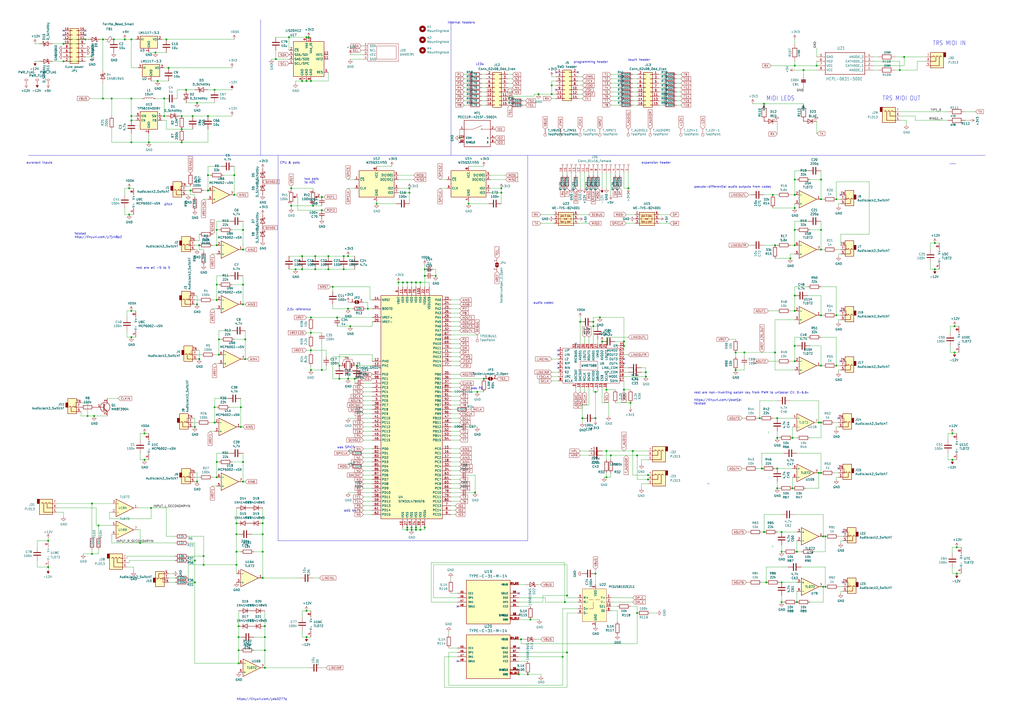
<source format=kicad_sch>
(kicad_sch (version 20230121) (generator eeschema)
  (paper "A2")
  (junction (at 50.8 241.3))
  (junction (at 458.47 149.86))
  (junction (at 81.28 314.96))
  (junction (at 127 196.85))
  (junction (at 190.5 156.21))
  (junction (at 186.69 114.3))
  (junction (at 476.25 133.35))
  (junction (at 76.2 180.34))
  (junction (at 476.25 182.88))
  (junction (at 290.83 109.22))
  (junction (at 125.73 133.35))
  (junction (at 453.39 320.04))
  (junction (at 142.24 208.28))
  (junction (at 307.721 359.41))
  (junction (at 236.22 306.07))
  (junction (at 524.51 33.02))
  (junction (at 201.93 148.59))
  (junction (at 179.07 21.59))
  (junction (at 374.65 215.9))
  (junction (at 27.94 328.93))
  (junction (at 160.02 34.29))
  (junction (at 57.15 304.8))
  (junction (at 246.38 160.02))
  (junction (at 180.34 46.99))
  (junction (at 180.34 214.63))
  (junction (at 361.95 226.06))
  (junction (at 36.83 35.56))
  (junction (at 476.25 274.32))
  (junction (at 195.58 184.15))
  (junction (at 205.74 219.71))
  (junction (at 365.76 233.68))
  (junction (at 96.52 22.86))
  (junction (at 345.44 332.74))
  (junction (at 354.33 264.16))
  (junction (at 459.74 254))
  (junction (at 153.67 369.57))
  (junction (at 153.67 377.19))
  (junction (at 326.39 381))
  (junction (at 113.03 325.12))
  (junction (at 199.39 148.59))
  (junction (at 236.22 307.34))
  (junction (at 461.01 171.45))
  (junction (at 449.58 204.47))
  (junction (at 462.28 320.04))
  (junction (at 554.99 332.74))
  (junction (at 114.3 59.69))
  (junction (at 243.84 307.34))
  (junction (at 53.34 321.31))
  (junction (at 138.43 363.22))
  (junction (at 238.76 306.07))
  (junction (at 276.86 227.33))
  (junction (at 186.69 121.92))
  (junction (at 553.72 204.47))
  (junction (at 461.01 113.03))
  (junction (at 125.73 173.99))
  (junction (at 213.36 179.07))
  (junction (at 306.197 391.16))
  (junction (at 120.65 110.49))
  (junction (at 115.57 208.28))
  (junction (at 175.26 46.99))
  (junction (at 477.52 340.36))
  (junction (at 124.46 245.11))
  (junction (at 90.17 30.48))
  (junction (at 450.85 242.57))
  (junction (at 125.73 142.24))
  (junction (at 461.01 38.1))
  (junction (at 66.04 22.86))
  (junction (at 542.29 140.97))
  (junction (at 485.14 212.09))
  (junction (at 167.64 21.59))
  (junction (at 337.82 242.57))
  (junction (at 140.97 144.78))
  (junction (at 443.23 60.198))
  (junction (at 171.45 156.21))
  (junction (at 349.25 198.12))
  (junction (at 552.45 251.46))
  (junction (at 137.16 303.53))
  (junction (at 27.94 313.69))
  (junction (at 328.93 378.46))
  (junction (at 76.2 82.55))
  (junction (at 177.8 369.57))
  (junction (at 231.14 163.83))
  (junction (at 91.44 46.99))
  (junction (at 553.72 189.23))
  (junction (at 237.49 109.22))
  (junction (at 450.85 254))
  (junction (at 552.45 266.7))
  (junction (at 125.73 165.1))
  (junction (at 140.97 133.35))
  (junction (at 177.8 46.99))
  (junction (at 367.03 261.62))
  (junction (at 196.85 219.71))
  (junction (at 238.76 307.34))
  (junction (at 59.69 57.15))
  (junction (at 110.49 110.49))
  (junction (at 462.28 349.25))
  (junction (at 118.11 327.66))
  (junction (at 241.3 163.83))
  (junction (at 237.49 111.76))
  (junction (at 53.34 292.1))
  (junction (at 476.25 245.11))
  (junction (at 175.26 148.59))
  (junction (at 485.14 182.88))
  (junction (at 180.34 193.04))
  (junction (at 186.69 214.63))
  (junction (at 137.16 309.88))
  (junction (at 461.01 200.66))
  (junction (at 478.79 340.36))
  (junction (at 111.76 67.31))
  (junction (at 369.57 264.16))
  (junction (at 312.42 54.61))
  (junction (at 450.85 283.21))
  (junction (at 351.79 261.62))
  (junction (at 182.88 156.21))
  (junction (at 125.73 267.97))
  (junction (at 361.95 200.66))
  (junction (at 461.01 180.34))
  (junction (at 218.44 118.11))
  (junction (at 114.3 176.53))
  (junction (at 105.41 82.55))
  (junction (at 476.25 104.14))
  (junction (at 461.01 133.35))
  (junction (at 76.2 57.15))
  (junction (at 54.61 241.3))
  (junction (at 459.74 283.21))
  (junction (at 127 205.74))
  (junction (at 180.34 184.15))
  (junction (at 59.69 22.86))
  (junction (at 271.78 118.11))
  (junction (at 86.36 82.55))
  (junction (at 152.4 303.53))
  (junction (at 280.67 219.71))
  (junction (at 97.79 39.37))
  (junction (at 473.71 38.1))
  (junction (at 448.31 113.03))
  (junction (at 201.93 219.71))
  (junction (at 449.58 142.24))
  (junction (at 114.3 279.4))
  (junction (at 177.8 354.33))
  (junction (at 105.41 74.93))
  (junction (at 87.63 294.64))
  (junction (at 426.72 204.47))
  (junction (at 125.73 276.86))
  (junction (at 426.72 214.63))
  (junction (at 76.2 67.31))
  (junction (at 246.38 156.21))
  (junction (at 345.44 227.33))
  (junction (at 76.2 69.85))
  (junction (at 444.5 337.82))
  (junction (at 199.39 156.21))
  (junction (at 153.67 387.35))
  (junction (at 113.03 247.65))
  (junction (at 453.39 308.61))
  (junction (at 138.43 384.81))
  (junction (at 76.2 195.58))
  (junction (at 105.41 67.31))
  (junction (at 152.4 309.88))
  (junction (at 95.25 67.31))
  (junction (at 345.44 242.57))
  (junction (at 466.09 40.64))
  (junction (at 474.98 274.32))
  (junction (at 201.93 179.07))
  (junction (at 431.8 204.47))
  (junction (at 243.84 163.83))
  (junction (at 320.04 54.61))
  (junction (at 461.01 209.55))
  (junction (at 203.2 189.23))
  (junction (at 76.2 22.86))
  (junction (at 246.38 306.07))
  (junction (at 554.99 317.5))
  (junction (at 139.7 247.65))
  (junction (at 485.14 115.57))
  (junction (at 72.39 22.86))
  (junction (at 64.77 57.15))
  (junction (at 474.98 245.11))
  (junction (at 83.82 266.7))
  (junction (at 461.01 142.24))
  (junction (at 137.16 327.66))
  (junction (at 450.85 271.78))
  (junction (at 83.82 251.46))
  (junction (at 153.67 363.22))
  (junction (at 137.16 320.04))
  (junction (at 364.49 109.22))
  (junction (at 521.97 40.64))
  (junction (at 175.26 156.21))
  (junction (at 181.61 119.38))
  (junction (at 453.39 337.82))
  (junction (at 369.57 355.6))
  (junction (at 152.4 320.04))
  (junction (at 361.95 198.12))
  (junction (at 351.79 226.06))
  (junction (at 36.83 25.4))
  (junction (at 113.03 337.82))
  (junction (at 375.92 278.13))
  (junction (at 290.83 111.76))
  (junction (at 138.43 377.19))
  (junction (at 168.91 119.38))
  (junction (at 320.04 49.53))
  (junction (at 180.34 203.2))
  (junction (at 182.88 148.59))
  (junction (at 115.57 142.24))
  (junction (at 152.4 335.28))
  (junction (at 252.73 160.02))
  (junction (at 443.23 308.61))
  (junction (at 266.7 80.01))
  (junction (at 236.22 163.83))
  (junction (at 120.65 67.31))
  (junction (at 177.8 21.59))
  (junction (at 135.89 113.03))
  (junction (at 477.52 311.15))
  (junction (at 327.66 349.25))
  (junction (at 74.93 124.46))
  (junction (at 135.89 101.6))
  (junction (at 347.98 184.15))
  (junction (at 207.01 212.09))
  (junction (at 542.29 156.21))
  (junction (at 275.59 285.75))
  (junction (at 140.97 165.1))
  (junction (at 344.17 186.69))
  (junction (at 124.46 236.22))
  (junction (at 344.17 189.23))
  (junction (at 74.93 109.22))
  (junction (at 238.76 163.83))
  (junction (at 107.95 52.07))
  (junction (at 478.79 311.15))
  (junction (at 196.85 212.09))
  (junction (at 453.39 349.25))
  (junction (at 140.97 176.53))
  (junction (at 300.99 391.16))
  (junction (at 139.7 236.22))
  (junction (at 138.43 369.57))
  (junction (at 328.93 345.44))
  (junction (at 440.69 242.57))
  (junction (at 142.24 196.85))
  (junction (at 351.79 276.86))
  (junction (at 95.25 57.15))
  (junction (at 375.92 275.59))
  (junction (at 374.65 218.44))
  (junction (at 461.01 104.14))
  (junction (at 118.11 322.58))
  (junction (at 124.46 52.07))
  (junction (at 461.01 120.65))
  (junction (at 140.97 267.97))
  (junction (at 476.25 144.78))
  (junction (at 241.3 307.34))
  (junction (at 336.55 186.69))
  (junction (at 49.53 22.86))
  (junction (at 241.3 306.07))
  (junction (at 476.25 115.57))
  (junction (at 193.04 166.37))
  (junction (at 233.68 163.83))
  (junction (at 140.97 279.4))
  (junction (at 441.96 271.78))
  (junction (at 190.5 148.59))
  (junction (at 302.26 370.84))
  (junction (at 476.25 212.09))
  (junction (at 120.65 101.6))
  (junction (at 168.91 109.22))
  (no_connect (at 488.95 337.82))
  (no_connect (at 266.7 82.55))
  (no_connect (at 36.83 17.78))
  (no_connect (at 487.68 113.03))
  (no_connect (at 36.83 20.32))
  (no_connect (at 265.43 383.54))
  (no_connect (at 361.95 208.28))
  (no_connect (at 49.53 17.78))
  (no_connect (at 322.58 52.07))
  (no_connect (at 486.41 242.57))
  (no_connect (at 265.43 351.79))
  (no_connect (at 488.95 308.61))
  (no_connect (at 334.01 199.39))
  (no_connect (at 322.58 41.91))
  (no_connect (at 300.99 344.17))
  (no_connect (at 487.68 209.55))
  (no_connect (at 323.85 205.74))
  (no_connect (at 486.41 271.78))
  (no_connect (at 300.99 375.92))
  (no_connect (at 323.85 213.36))
  (no_connect (at 49.53 20.32))
  (no_connect (at 361.95 210.82))
  (no_connect (at 323.85 210.82))
  (no_connect (at 487.68 180.34))
  (no_connect (at 335.28 41.91))
  (no_connect (at 323.85 203.2))
  (wire (pts (xy 313.69 129.54) (xy 321.31 129.54)))
  (wire (pts (xy 120.65 96.52) (xy 120.65 101.6)))
  (wire (pts (xy 361.95 100.33) (xy 361.95 109.22)))
  (wire (pts (xy 210.82 273.05) (xy 215.9 273.05)))
  (wire (pts (xy 382.27 53.34) (xy 384.81 53.34)))
  (wire (pts (xy 461.01 209.55) (xy 461.01 200.66)))
  (wire (pts (xy 241.3 307.34) (xy 243.84 307.34)))
  (wire (pts (xy 53.34 318.77) (xy 53.34 321.31)))
  (wire (pts (xy 153.67 387.35) (xy 179.07 387.35)))
  (wire (pts (xy 125.73 173.99) (xy 125.73 165.1)))
  (wire (pts (xy 97.79 337.82) (xy 101.6 337.82)))
  (wire (pts (xy 261.62 196.85) (xy 266.7 196.85)))
  (wire (pts (xy 553.72 204.47) (xy 551.18 204.47)))
  (wire (pts (xy 140.97 165.1) (xy 140.97 176.53)))
  (wire (pts (xy 123.19 142.24) (xy 125.73 142.24)))
  (wire (pts (xy 562.61 69.85) (xy 560.07 69.85)) (stroke (width 0.1524)))
  (wire (pts (xy 261.62 176.53) (xy 266.7 176.53)))
  (wire (pts (xy 76.2 67.31) (xy 76.2 57.15)))
  (wire (pts (xy 210.82 242.57) (xy 215.9 242.57)))
  (wire (pts (xy 485.14 212.09) (xy 487.68 212.09)))
  (wire (pts (xy 251.46 346.71) (xy 251.46 327.66)))
  (wire (pts (xy 142.24 279.4) (xy 140.97 279.4)))
  (wire (pts (xy 372.11 269.24) (xy 372.11 266.7)))
  (wire (pts (xy 466.09 40.64) (xy 473.71 40.64)) (stroke (width 0.1524)))
  (wire (pts (xy 76.2 195.58) (xy 78.74 195.58)))
  (wire (pts (xy 434.34 142.24) (xy 435.61 142.24)))
  (wire (pts (xy 462.28 313.69) (xy 462.28 320.04)))
  (wire (pts (xy 486.41 214.63) (xy 486.41 215.9)))
  (wire (pts (xy 213.36 179.07) (xy 215.9 179.07)))
  (wire (pts (xy 326.39 353.06) (xy 326.39 381)))
  (wire (pts (xy 313.817 392.049) (xy 313.817 391.16)))
  (wire (pts (xy 113.03 274.32) (xy 114.3 274.32)))
  (wire (pts (xy 394.97 48.26) (xy 392.43 48.26)))
  (wire (pts (xy 344.17 199.39) (xy 344.17 189.23)))
  (wire (pts (xy 175.26 369.57) (xy 175.26 365.76)))
  (wire (pts (xy 125.73 128.27) (xy 125.73 133.35)))
  (wire (pts (xy 328.93 345.44) (xy 328.93 346.71)))
  (wire (pts (xy 118.11 110.49) (xy 120.65 110.49)))
  (wire (pts (xy 351.79 199.39) (xy 351.79 195.58)))
  (wire (pts (xy 461.01 120.65) (xy 461.01 118.11)))
  (wire (pts (xy 64.77 82.55) (xy 76.2 82.55)))
  (wire (pts (xy 113.03 139.7) (xy 115.57 139.7)))
  (wire (pts (xy 487.68 214.63) (xy 486.41 214.63)))
  (wire (pts (xy 261.62 186.69) (xy 266.7 186.69)))
  (wire (pts (xy 114.3 144.78) (xy 113.03 144.78)))
  (wire (pts (xy 210.82 275.59) (xy 215.9 275.59)))
  (wire (pts (xy 476.25 200.66) (xy 476.25 212.09)))
  (wire (pts (xy 458.47 180.34) (xy 461.01 180.34)))
  (wire (pts (xy 356.87 100.33) (xy 356.87 101.6)))
  (wire (pts (xy 487.68 147.32) (xy 486.41 147.32)))
  (wire (pts (xy 138.43 369.57) (xy 139.7 369.57)))
  (wire (pts (xy 486.41 340.36) (xy 488.95 340.36)))
  (wire (pts (xy 186.69 214.63) (xy 180.34 214.63)))
  (wire (pts (xy 369.57 53.34) (xy 367.03 53.34)))
  (wire (pts (xy 185.42 114.3) (xy 186.69 114.3)))
  (wire (pts (xy 111.76 74.93) (xy 105.41 74.93)))
  (wire (pts (xy 246.38 156.21) (xy 246.38 153.67)))
  (wire (pts (xy 468.63 195.58) (xy 461.01 195.58)))
  (polyline (pts (xy 261.62 90.17) (xy 261.62 12.7)))
  (wire (pts (xy 113.03 52.07) (xy 107.95 52.07)))
  (wire (pts (xy 551.18 204.47) (xy 551.18 200.66)))
  (wire (pts (xy 336.55 264.16) (xy 341.63 264.16)))
  (wire (pts (xy 109.22 113.03) (xy 107.95 113.03)))
  (wire (pts (xy 441.96 271.78) (xy 439.42 271.78)))
  (wire (pts (xy 521.97 35.56) (xy 521.97 40.64)) (stroke (width 0.1524)))
  (wire (pts (xy 137.16 309.88) (xy 137.16 303.53)))
  (wire (pts (xy 313.69 124.46) (xy 321.31 124.46)))
  (wire (pts (xy 474.98 283.21) (xy 474.98 274.32)))
  (wire (pts (xy 431.8 271.78) (xy 430.53 271.78)))
  (wire (pts (xy 203.2 175.26) (xy 201.93 175.26)))
  (wire (pts (xy 210.82 262.89) (xy 215.9 262.89)))
  (wire (pts (xy 453.39 308.61) (xy 462.28 308.61)))
  (wire (pts (xy 554.99 317.5) (xy 557.53 317.5)))
  (wire (pts (xy 261.62 262.89) (xy 266.7 262.89)))
  (wire (pts (xy 186.69 114.3) (xy 187.96 114.3)))
  (wire (pts (xy 345.44 227.33) (xy 345.44 242.57)))
  (wire (pts (xy 109.22 335.28) (xy 109.22 327.66)))
  (wire (pts (xy 124.46 210.82) (xy 127 210.82)))
  (wire (pts (xy 128.27 96.52) (xy 120.65 96.52)))
  (wire (pts (xy 519.43 40.64) (xy 521.97 40.64)) (stroke (width 0.1524)))
  (wire (pts (xy 180.34 193.04) (xy 177.8 193.04)))
  (wire (pts (xy 33.02 294.64) (xy 55.88 294.64)))
  (wire (pts (xy 394.97 58.42) (xy 392.43 58.42)))
  (wire (pts (xy 177.8 184.15) (xy 180.34 184.15)))
  (wire (pts (xy 297.18 45.72) (xy 294.64 45.72)))
  (wire (pts (xy 168.91 109.22) (xy 168.91 110.49)))
  (wire (pts (xy 261.62 199.39) (xy 266.7 199.39)))
  (wire (pts (xy 109.22 322.58) (xy 118.11 322.58)))
  (wire (pts (xy 450.85 242.57) (xy 459.74 242.57)))
  (wire (pts (xy 539.75 140.97) (xy 542.29 140.97)))
  (wire (pts (xy 369.57 264.16) (xy 369.57 278.13)))
  (wire (pts (xy 137.16 332.74) (xy 137.16 327.66)))
  (wire (pts (xy 81.28 251.46) (xy 83.82 251.46)))
  (wire (pts (xy 233.68 307.34) (xy 233.68 306.07)))
  (wire (pts (xy 443.23 298.45) (xy 443.23 308.61)))
  (wire (pts (xy 96.52 30.48) (xy 90.17 30.48)))
  (wire (pts (xy 193.04 219.71) (xy 196.85 219.71)))
  (wire (pts (xy 449.58 204.47) (xy 449.58 185.42)))
  (wire (pts (xy 322.58 44.45) (xy 320.04 44.45)))
  (wire (pts (xy 172.72 114.3) (xy 172.72 121.92)))
  (wire (pts (xy 335.28 129.54) (xy 341.63 129.54)))
  (wire (pts (xy 73.66 322.58) (xy 101.6 322.58)))
  (wire (pts (xy 345.44 332.74) (xy 345.44 339.09)))
  (wire (pts (xy 97.79 332.74) (xy 100.33 332.74)))
  (wire (pts (xy 236.22 307.34) (xy 233.68 307.34)))
  (wire (pts (xy 363.22 129.54) (xy 368.3 129.54)))
  (wire (pts (xy 129.54 101.6) (xy 135.89 101.6)))
  (wire (pts (xy 551.18 193.04) (xy 551.18 189.23)))
  (wire (pts (xy 261.62 173.99) (xy 266.7 173.99)))
  (wire (pts (xy 210.82 255.27) (xy 215.9 255.27)))
  (wire (pts (xy 461.01 298.45) (xy 477.52 298.45)))
  (wire (pts (xy 261.62 209.55) (xy 266.7 209.55)))
  (wire (pts (xy 205.74 212.09) (xy 207.01 212.09)))
  (wire (pts (xy 63.5 297.18) (xy 64.77 297.18)))
  (wire (pts (xy 171.45 156.21) (xy 175.26 156.21)))
  (wire (pts (xy 210.82 229.87) (xy 215.9 229.87)))
  (wire (pts (xy 382.27 58.42) (xy 384.81 58.42)))
  (wire (pts (xy 64.77 314.96) (xy 81.28 314.96)))
  (wire (pts (xy 281.94 43.18) (xy 279.4 43.18)))
  (wire (pts (xy 476.25 128.27) (xy 476.25 133.35)))
  (wire (pts (xy 127 191.77) (xy 127 196.85)))
  (wire (pts (xy 459.74 276.86) (xy 459.74 283.21)))
  (wire (pts (xy 382.27 124.46) (xy 388.62 124.46)))
  (wire (pts (xy 182.88 148.59) (xy 190.5 148.59)))
  (wire (pts (xy 358.14 360.68) (xy 358.14 354.33)))
  (wire (pts (xy 78.74 69.85) (xy 76.2 69.85)))
  (wire (pts (xy 36.83 22.86) (xy 49.53 22.86)))
  (wire (pts (xy 452.12 337.82) (xy 453.39 337.82)))
  (wire (pts (xy 364.49 100.33) (xy 364.49 109.22)))
  (wire (pts (xy 369.57 48.26) (xy 367.03 48.26)))
  (wire (pts (xy 271.78 247.65) (xy 276.86 247.65)))
  (wire (pts (xy 364.49 205.74) (xy 361.95 205.74)))
  (polyline (pts (xy 16.51 90.17) (xy 571.5 90.17)))
  (wire (pts (xy 367.03 275.59) (xy 367.03 261.62)))
  (wire (pts (xy 250.19 349.25) (xy 250.19 326.39)))
  (wire (pts (xy 195.58 184.15) (xy 215.9 184.15)))
  (wire (pts (xy 105.41 74.93) (xy 96.52 74.93)))
  (wire (pts (xy 450.85 271.78) (xy 459.74 271.78)))
  (wire (pts (xy 336.55 100.33) (xy 336.55 109.22)))
  (wire (pts (xy 307.721 359.41) (xy 300.99 359.41)))
  (wire (pts (xy 109.22 314.96) (xy 113.03 314.96)))
  (wire (pts (xy 265.43 349.25) (xy 250.19 349.25)))
  (wire (pts (xy 453.39 298.45) (xy 443.23 298.45)))
  (wire (pts (xy 473.71 33.02) (xy 473.71 27.94)) (stroke (width 0.1524)))
  (wire (pts (xy 210.82 270.51) (xy 215.9 270.51)))
  (wire (pts (xy 461.01 128.27) (xy 461.01 133.35)))
  (wire (pts (xy 74.93 124.46) (xy 77.47 124.46)))
  (wire (pts (xy 152.4 303.53) (xy 152.4 309.88)))
  (wire (pts (xy 335.28 353.06) (xy 326.39 353.06)))
  (wire (pts (xy 350.52 276.86) (xy 351.79 276.86)))
  (wire (pts (xy 382.27 129.54) (xy 388.62 129.54)))
  (wire (pts (xy 30.48 35.56) (xy 36.83 35.56)))
  (wire (pts (xy 201.93 219.71) (xy 201.93 217.17)))
  (wire (pts (xy 477.52 115.57) (xy 476.25 115.57)))
  (wire (pts (xy 458.47 209.55) (xy 461.01 209.55)))
  (wire (pts (xy 322.58 54.61) (xy 320.04 54.61)))
  (wire (pts (xy 73.66 195.58) (xy 76.2 195.58)))
  (wire (pts (xy 539.75 156.21) (xy 539.75 152.4)))
  (wire (pts (xy 210.82 222.25) (xy 215.9 222.25)))
  (wire (pts (xy 448.31 120.65) (xy 461.01 120.65)))
  (wire (pts (xy 218.44 118.11) (xy 229.87 118.11)))
  (wire (pts (xy 114.3 203.2) (xy 115.57 203.2)))
  (wire (pts (xy 487.68 118.11) (xy 486.41 118.11)))
  (wire (pts (xy 127 196.85) (xy 128.27 196.85)))
  (wire (pts (xy 261.62 219.71) (xy 280.67 219.71)))
  (wire (pts (xy 201.93 109.22) (xy 205.74 109.22)))
  (wire (pts (xy 123.19 276.86) (xy 125.73 276.86)))
  (wire (pts (xy 260.35 366.395) (xy 260.35 368.3)))
  (wire (pts (xy 336.55 261.62) (xy 341.63 261.62)))
  (wire (pts (xy 326.39 381) (xy 300.99 381)))
  (wire (pts (xy 113.03 173.99) (xy 115.57 173.99)))
  (wire (pts (xy 186.69 121.92) (xy 187.96 121.92)))
  (wire (pts (xy 101.6 311.15) (xy 96.52 311.15)))
  (wire (pts (xy 153.67 363.22) (xy 153.67 369.57)))
  (wire (pts (xy 236.22 306.07) (xy 236.22 307.34)))
  (wire (pts (xy 344.17 186.69) (xy 344.17 184.15)))
  (wire (pts (xy 77.47 328.93) (xy 73.66 328.93)))
  (wire (pts (xy 448.31 317.5) (xy 448.31 316.23)))
  (wire (pts (xy 138.43 369.57) (xy 138.43 363.22)))
  (wire (pts (xy 461.01 142.24) (xy 461.01 133.35)))
  (wire (pts (xy 365.76 351.79) (xy 369.57 351.79)))
  (wire (pts (xy 83.82 251.46) (xy 86.36 251.46)))
  (wire (pts (xy 485.14 144.78) (xy 487.68 144.78)))
  (wire (pts (xy 506.73 40.64) (xy 509.27 40.64)) (stroke (width 0.1524)))
  (wire (pts (xy 93.98 22.86) (xy 96.52 22.86)))
  (wire (pts (xy 443.23 60.198) (xy 466.09 60.198)) (stroke (width 0.1524)))
  (wire (pts (xy 356.87 198.12) (xy 361.95 198.12)))
  (wire (pts (xy 261.62 242.57) (xy 266.7 242.57)))
  (wire (pts (xy 261.62 288.29) (xy 266.7 288.29)))
  (wire (pts (xy 449.58 185.42) (xy 461.01 185.42)))
  (wire (pts (xy 458.47 149.86) (xy 458.47 147.32)))
  (wire (pts (xy 76.2 39.37) (xy 76.2 22.86)))
  (wire (pts (xy 52.07 57.15) (xy 59.69 57.15)))
  (wire (pts (xy 468.63 166.37) (xy 461.01 166.37)))
  (wire (pts (xy 53.34 33.02) (xy 49.53 33.02)))
  (wire (pts (xy 114.3 205.74) (xy 116.84 205.74)))
  (wire (pts (xy 72.39 22.86) (xy 76.2 22.86)))
  (wire (pts (xy 196.85 205.74) (xy 215.9 205.74)))
  (wire (pts (xy 271.78 53.34) (xy 269.24 53.34)))
  (wire (pts (xy 115.57 135.89) (xy 115.57 139.7)))
  (wire (pts (xy 506.73 38.1) (xy 524.51 38.1)) (stroke (width 0.1524)))
  (wire (pts (xy 111.76 67.31) (xy 120.65 67.31)))
  (wire (pts (xy 335.28 44.45) (xy 337.82 44.45)))
  (wire (pts (xy 137.16 327.66) (xy 137.16 320.04)))
  (wire (pts (xy 123.19 147.32) (xy 125.73 147.32)))
  (wire (pts (xy 96.52 67.31) (xy 95.25 67.31)))
  (wire (pts (xy 203.2 34.29) (xy 210.82 34.29)))
  (wire (pts (xy 476.25 171.45) (xy 476.25 182.88)))
  (wire (pts (xy 190.5 41.91) (xy 190.5 46.99)))
  (polyline (pts (xy 306.07 90.17) (xy 306.07 278.13)))
  (wire (pts (xy 180.34 46.99) (xy 177.8 46.99)))
  (wire (pts (xy 552.45 251.46) (xy 554.99 251.46)))
  (wire (pts (xy 300.99 383.54) (xy 306.197 383.54)))
  (wire (pts (xy 114.3 279.4) (xy 113.03 279.4)))
  (wire (pts (xy 118.11 322.58) (xy 118.11 327.66)))
  (wire (pts (xy 453.39 337.82) (xy 462.28 337.82)))
  (wire (pts (xy 476.25 274.32) (xy 474.98 274.32)))
  (wire (pts (xy 215.9 186.69) (xy 215.9 189.23)))
  (wire (pts (xy 447.294 38.1) (xy 461.01 38.1)))
  (wire (pts (xy 468.63 99.06) (xy 461.01 99.06)))
  (wire (pts (xy 316.23 346.71) (xy 300.99 346.71)))
  (wire (pts (xy 210.82 31.75) (xy 203.2 31.75)))
  (wire (pts (xy 384.81 45.72) (xy 382.27 45.72)))
  (wire (pts (xy 468.63 171.45) (xy 476.25 171.45)))
  (wire (pts (xy 468.63 128.27) (xy 461.01 128.27)))
  (wire (pts (xy 167.64 21.59) (xy 160.02 21.59)))
  (wire (pts (xy 453.39 320.04) (xy 454.66 320.04)))
  (wire (pts (xy 367.03 60.96) (xy 369.57 60.96)))
  (wire (pts (xy 320.04 208.28) (xy 323.85 208.28)))
  (wire (pts (xy 336.55 224.79) (xy 336.55 227.33)))
  (wire (pts (xy 138.43 377.19) (xy 138.43 369.57)))
  (wire (pts (xy 486.41 247.65) (xy 485.14 247.65)))
  (wire (pts (xy 76.2 77.47) (xy 76.2 82.55)))
  (wire (pts (xy 478.79 320.04) (xy 478.79 311.15)))
  (wire (pts (xy 76.2 57.15) (xy 82.55 57.15)))
  (wire (pts (xy 448.31 242.57) (xy 450.85 242.57)))
  (wire (pts (xy 261.62 212.09) (xy 266.7 212.09)))
  (wire (pts (xy 124.46 52.07) (xy 120.65 52.07)))
  (wire (pts (xy 107.95 107.95) (xy 110.49 107.95)))
  (wire (pts (xy 440.69 232.41) (xy 440.69 242.57)))
  (wire (pts (xy 450.85 232.41) (xy 440.69 232.41)))
  (wire (pts (xy 210.82 293.37) (xy 215.9 293.37)))
  (wire (pts (xy 279.4 50.8) (xy 281.94 50.8)))
  (wire (pts (xy 190.5 148.59) (xy 199.39 148.59)))
  (wire (pts (xy 97.79 335.28) (xy 101.6 335.28)))
  (wire (pts (xy 349.25 224.79) (xy 349.25 233.68)))
  (wire (pts (xy 351.79 226.06) (xy 351.79 224.79)))
  (wire (pts (xy 461.01 40.64) (xy 466.09 40.64)) (stroke (width 0.1524)))
  (wire (pts (xy 339.09 100.33) (xy 339.09 109.22)))
  (wire (pts (xy 118.11 144.78) (xy 118.11 146.05)))
  (wire (pts (xy 20.32 25.4) (xy 22.86 25.4)))
  (wire (pts (xy 123.19 173.99) (xy 125.73 173.99)))
  (wire (pts (xy 237.49 111.76) (xy 237.49 118.11)))
  (wire (pts (xy 196.85 219.71) (xy 201.93 219.71)))
  (wire (pts (xy 180.34 203.2) (xy 180.34 201.93)))
  (wire (pts (xy 76.2 180.34) (xy 78.74 180.34)))
  (wire (pts (xy 426.72 214.63) (xy 431.8 214.63)))
  (wire (pts (xy 553.72 189.23) (xy 556.26 189.23)))
  (wire (pts (xy 449.58 149.86) (xy 458.47 149.86)))
  (wire (pts (xy 441.96 262.89) (xy 441.96 271.78)))
  (wire (pts (xy 346.71 189.23) (xy 344.17 189.23)))
  (wire (pts (xy 549.91 251.46) (xy 552.45 251.46)))
  (wire (pts (xy 215.9 205.74) (xy 215.9 209.55)))
  (wire (pts (xy 133.35 262.89) (xy 125.73 262.89)))
  (wire (pts (xy 180.34 203.2) (xy 177.8 203.2)))
  (wire (pts (xy 279.4 55.88) (xy 281.94 55.88)))
  (wire (pts (xy 349.25 261.62) (xy 351.79 261.62)))
  (wire (pts (xy 81.28 307.34) (xy 81.28 314.96)))
  (wire (pts (xy 218.44 96.52) (xy 227.33 96.52)))
  (wire (pts (xy 445.77 209.55) (xy 450.85 209.55)))
  (wire (pts (xy 458.47 147.32) (xy 461.01 147.32)))
  (wire (pts (xy 281.94 58.42) (xy 279.4 58.42)))
  (wire (pts (xy 113.03 142.24) (xy 115.57 142.24)))
  (wire (pts (xy 121.92 250.19) (xy 124.46 250.19)))
  (wire (pts (xy 96.52 74.93) (xy 96.52 69.85)))
  (wire (pts (xy 95.25 67.31) (xy 93.98 67.31)))
  (wire (pts (xy 351.79 261.62) (xy 367.03 261.62)))
  (wire (pts (xy 81.28 266.7) (xy 83.82 266.7)))
  (wire (pts (xy 167.64 156.21) (xy 171.45 156.21)))
  (wire (pts (xy 255.27 104.14) (xy 259.08 104.14)))
  (wire (pts (xy 257.81 381) (xy 257.81 398.78)))
  (wire (pts (xy 354.33 43.18) (xy 359.41 43.18)))
  (wire (pts (xy 181.61 119.38) (xy 181.61 118.11)))
  (wire (pts (xy 328.93 346.71) (xy 335.28 346.71)))
  (wire (pts (xy 351.79 226.06) (xy 356.87 226.06)))
  (wire (pts (xy 152.4 320.04) (xy 147.32 320.04)))
  (wire (pts (xy 143.51 208.28) (xy 142.24 208.28)))
  (wire (pts (xy 487.68 313.69) (xy 487.68 314.96)))
  (wire (pts (xy 271.78 275.59) (xy 275.59 275.59)))
  (wire (pts (xy 369.57 58.42) (xy 367.03 58.42)))
  (wire (pts (xy 175.26 156.21) (xy 182.88 156.21)))
  (wire (pts (xy 260.35 378.46) (xy 260.35 397.51)))
  (wire (pts (xy 81.28 255.27) (xy 81.28 251.46)))
  (wire (pts (xy 485.14 276.86) (xy 485.14 278.13)))
  (wire (pts (xy 53.34 292.1) (xy 64.77 292.1)))
  (wire (pts (xy 392.43 45.72) (xy 394.97 45.72)))
  (polyline (pts (xy 151.13 12.7) (xy 151.13 11.43)))
  (wire (pts (xy 124.46 231.14) (xy 124.46 236.22)))
  (wire (pts (xy 237.49 109.22) (xy 231.14 109.22)))
  (wire (pts (xy 180.34 191.77) (xy 180.34 193.04)))
  (wire (pts (xy 361.95 184.15) (xy 347.98 184.15)))
  (wire (pts (xy 359.41 55.88) (xy 354.33 55.88)))
  (wire (pts (xy 486.41 118.11) (xy 486.41 119.38)))
  (wire (pts (xy 337.82 242.57) (xy 337.82 245.11)))
  (wire (pts (xy 201.93 148.59) (xy 205.74 148.59)))
  (wire (pts (xy 175.26 358.14) (xy 175.26 354.33)))
  (wire (pts (xy 426.72 207.01) (xy 426.72 204.47)))
  (wire (pts (xy 552.45 321.31) (xy 552.45 317.5)))
  (wire (pts (xy 302.26 373.38) (xy 302.26 370.84)))
  (wire (pts (xy 137.16 320.04) (xy 137.16 309.88)))
  (wire (pts (xy 46.99 233.68) (xy 50.8 233.68)))
  (wire (pts (xy 349.25 198.12) (xy 349.25 199.39)))
  (wire (pts (xy 246.38 303.53) (xy 246.38 306.07)))
  (wire (pts (xy 96.52 294.64) (xy 87.63 294.64)))
  (wire (pts (xy 87.63 300.99) (xy 63.5 300.99)))
  (polyline (pts (xy 161.29 90.17) (xy 161.29 313.69)))
  (wire (pts (xy 300.99 378.46) (xy 328.93 378.46)))
  (wire (pts (xy 115.57 203.2) (xy 115.57 208.28)))
  (wire (pts (xy 125.73 160.02) (xy 125.73 165.1)))
  (wire (pts (xy 139.7 236.22) (xy 139.7 247.65)))
  (wire (pts (xy 140.97 247.65) (xy 139.7 247.65)))
  (wire (pts (xy 231.14 163.83) (xy 233.68 163.83)))
  (wire (pts (xy 307.721 351.79) (xy 300.99 351.79)))
  (wire (pts (xy 135.89 96.52) (xy 135.89 101.6)))
  (wire (pts (xy 361.95 200.66) (xy 361.95 203.2)))
  (wire (pts (xy 105.41 67.31) (xy 111.76 67.31)))
  (wire (pts (xy 210.82 232.41) (xy 215.9 232.41)))
  (wire (pts (xy 485.14 195.58) (xy 485.14 212.09)))
  (wire (pts (xy 261.62 260.35) (xy 266.7 260.35)))
  (wire (pts (xy 177.8 369.57) (xy 175.26 369.57)))
  (wire (pts (xy 312.42 54.61) (xy 320.04 54.61)))
  (wire (pts (xy 444.5 328.93) (xy 444.5 337.82)))
  (wire (pts (xy 467.36 283.21) (xy 474.98 283.21)))
  (wire (pts (xy 95.25 39.37) (xy 97.79 39.37)))
  (wire (pts (xy 474.98 232.41) (xy 474.98 245.11)))
  (wire (pts (xy 114.3 171.45) (xy 114.3 176.53)))
  (wire (pts (xy 524.51 33.02) (xy 519.43 33.02)) (stroke (width 0.1524)))
  (wire (pts (xy 68.58 231.14) (xy 62.23 231.14)))
  (wire (pts (xy 210.82 280.67) (xy 215.9 280.67)))
  (wire (pts (xy 384.81 60.96) (xy 382.27 60.96)))
  (wire (pts (xy 64.77 309.88) (xy 64.77 314.96)))
  (wire (pts (xy 478.79 340.36) (xy 477.52 340.36)))
  (wire (pts (xy 167.64 34.29) (xy 160.02 34.29)))
  (wire (pts (xy 369.57 355.6) (xy 369.57 373.38)))
  (wire (pts (xy 182.88 156.21) (xy 190.5 156.21)))
  (wire (pts (xy 210.82 290.83) (xy 215.9 290.83)))
  (wire (pts (xy 246.38 306.07) (xy 246.38 307.34)))
  (wire (pts (xy 382.27 48.26) (xy 384.81 48.26)))
  (wire (pts (xy 441.96 262.89) (xy 454.66 262.89)))
  (wire (pts (xy 261.62 179.07) (xy 266.7 179.07)))
  (wire (pts (xy 167.64 148.59) (xy 175.26 148.59)))
  (wire (pts (xy 123.19 281.94) (xy 125.73 281.94)))
  (wire (pts (xy 118.11 115.57) (xy 120.65 115.57)))
  (wire (pts (xy 300.99 391.16) (xy 306.197 391.16)))
  (wire (pts (xy 353.06 233.68) (xy 353.06 241.3)))
  (wire (pts (xy 120.65 74.93) (xy 120.65 82.55)))
  (wire (pts (xy 487.68 342.9) (xy 487.68 344.17)))
  (wire (pts (xy 210.82 245.11) (xy 215.9 245.11)))
  (wire (pts (xy 125.73 267.97) (xy 127 267.97)))
  (wire (pts (xy 233.68 166.37) (xy 233.68 163.83)))
  (wire (pts (xy 461.01 195.58) (xy 461.01 200.66)))
  (wire (pts (xy 464.82 328.93) (xy 478.79 328.93)))
  (wire (pts (xy 114.3 59.69) (xy 124.46 59.69)))
  (wire (pts (xy 346.71 100.33) (xy 346.71 101.6)))
  (wire (pts (xy 86.36 30.48) (xy 90.17 30.48)))
  (wire (pts (xy 359.41 60.96) (xy 354.33 60.96)))
  (wire (pts (xy 303.53 60.96) (xy 304.8 60.96)))
  (wire (pts (xy 210.82 260.35) (xy 215.9 260.35)))
  (wire (pts (xy 261.62 234.95) (xy 266.7 234.95)))
  (wire (pts (xy 180.34 204.47) (xy 180.34 203.2)))
  (wire (pts (xy 269.24 50.8) (xy 271.78 50.8)))
  (wire (pts (xy 177.8 354.33) (xy 180.34 354.33)))
  (wire (pts (xy 450.85 70.358) (xy 450.85 77.724)) (stroke (width 0.1524)))
  (wire (pts (xy 261.493 335.026) (xy 261.493 336.55)))
  (wire (pts (xy 36.83 297.18) (xy 33.02 297.18)))
  (wire (pts (xy 461.01 171.45) (xy 461.01 180.34)))
  (wire (pts (xy 146.05 309.88) (xy 152.4 309.88)))
  (wire (pts (xy 76.2 39.37) (xy 80.01 39.37)))
  (wire (pts (xy 462.28 320.04) (xy 464.82 320.04)))
  (wire (pts (xy 125.73 165.1) (xy 127 165.1)))
  (wire (pts (xy 461.01 38.1) (xy 461.01 35.56)) (stroke (width 0.1524)))
  (wire (pts (xy 231.14 111.76) (xy 237.49 111.76)))
  (wire (pts (xy 488.95 313.69) (xy 487.68 313.69)))
  (wire (pts (xy 109.22 325.12) (xy 113.03 325.12)))
  (wire (pts (xy 36.83 25.4) (xy 49.53 25.4)))
  (wire (pts (xy 290.83 118.11) (xy 290.83 111.76)))
  (wire (pts (xy 123.19 179.07) (xy 125.73 179.07)))
  (wire (pts (xy 485.14 247.65) (xy 485.14 248.92)))
  (wire (pts (xy 276.86 227.33) (xy 280.67 227.33)))
  (wire (pts (xy 487.68 185.42) (xy 486.41 185.42)))
  (wire (pts (xy 504.19 105.41) (xy 504.19 135.89)))
  (wire (pts (xy 140.97 128.27) (xy 140.97 133.35)))
  (wire (pts (xy 477.52 349.25) (xy 477.52 340.36)))
  (wire (pts (xy 314.96 345.44) (xy 328.93 345.44)))
  (wire (pts (xy 271.78 48.26) (xy 269.24 48.26)))
  (wire (pts (xy 544.83 156.21) (xy 542.29 156.21)))
  (wire (pts (xy 113.03 337.82) (xy 113.03 384.81)))
  (wire (pts (xy 556.26 204.47) (xy 553.72 204.47)))
  (wire (pts (xy 525.78 72.39) (xy 525.78 69.85)))
  (wire (pts (xy 469.9 349.25) (xy 477.52 349.25)))
  (wire (pts (xy 250.19 326.39) (xy 327.66 326.39)))
  (wire (pts (xy 180.34 212.09) (xy 180.34 214.63)))
  (wire (pts (xy 66.04 22.86) (xy 72.39 22.86)))
  (wire (pts (xy 461.01 104.14) (xy 462.28 104.14)))
  (wire (pts (xy 142.24 196.85) (xy 142.24 208.28)))
  (wire (pts (xy 261.62 232.41) (xy 266.7 232.41)))
  (wire (pts (xy 167.64 21.59) (xy 167.64 29.21)))
  (wire (pts (xy 251.46 346.71) (xy 265.43 346.71)))
  (wire (pts (xy 102.87 57.15) (xy 102.87 52.07)))
  (wire (pts (xy 488.95 342.9) (xy 487.68 342.9)))
  (wire (pts (xy 554.99 266.7) (xy 552.45 266.7)))
  (wire (pts (xy 320.04 54.61) (xy 320.04 49.53)))
  (wire (pts (xy 189.23 214.63) (xy 186.69 214.63)))
  (wire (pts (xy 210.82 288.29) (xy 215.9 288.29)))
  (wire (pts (xy 354.33 266.7) (xy 354.33 264.16)))
  (wire (pts (xy 59.69 57.15) (xy 64.77 57.15)))
  (wire (pts (xy 528.32 64.77) (xy 549.91 64.77)) (stroke (width 0.1524)))
  (wire (pts (xy 486.41 311.15) (xy 488.95 311.15)))
  (wire (pts (xy 335.28 124.46) (xy 341.63 124.46)))
  (wire (pts (xy 236.22 166.37) (xy 236.22 163.83)))
  (wire (pts (xy 261.62 267.97) (xy 266.7 267.97)))
  (wire (pts (xy 241.3 163.83) (xy 243.84 163.83)))
  (wire (pts (xy 337.82 234.95) (xy 341.63 234.95)))
  (wire (pts (xy 113.03 171.45) (xy 114.3 171.45)))
  (wire (pts (xy 300.99 339.09) (xy 304.8 339.09)))
  (wire (pts (xy 359.41 100.33) (xy 359.41 101.6)))
  (wire (pts (xy 180.34 184.15) (xy 195.58 184.15)))
  (wire (pts (xy 261.62 280.67) (xy 266.7 280.67)))
  (wire (pts (xy 271.78 43.18) (xy 269.24 43.18)))
  (wire (pts (xy 193.04 207.01) (xy 193.04 219.71)))
  (wire (pts (xy 114.3 176.53) (xy 113.03 176.53)))
  (wire (pts (xy 142.24 176.53) (xy 140.97 176.53)))
  (wire (pts (xy 261.62 191.77) (xy 266.7 191.77)))
  (wire (pts (xy 477.52 212.09) (xy 476.25 212.09)))
  (wire (pts (xy 243.84 163.83) (xy 248.92 163.83)))
  (wire (pts (xy 135.89 196.85) (xy 142.24 196.85)))
  (wire (pts (xy 237.49 109.22) (xy 237.49 111.76)))
  (wire (pts (xy 469.9 200.66) (xy 476.25 200.66)))
  (wire (pts (xy 367.03 261.62) (xy 375.92 261.62)))
  (wire (pts (xy 320.04 49.53) (xy 320.04 46.99)))
  (wire (pts (xy 236.22 307.34) (xy 238.76 307.34)))
  (wire (pts (xy 461.01 133.35) (xy 462.28 133.35)))
  (wire (pts (xy 81.28 262.89) (xy 81.28 266.7)))
  (wire (pts (xy 335.28 349.25) (xy 327.66 349.25)))
  (wire (pts (xy 171.45 46.99) (xy 171.45 48.26)))
  (wire (pts (xy 485.14 105.41) (xy 504.19 105.41)))
  (wire (pts (xy 21.59 328.93) (xy 27.94 328.93)))
  (wire (pts (xy 193.04 176.53) (xy 193.04 179.07)))
  (wire (pts (xy 238.76 303.53) (xy 238.76 306.07)))
  (wire (pts (xy 461.01 38.1) (xy 473.71 38.1)) (stroke (width 0.1524)))
  (wire (pts (xy 462.28 342.9) (xy 462.28 349.25)))
  (wire (pts (xy 109.22 311.15) (xy 118.11 311.15)))
  (wire (pts (xy 210.82 247.65) (xy 215.9 247.65)))
  (wire (pts (xy 326.39 397.51) (xy 326.39 381)))
  (wire (pts (xy 46.99 241.3) (xy 50.8 241.3)))
  (wire (pts (xy 444.5 337.82) (xy 441.96 337.82)))
  (wire (pts (xy 290.83 111.76) (xy 290.83 109.22)))
  (wire (pts (xy 309.88 54.61) (xy 312.42 54.61)))
  (wire (pts (xy 175.26 46.99) (xy 171.45 46.99)))
  (wire (pts (xy 443.23 142.24) (xy 449.58 142.24)))
  (wire (pts (xy 450.85 254) (xy 452.12 254)))
  (wire (pts (xy 521.97 64.77) (xy 528.32 64.77)))
  (wire (pts (xy 261.62 295.91) (xy 264.16 295.91)))
  (wire (pts (xy 449.58 204.47) (xy 449.58 214.63)))
  (wire (pts (xy 252.73 156.21) (xy 251.46 156.21)))
  (wire (pts (xy 152.4 335.28) (xy 173.99 335.28)))
  (wire (pts (xy 255.27 109.22) (xy 259.08 109.22)))
  (wire (pts (xy 372.11 283.21) (xy 372.11 280.67)))
  (wire (pts (xy 367.03 45.72) (xy 369.57 45.72)))
  (wire (pts (xy 238.76 163.83) (xy 241.3 163.83)))
  (wire (pts (xy 207.01 212.09) (xy 215.9 212.09)))
  (wire (pts (xy 294.64 55.88) (xy 309.88 55.88)))
  (wire (pts (xy 201.93 219.71) (xy 205.74 219.71)))
  (wire (pts (xy 339.09 199.39) (xy 339.09 195.58)))
  (wire (pts (xy 337.82 234.95) (xy 337.82 242.57)))
  (wire (pts (xy 111.76 242.57) (xy 113.03 242.57)))
  (wire (pts (xy 450.85 283.21) (xy 452.12 283.21)))
  (wire (pts (xy 266.7 222.25) (xy 261.62 222.25)))
  (wire (pts (xy 236.22 303.53) (xy 236.22 306.07)))
  (wire (pts (xy 450.85 308.61) (xy 453.39 308.61)))
  (wire (pts (xy 180.34 193.04) (xy 186.69 193.04)))
  (wire (pts (xy 300.863 391.16) (xy 300.99 391.16)))
  (wire (pts (xy 261.62 245.11) (xy 266.7 245.11)))
  (wire (pts (xy 486.41 147.32) (xy 486.41 148.59)))
  (wire (pts (xy 372.11 266.7) (xy 375.92 266.7)))
  (wire (pts (xy 476.25 104.14) (xy 476.25 115.57)))
  (wire (pts (xy 314.96 349.25) (xy 314.96 345.44)))
  (wire (pts (xy 453.39 345.44) (xy 453.39 349.25)))
  (wire (pts (xy 384.81 55.88) (xy 382.27 55.88)))
  (wire (pts (xy 485.14 166.37) (xy 485.14 182.88)))
  (wire (pts (xy 361.95 226.06) (xy 365.76 226.06)))
  (wire (pts (xy 327.66 326.39) (xy 327.66 349.25)))
  (wire (pts (xy 431.8 204.47) (xy 449.58 204.47)))
  (wire (pts (xy 246.38 166.37) (xy 246.38 160.02)))
  (wire (pts (xy 382.27 43.18) (xy 384.81 43.18)))
  (wire (pts (xy 261.62 204.47) (xy 266.7 204.47)))
  (wire (pts (xy 354.33 48.26) (xy 359.41 48.26)))
  (wire (pts (xy 458.47 232.41) (xy 474.98 232.41)))
  (wire (pts (xy 549.91 255.27) (xy 549.91 251.46)))
  (wire (pts (xy 477.52 144.78) (xy 476.25 144.78)))
  (wire (pts (xy 203.2 189.23) (xy 195.58 189.23)))
  (wire (pts (xy 261.62 250.19) (xy 266.7 250.19)))
  (wire (pts (xy 59.69 22.86) (xy 59.69 40.64)))
  (wire (pts (xy 50.8 241.3) (xy 54.61 241.3)))
  (wire (pts (xy 542.29 140.97) (xy 544.83 140.97)))
  (wire (pts (xy 349.25 264.16) (xy 354.33 264.16)))
  (wire (pts (xy 30.48 25.4) (xy 36.83 25.4)))
  (wire (pts (xy 294.64 58.42) (xy 295.91 58.42)))
  (wire (pts (xy 53.34 292.1) (xy 53.34 311.15)))
  (wire (pts (xy 334.01 100.33) (xy 334.01 101.6)))
  (wire (pts (xy 473.964 77.47) (xy 473.71 77.47)))
  (wire (pts (xy 271.78 237.49) (xy 273.05 237.49)))
  (wire (pts (xy 483.87 245.11) (xy 486.41 245.11)))
  (wire (pts (xy 524.51 33.02) (xy 537.21 33.02)) (stroke (width 0.1524)))
  (wire (pts (xy 261.62 217.17) (xy 266.7 217.17)))
  (wire (pts (xy 238.76 307.34) (xy 241.3 307.34)))
  (wire (pts (xy 64.77 74.93) (xy 64.77 82.55)))
  (wire (pts (xy 177.8 46.99) (xy 175.26 46.99)))
  (wire (pts (xy 236.22 163.83) (xy 238.76 163.83)))
  (wire (pts (xy 153.67 369.57) (xy 147.32 369.57)))
  (polyline (pts (xy 306.07 278.13) (xy 306.07 313.69)))
  (wire (pts (xy 81.28 307.34) (xy 80.01 307.34)))
  (wire (pts (xy 73.66 184.15) (xy 73.66 180.34)))
  (wire (pts (xy 344.17 100.33) (xy 344.17 101.6)))
  (wire (pts (xy 186.69 198.12) (xy 186.69 214.63)))
  (wire (pts (xy 138.43 377.19) (xy 139.7 377.19)))
  (wire (pts (xy 284.48 101.6) (xy 293.37 101.6)))
  (wire (pts (xy 209.55 26.67) (xy 210.82 26.67)))
  (wire (pts (xy 210.82 234.95) (xy 215.9 234.95)))
  (wire (pts (xy 233.68 163.83) (xy 236.22 163.83)))
  (wire (pts (xy 327.66 349.25) (xy 316.23 349.25)))
  (wire (pts (xy 210.82 227.33) (xy 215.9 227.33)))
  (wire (pts (xy 124.46 236.22) (xy 125.73 236.22)))
  (polyline (pts (xy 161.29 313.69) (xy 306.07 313.69)))
  (wire (pts (xy 354.33 351.79) (xy 358.14 351.79)))
  (wire (pts (xy 461.01 99.06) (xy 461.01 104.14)))
  (wire (pts (xy 181.61 119.38) (xy 186.69 119.38)))
  (wire (pts (xy 354.33 50.8) (xy 359.41 50.8)))
  (wire (pts (xy 261.62 270.51) (xy 266.7 270.51)))
  (wire (pts (xy 87.63 46.99) (xy 91.44 46.99)))
  (wire (pts (xy 189.23 212.09) (xy 189.23 214.63)))
  (wire (pts (xy 248.92 163.83) (xy 248.92 166.37)))
  (wire (pts (xy 477.52 298.45) (xy 477.52 311.15)))
  (wire (pts (xy 459.74 254) (xy 462.28 254)))
  (wire (pts (xy 210.82 267.97) (xy 215.9 267.97)))
  (wire (pts (xy 449.58 271.78) (xy 450.85 271.78)))
  (wire (pts (xy 261.62 229.87) (xy 266.7 229.87)))
  (wire (pts (xy 73.66 180.34) (xy 76.2 180.34)))
  (wire (pts (xy 152.4 294.64) (xy 152.4 303.53)))
  (wire (pts (xy 63.5 300.99) (xy 63.5 297.18)))
  (polyline (pts (xy 554.482 94.996) (xy 550.926 94.996)))
  (wire (pts (xy 345.44 330.2) (xy 345.44 332.74)))
  (wire (pts (xy 210.82 250.19) (xy 215.9 250.19)))
  (wire (pts (xy 181.61 335.28) (xy 185.42 335.28)))
  (wire (pts (xy 231.14 101.6) (xy 240.03 101.6)))
  (wire (pts (xy 372.11 280.67) (xy 375.92 280.67)))
  (wire (pts (xy 361.95 226.06) (xy 361.95 220.98)))
  (wire (pts (xy 351.79 276.86) (xy 354.33 276.86)))
  (wire (pts (xy 64.77 67.31) (xy 64.77 57.15)))
  (wire (pts (xy 445.77 251.46) (xy 445.77 250.19)))
  (wire (pts (xy 21.59 313.69) (xy 27.94 313.69)))
  (wire (pts (xy 246.38 160.02) (xy 246.38 156.21)))
  (wire (pts (xy 205.74 242.57) (xy 201.93 242.57)))
  (wire (pts (xy 394.97 43.18) (xy 392.43 43.18)))
  (wire (pts (xy 210.82 237.49) (xy 215.9 237.49)))
  (wire (pts (xy 109.22 337.82) (xy 113.03 337.82)))
  (wire (pts (xy 153.67 377.19) (xy 147.32 377.19)))
  (wire (pts (xy 294.64 48.26) (xy 297.18 48.26)))
  (wire (pts (xy 212.09 179.07) (xy 213.36 179.07)))
  (wire (pts (xy 210.82 285.75) (xy 215.9 285.75)))
  (wire (pts (xy 335.28 49.53) (xy 337.82 49.53)))
  (wire (pts (xy 392.43 50.8) (xy 394.97 50.8)))
  (wire (pts (xy 312.928 359.41) (xy 307.721 359.41)))
  (wire (pts (xy 138.43 384.81) (xy 138.43 377.19)))
  (wire (pts (xy 369.57 278.13) (xy 375.92 278.13)))
  (wire (pts (xy 293.37 104.14) (xy 284.48 104.14)))
  (wire (pts (xy 140.97 133.35) (xy 140.97 144.78)))
  (wire (pts (xy 279.4 45.72) (xy 281.94 45.72)))
  (wire (pts (xy 120.65 67.31) (xy 134.62 67.31)))
  (wire (pts (xy 196.85 212.09) (xy 198.12 212.09)))
  (wire (pts (xy 354.33 264.16) (xy 369.57 264.16)))
  (wire (pts (xy 179.07 21.59) (xy 180.34 21.59)))
  (wire (pts (xy 210.82 240.03) (xy 215.9 240.03)))
  (wire (pts (xy 140.97 267.97) (xy 140.97 279.4)))
  (wire (pts (xy 238.76 166.37) (xy 238.76 163.83)))
  (wire (pts (xy 137.16 309.88) (xy 138.43 309.88)))
  (wire (pts (xy 113.03 325.12) (xy 113.03 337.82)))
  (wire (pts (xy 261.62 247.65) (xy 266.7 247.65)))
  (wire (pts (xy 335.28 54.61) (xy 337.82 54.61)))
  (wire (pts (xy 241.3 306.07) (xy 241.3 307.34)))
  (wire (pts (xy 81.28 314.96) (xy 101.6 314.96)))
  (wire (pts (xy 76.2 67.31) (xy 78.74 67.31)))
  (wire (pts (xy 113.03 242.57) (xy 113.03 247.65)))
  (wire (pts (xy 473.71 35.56) (xy 473.71 38.1)) (stroke (width 0.1524)))
  (wire (pts (xy 97.79 39.37) (xy 134.62 39.37)))
  (wire (pts (xy 271.78 96.52) (xy 280.67 96.52)))
  (wire (pts (xy 476.25 195.58) (xy 485.14 195.58)))
  (wire (pts (xy 364.49 213.36) (xy 361.95 213.36)))
  (wire (pts (xy 354.33 349.25) (xy 367.03 349.25)))
  (wire (pts (xy 113.03 247.65) (xy 111.76 247.65)))
  (wire (pts (xy 369.57 351.79) (xy 369.57 355.6)))
  (wire (pts (xy 363.22 124.46) (xy 368.3 124.46)))
  (wire (pts (xy 433.07 308.61) (xy 434.34 308.61)))
  (wire (pts (xy 394.97 53.34) (xy 392.43 53.34)))
  (wire (pts (xy 537.21 35.56) (xy 532.13 35.56)))
  (wire (pts (xy 261.62 285.75) (xy 266.7 285.75)))
  (wire (pts (xy 341.63 224.79) (xy 341.63 234.95)))
  (wire (pts (xy 271.78 58.42) (xy 269.24 58.42)))
  (wire (pts (xy 351.79 274.32) (xy 351.79 276.86)))
  (wire (pts (xy 72.39 120.65) (xy 72.39 124.46)))
  (wire (pts (xy 46.99 238.76) (xy 46.99 241.3)))
  (wire (pts (xy 381 355.6) (xy 377.19 355.6)))
  (polyline (pts (xy 151.13 90.17) (xy 151.13 12.7)))
  (wire (pts (xy 351.79 100.33) (xy 351.79 109.22)))
  (wire (pts (xy 133.35 128.27) (xy 125.73 128.27)))
  (wire (pts (xy 257.81 381) (xy 265.43 381)))
  (wire (pts (xy 138.43 363.22) (xy 138.43 354.33)))
  (wire (pts (xy 27.94 328.93) (xy 27.94 330.2)))
  (wire (pts (xy 55.88 294.64) (xy 55.88 304.8)))
  (wire (pts (xy 469.9 254) (xy 476.25 254)))
  (wire (pts (xy 309.88 55.88) (xy 309.88 54.61)))
  (wire (pts (xy 27.94 312.42) (xy 27.94 313.69)))
  (wire (pts (xy 90.17 57.15) (xy 95.25 57.15)))
  (wire (pts (xy 261.62 184.15) (xy 266.7 184.15)))
  (wire (pts (xy 369.57 264.16) (xy 375.92 264.16)))
  (wire (pts (xy 294.64 43.18) (xy 297.18 43.18)))
  (wire (pts (xy 181.61 109.22) (xy 181.61 110.49)))
  (wire (pts (xy 261.62 189.23) (xy 266.7 189.23)))
  (wire (pts (xy 472.44 320.04) (xy 478.79 320.04)))
  (wire (pts (xy 344.17 189.23) (xy 344.17 186.69)))
  (wire (pts (xy 361.95 218.44) (xy 374.65 218.44)))
  (wire (pts (xy 246.38 307.34) (xy 243.84 307.34)))
  (polyline (pts (xy 410.21 280.67) (xy 411.48 280.67)))
  (wire (pts (xy 134.62 267.97) (xy 140.97 267.97)))
  (wire (pts (xy 210.82 295.91) (xy 215.9 295.91)))
  (wire (pts (xy 177.8 21.59) (xy 179.07 21.59)))
  (wire (pts (xy 320.04 215.9) (xy 323.85 215.9)))
  (wire (pts (xy 180.34 369.57) (xy 177.8 369.57)))
  (wire (pts (xy 312.42 339.09) (xy 313.69 339.09)))
  (wire (pts (xy 476.25 99.06) (xy 476.25 104.14)))
  (wire (pts (xy 110.49 110.49) (xy 110.49 113.03)))
  (wire (pts (xy 466.09 40.64) (xy 466.09 43.18)) (stroke (width 0.1524)))
  (wire (pts (xy 473.71 70.358) (xy 473.71 77.47)) (stroke (width 0.1524)))
  (wire (pts (xy 241.3 166.37) (xy 241.3 163.83)))
  (wire (pts (xy 36.83 35.56) (xy 49.53 35.56)))
  (wire (pts (xy 199.39 156.21) (xy 205.74 156.21)))
  (wire (pts (xy 450.85 250.19) (xy 450.85 254)))
  (wire (pts (xy 448.31 113.03) (xy 450.85 113.03)))
  (wire (pts (xy 487.68 135.89) (xy 487.68 142.24)))
  (wire (pts (xy 58.42 22.86) (xy 59.69 22.86)))
  (wire (pts (xy 210.82 265.43) (xy 215.9 265.43)))
  (wire (pts (xy 261.62 283.21) (xy 266.7 283.21)))
  (wire (pts (xy 506.73 35.56) (xy 521.97 35.56)) (stroke (width 0.1524)))
  (wire (pts (xy 189.23 387.35) (xy 186.69 387.35)))
  (wire (pts (xy 231.14 166.37) (xy 231.14 163.83)))
  (wire (pts (xy 328.93 100.33) (xy 328.93 101.6)))
  (wire (pts (xy 485.14 115.57) (xy 487.68 115.57)))
  (wire (pts (xy 111.76 245.11) (xy 114.3 245.11)))
  (wire (pts (xy 76.2 82.55) (xy 86.36 82.55)))
  (wire (pts (xy 133.35 236.22) (xy 139.7 236.22)))
  (wire (pts (xy 331.47 100.33) (xy 331.47 109.22)))
  (wire (pts (xy 341.63 100.33) (xy 341.63 101.6)))
  (wire (pts (xy 320.04 220.98) (xy 323.85 220.98)))
  (wire (pts (xy 346.71 199.39) (xy 346.71 196.85)))
  (wire (pts (xy 241.3 303.53) (xy 241.3 306.07)))
  (wire (pts (xy 476.25 166.37) (xy 485.14 166.37)))
  (wire (pts (xy 73.66 323.85) (xy 73.66 322.58)))
  (wire (pts (xy 113.03 384.81) (xy 138.43 384.81)))
  (wire (pts (xy 461.01 113.03) (xy 461.01 104.14)))
  (wire (pts (xy 201.93 207.01) (xy 193.04 207.01)))
  (wire (pts (xy 281.94 53.34) (xy 279.4 53.34)))
  (wire (pts (xy 434.34 337.82) (xy 433.07 337.82)))
  (wire (pts (xy 485.14 115.57) (xy 485.14 105.41)))
  (wire (pts (xy 367.03 50.8) (xy 369.57 50.8)))
  (wire (pts (xy 530.86 67.31) (xy 530.86 69.85)))
  (wire (pts (xy 504.19 135.89) (xy 487.68 135.89)))
  (wire (pts (xy 354.33 58.42) (xy 359.41 58.42)))
  (wire (pts (xy 351.79 266.7) (xy 351.79 261.62)))
  (wire (pts (xy 48.26 321.31) (xy 53.34 321.31)))
  (wire (pts (xy 334.01 227.33) (xy 334.01 224.79)))
  (wire (pts (xy 266.7 80.01) (xy 266.7 74.93)))
  (wire (pts (xy 199.39 148.59) (xy 201.93 148.59)))
  (wire (pts (xy 449.58 142.24) (xy 450.85 142.24)))
  (wire (pts (xy 193.04 166.37) (xy 214.63 166.37)))
  (wire (pts (xy 478.79 328.93) (xy 478.79 340.36)))
  (wire (pts (xy 137.16 303.53) (xy 137.16 294.64)))
  (wire (pts (xy 74.93 325.12) (xy 101.6 325.12)))
  (wire (pts (xy 328.93 327.66) (xy 328.93 345.44)))
  (wire (pts (xy 426.72 204.47) (xy 431.8 204.47)))
  (wire (pts (xy 113.03 314.96) (xy 113.03 325.12)))
  (wire (pts (xy 521.97 67.31) (xy 530.86 67.31)))
  (wire (pts (xy 530.86 69.85) (xy 549.91 69.85)) (stroke (width 0.1524)))
  (wire (pts (xy 109.22 327.66) (xy 118.11 327.66)))
  (wire (pts (xy 121.92 245.11) (xy 124.46 245.11)))
  (wire (pts (xy 302.26 370.84) (xy 300.99 370.84)))
  (wire (pts (xy 275.59 275.59) (xy 275.59 285.75)))
  (wire (pts (xy 435.61 113.03) (xy 434.34 113.03)))
  (wire (pts (xy 175.26 354.33) (xy 177.8 354.33)))
  (wire (pts (xy 120.65 110.49) (xy 120.65 101.6)))
  (wire (pts (xy 127 205.74) (xy 127 196.85)))
  (wire (pts (xy 303.53 58.42) (xy 304.8 58.42)))
  (wire (pts (xy 214.63 173.99) (xy 215.9 173.99)))
  (wire (pts (xy 210.82 298.45) (xy 215.9 298.45)))
  (wire (pts (xy 326.39 100.33) (xy 326.39 101.6)))
  (wire (pts (xy 210.82 278.13) (xy 215.9 278.13)))
  (wire (pts (xy 469.9 104.14) (xy 476.25 104.14)))
  (wire (pts (xy 203.2 189.23) (xy 215.9 189.23)))
  (wire (pts (xy 361.95 198.12) (xy 361.95 200.66)))
  (wire (pts (xy 124.46 245.11) (xy 124.46 236.22)))
  (wire (pts (xy 453.39 316.23) (xy 453.39 320.04)))
  (wire (pts (xy 320.04 57.15) (xy 322.58 57.15)))
  (wire (pts (xy 313.817 391.16) (xy 306.197 391.16)))
  (wire (pts (xy 328.93 355.6) (xy 335.28 355.6)))
  (wire (pts (xy 335.28 46.99) (xy 337.82 46.99)))
  (wire (pts (xy 252.73 160.02) (xy 252.73 156.21)))
  (wire (pts (xy 294.64 53.34) (xy 297.18 53.34)))
  (wire (pts (xy 367.03 55.88) (xy 369.57 55.88)))
  (wire (pts (xy 261.62 273.05) (xy 266.7 273.05)))
  (wire (pts (xy 560.07 64.77) (xy 565.912 64.77)) (stroke (width 0.1524)))
  (wire (pts (xy 557.53 332.74) (xy 554.99 332.74)))
  (wire (pts (xy 153.67 377.19) (xy 153.67 369.57)))
  (wire (pts (xy 461.01 25.4) (xy 461.01 22.86)) (stroke (width 0.1524)))
  (wire (pts (xy 552.45 266.7) (xy 549.91 266.7)))
  (wire (pts (xy 124.46 52.07) (xy 134.62 52.07)))
  (wire (pts (xy 261.62 224.79) (xy 266.7 224.79)))
  (wire (pts (xy 261.62 194.31) (xy 276.86 194.31)))
  (wire (pts (xy 96.52 69.85) (xy 93.98 69.85)))
  (wire (pts (xy 320.04 46.99) (xy 322.58 46.99)))
  (wire (pts (xy 295.91 60.96) (xy 294.64 60.96)))
  (wire (pts (xy 552.45 332.74) (xy 552.45 328.93)))
  (wire (pts (xy 365.76 233.68) (xy 365.76 236.22)))
  (wire (pts (xy 36.83 299.72) (xy 36.83 297.18)))
  (wire (pts (xy 358.14 354.33) (xy 354.33 354.33)))
  (wire (pts (xy 113.03 113.03) (xy 113.03 114.3)))
  (wire (pts (xy 261.62 240.03) (xy 266.7 240.03)))
  (wire (pts (xy 311.15 370.84) (xy 313.69 370.84)))
  (wire (pts (xy 54.61 241.3) (xy 62.23 241.3)))
  (wire (pts (xy 260.35 397.51) (xy 326.39 397.51)))
  (wire (pts (xy 260.35 378.46) (xy 265.43 378.46)))
  (wire (pts (xy 436.626 60.198) (xy 443.23 60.198)) (stroke (width 0.1524)))
  (wire (pts (xy 57.15 304.8) (xy 57.15 311.15)))
  (wire (pts (xy 461.01 166.37) (xy 461.01 171.45)))
  (wire (pts (xy 422.91 196.85) (xy 426.72 196.85)))
  (wire (pts (xy 140.97 262.89) (xy 140.97 267.97)))
  (wire (pts (xy 115.57 208.28) (xy 114.3 208.28)))
  (wire (pts (xy 335.28 57.15) (xy 337.82 57.15)))
  (wire (pts (xy 477.52 182.88) (xy 476.25 182.88)))
  (wire (pts (xy 344.17 227.33) (xy 344.17 224.79)))
  (wire (pts (xy 354.33 274.32) (xy 354.33 276.86)))
  (wire (pts (xy 191.77 166.37) (xy 193.04 166.37)))
  (wire (pts (xy 485.14 182.88) (xy 487.68 182.88)))
  (wire (pts (xy 542.29 156.21) (xy 539.75 156.21)))
  (wire (pts (xy 102.87 52.07) (xy 107.95 52.07)))
  (wire (pts (xy 76.2 69.85) (xy 76.2 67.31)))
  (wire (pts (xy 261.493 344.17) (xy 265.43 344.17)))
  (wire (pts (xy 160.02 34.29) (xy 157.48 34.29)))
  (wire (pts (xy 210.82 283.21) (xy 215.9 283.21)))
  (wire (pts (xy 125.73 133.35) (xy 127 133.35)))
  (wire (pts (xy 271.78 227.33) (xy 276.86 227.33)))
  (wire (pts (xy 354.33 346.71) (xy 367.03 346.71)))
  (wire (pts (xy 374.65 218.44) (xy 374.65 215.9)))
  (wire (pts (xy 261.62 298.45) (xy 264.16 298.45)))
  (wire (pts (xy 120.65 82.55) (xy 105.41 82.55)))
  (wire (pts (xy 125.73 262.89) (xy 125.73 267.97)))
  (wire (pts (xy 345.44 227.33) (xy 344.17 227.33)))
  (wire (pts (xy 345.44 242.57) (xy 345.44 243.84)))
  (wire (pts (xy 374.65 213.36) (xy 372.11 213.36)))
  (wire (pts (xy 134.62 165.1) (xy 140.97 165.1)))
  (wire (pts (xy 114.3 274.32) (xy 114.3 279.4)))
  (wire (pts (xy 320.04 218.44) (xy 323.85 218.44)))
  (wire (pts (xy 118.11 311.15) (xy 118.11 322.58)))
  (wire (pts (xy 459.74 247.65) (xy 459.74 254)))
  (wire (pts (xy 193.04 166.37) (xy 193.04 168.91)))
  (wire (pts (xy 361.95 215.9) (xy 364.49 215.9)))
  (wire (pts (xy 486.41 276.86) (xy 485.14 276.86)))
  (wire (pts (xy 375.92 278.13) (xy 376.047 278.13)))
  (wire (pts (xy 392.43 55.88) (xy 394.97 55.88)))
  (wire (pts (xy 441.96 308.61) (xy 443.23 308.61)))
  (wire (pts (xy 74.93 326.39) (xy 73.66 326.39)))
  (wire (pts (xy 96.52 311.15) (xy 96.52 294.64)))
  (wire (pts (xy 110.49 113.03) (xy 113.03 113.03)))
  (wire (pts (xy 201.93 104.14) (xy 205.74 104.14)))
  (wire (pts (xy 356.87 233.68) (xy 365.76 233.68)))
  (wire (pts (xy 153.67 354.33) (xy 153.67 363.22)))
  (wire (pts (xy 458.47 113.03) (xy 461.01 113.03)))
  (wire (pts (xy 180.34 193.04) (xy 180.34 194.31)))
  (wire (pts (xy 57.15 304.8) (xy 64.77 304.8)))
  (wire (pts (xy 152.4 309.88) (xy 152.4 320.04)))
  (wire (pts (xy 95.25 67.31) (xy 95.25 57.15)))
  (wire (pts (xy 316.23 349.25) (xy 316.23 346.71)))
  (wire (pts (xy 137.16 320.04) (xy 139.7 320.04)))
  (wire (pts (xy 261.62 252.73) (xy 266.7 252.73)))
  (wire (pts (xy 361.95 184.15) (xy 361.95 198.12)))
  (wire (pts (xy 539.75 144.78) (xy 539.75 140.97)))
  (wire (pts (xy 59.69 22.86) (xy 60.96 22.86)))
  (wire (pts (xy 361.95 227.33) (xy 361.95 226.06)))
  (wire (pts (xy 269.24 60.96) (xy 271.78 60.96)))
  (wire (pts (xy 115.57 142.24) (xy 115.57 144.78)))
  (wire (pts (xy 189.23 203.2) (xy 189.23 207.01)))
  (wire (pts (xy 72.39 113.03) (xy 72.39 109.22)))
  (wire (pts (xy 264.16 293.37) (xy 261.62 293.37)))
  (wire (pts (xy 336.55 186.69) (xy 336.55 199.39)))
  (wire (pts (xy 344.17 184.15) (xy 347.98 184.15)))
  (wire (pts (xy 524.51 38.1) (xy 524.51 33.02)) (stroke (width 0.1524)))
  (wire (pts (xy 168.91 120.65) (xy 168.91 119.38)))
  (wire (pts (xy 107.95 59.69) (xy 114.3 59.69)))
  (wire (pts (xy 521.97 40.64) (xy 532.13 40.64)) (stroke (width 0.1524)))
  (wire (pts (xy 53.34 321.31) (xy 57.15 321.31)))
  (wire (pts (xy 240.03 104.14) (xy 231.14 104.14)))
  (wire (pts (xy 80.01 294.64) (xy 87.63 294.64)))
  (wire (pts (xy 77.47 331.47) (xy 77.47 328.93)))
  (wire (pts (xy 105.41 82.55) (xy 86.36 82.55)))
  (wire (pts (xy 172.72 121.92) (xy 186.69 121.92)))
  (wire (pts (xy 431.8 207.01) (xy 431.8 204.47)))
  (wire (pts (xy 476.25 262.89) (xy 476.25 274.32)))
  (wire (pts (xy 354.33 100.33) (xy 354.33 113.03)))
  (wire (pts (xy 450.85 279.4) (xy 450.85 283.21)))
  (wire (pts (xy 339.09 227.33) (xy 339.09 224.79)))
  (wire (pts (xy 297.18 50.8) (xy 294.64 50.8)))
  (wire (pts (xy 168.91 119.38) (xy 181.61 119.38)))
  (wire (pts (xy 118.11 327.66) (xy 137.16 327.66)))
  (wire (pts (xy 189.23 203.2) (xy 180.34 203.2)))
  (wire (pts (xy 213.36 175.26) (xy 210.82 175.26)))
  (wire (pts (xy 140.97 160.02) (xy 140.97 165.1)))
  (wire (pts (xy 341.63 199.39) (xy 341.63 195.58)))
  (wire (pts (xy 260.35 375.92) (xy 265.43 375.92)))
  (wire (pts (xy 251.46 327.66) (xy 328.93 327.66)))
  (wire (pts (xy 269.24 45.72) (xy 271.78 45.72)))
  (wire (pts (xy 384.81 50.8) (xy 382.27 50.8)))
  (wire (pts (xy 554.99 332.74) (xy 552.45 332.74)))
  (wire (pts (xy 97.79 46.99) (xy 91.44 46.99)))
  (wire (pts (xy 271.78 116.84) (xy 271.78 118.11)))
  (wire (pts (xy 269.24 55.88) (xy 271.78 55.88)))
  (wire (pts (xy 50.8 233.68) (xy 50.8 241.3)))
  (wire (pts (xy 261.62 265.43) (xy 266.7 265.43)))
  (wire (pts (xy 375.92 275.59) (xy 367.03 275.59)))
  (wire (pts (xy 279.4 60.96) (xy 281.94 60.96)))
  (wire (pts (xy 351.79 227.33) (xy 351.79 226.06)))
  (wire (pts (xy 261.62 227.33) (xy 266.7 227.33)))
  (wire (pts (xy 525.78 69.85) (xy 521.97 69.85)))
  (wire (pts (xy 552.45 317.5) (xy 554.99 317.5)))
  (wire (pts (xy 264.16 237.49) (xy 261.62 237.49)))
  (wire (pts (xy 369.57 373.38) (xy 302.26 373.38)))
  (wire (pts (xy 57.15 318.77) (xy 57.15 321.31)))
  (wire (pts (xy 261.62 290.83) (xy 266.7 290.83)))
  (wire (pts (xy 261.62 201.93) (xy 266.7 201.93)))
  (wire (pts (xy 175.26 148.59) (xy 182.88 148.59)))
  (wire (pts (xy 284.48 111.76) (xy 290.83 111.76)))
  (wire (pts (xy 142.24 191.77) (xy 142.24 196.85)))
  (wire (pts (xy 134.62 191.77) (xy 127 191.77)))
  (wire (pts (xy 214.63 173.99) (xy 214.63 166.37)))
  (wire (pts (xy 328.93 398.78) (xy 328.93 378.46)))
  (wire (pts (xy 549.91 266.7) (xy 549.91 262.89)))
  (wire (pts (xy 168.91 119.38) (xy 168.91 118.11)))
  (wire (pts (xy 483.87 274.32) (xy 486.41 274.32)))
  (wire (pts (xy 261.62 275.59) (xy 266.7 275.59)))
  (wire (pts (xy 177.8 21.59) (xy 167.64 21.59)))
  (wire (pts (xy 476.25 133.35) (xy 476.25 144.78)))
  (wire (pts (xy 257.81 398.78) (xy 328.93 398.78)))
  (wire (pts (xy 210.82 224.79) (xy 215.9 224.79)))
  (wire (pts (xy 168.91 109.22) (xy 181.61 109.22)))
  (wire (pts (xy 213.36 179.07) (xy 213.36 175.26)))
  (wire (pts (xy 336.55 184.15) (xy 336.55 186.69)))
  (wire (pts (xy 346.71 224.79) (xy 346.71 227.33)))
  (wire (pts (xy 351.79 195.58) (xy 364.49 195.58)))
  (wire (pts (xy 96.52 22.86) (xy 135.89 22.86)))
  (wire (pts (xy 469.9 133.35) (xy 476.25 133.35)))
  (wire (pts (xy 238.76 306.07) (xy 238.76 307.34)))
  (wire (pts (xy 261.62 207.01) (xy 266.7 207.01)))
  (wire (pts (xy 290.83 109.22) (xy 284.48 109.22)))
  (wire (pts (xy 74.93 109.22) (xy 77.47 109.22)))
  (wire (pts (xy 190.5 46.99) (xy 180.34 46.99)))
  (wire (pts (xy 59.69 48.26) (xy 59.69 57.15)))
  (wire (pts (xy 486.41 185.42) (xy 486.41 186.69)))
  (wire (pts (xy 115.57 144.78) (xy 118.11 144.78)))
  (wire (pts (xy 453.39 349.25) (xy 454.66 349.25)))
  (wire (pts (xy 303.53 370.84) (xy 302.26 370.84)))
  (wire (pts (xy 281.94 48.26) (xy 279.4 48.26)))
  (wire (pts (xy 209.55 29.21) (xy 210.82 29.21)))
  (wire (pts (xy 205.74 285.75) (xy 201.93 285.75)))
  (wire (pts (xy 125.73 142.24) (xy 125.73 133.35)))
  (wire (pts (xy 86.36 82.55) (xy 86.36 77.47)))
  (wire (pts (xy 335.28 52.07) (xy 337.82 52.07)))
  (wire (pts (xy 476.25 245.11) (xy 474.98 245.11)))
  (wire (pts (xy 142.24 144.78) (xy 140.97 144.78)))
  (wire (pts (xy 196.85 212.09) (xy 196.85 205.74)))
  (wire (pts (xy 445.77 180.34) (xy 450.85 180.34)))
  (wire (pts (xy 210.82 252.73) (xy 215.9 252.73)))
  (wire (pts (xy 33.02 292.1) (xy 53.34 292.1)))
  (wire (pts (xy 137.16 113.03) (xy 135.89 113.03)))
  (wire (pts (xy 64.77 57.15) (xy 76.2 57.15)))
  (wire (pts (xy 74.93 325.12) (xy 74.93 326.39)))
  (wire (pts (xy 124.46 205.74) (xy 127 205.74)))
  (wire (pts (xy 271.78 118.11) (xy 283.21 118.11)))
  (wire (pts (xy 132.08 231.14) (xy 124.46 231.14)))
  (wire (pts (xy 134.62 133.35) (xy 140.97 133.35)))
  (wire (pts (xy 72.39 124.46) (xy 74.93 124.46)))
  (wire (pts (xy 218.44 116.84) (xy 218.44 118.11)))
  (wire (pts (xy 125.73 276.86) (xy 125.73 267.97)))
  (wire (pts (xy 369.57 43.18) (xy 367.03 43.18)))
  (wire (pts (xy 243.84 307.34) (xy 243.84 306.07)))
  (wire (pts (xy 372.11 215.9) (xy 374.65 215.9)))
  (wire (pts (xy 458.47 142.24) (xy 461.01 142.24)))
  (wire (pts (xy 20.32 35.56) (xy 22.86 35.56)))
  (wire (pts (xy 193.04 179.07) (xy 201.93 179.07)))
  (wire (pts (xy 21.59 317.5) (xy 21.59 313.69)))
  (wire (pts (xy 152.4 335.28) (xy 152.4 320.04)))
  (wire (pts (xy 354.33 53.34) (xy 359.41 53.34)))
  (wire (pts (xy 532.13 35.56) (xy 532.13 40.64)))
  (wire (pts (xy 139.7 231.14) (xy 139.7 236.22)))
  (wire (pts (xy 431.8 214.63) (xy 431.8 212.09)))
  (wire (pts (xy 476.25 254) (xy 476.25 245.11)))
  (wire (pts (xy 243.84 166.37) (xy 243.84 163.83)))
  (wire (pts (xy 261.62 181.61) (xy 266.7 181.61)))
  (wire (pts (xy 392.43 60.96) (xy 394.97 60.96)))
  (wire (pts (xy 113.03 276.86) (xy 115.57 276.86)))
  (wire (pts (xy 252.73 160.02) (xy 251.46 160.02)))
  (wire (pts (xy 76.2 22.86) (xy 78.74 22.86)))
  (wire (pts (xy 354.33 45.72) (xy 359.41 45.72)))
  (wire (pts (xy 349.25 233.68) (xy 353.06 233.68)))
  (wire (pts (xy 275.59 285.75) (xy 271.78 285.75)))
  (wire (pts (xy 204.47 179.07) (xy 201.93 179.07)))
  (wire (pts (xy 266.7 255.27) (xy 261.62 255.27)))
  (wire (pts (xy 261.62 278.13) (xy 266.7 278.13)))
  (wire (pts (xy 462.28 262.89) (xy 476.25 262.89)))
  (wire (pts (xy 346.71 227.33) (xy 345.44 227.33)))
  (wire (pts (xy 87.63 294.64) (xy 87.63 300.99)))
  (wire (pts (xy 83.82 266.7) (xy 86.36 266.7)))
  (wire (pts (xy 361.95 109.22) (xy 364.49 109.22)))
  (wire (pts (xy 444.5 328.93) (xy 457.2 328.93)))
  (wire (pts (xy 430.53 242.57) (xy 431.8 242.57)))
  (wire (pts (xy 551.18 189.23) (xy 553.72 189.23)))
  (wire (pts (xy 374.65 215.9) (xy 374.65 213.36)))
  (wire (pts (xy 461.01 200.66) (xy 462.28 200.66)))
  (wire (pts (xy 120.65 101.6) (xy 121.92 101.6)))
  (wire (pts (xy 73.66 191.77) (xy 73.66 195.58)))
  (wire (pts (xy 300.99 349.25) (xy 314.96 349.25)))
  (wire (pts (xy 153.67 387.35) (xy 153.67 377.19)))
  (wire (pts (xy 107.95 110.49) (xy 110.49 110.49)))
  (wire (pts (xy 449.58 214.63) (xy 461.01 214.63)))
  (wire (pts (xy 135.89 101.6) (xy 135.89 113.03)))
  (wire (pts (xy 466.09 50.8) (xy 466.09 53.34)) (stroke (width 0.1524)))
  (wire (pts (xy 49.53 22.86) (xy 50.8 22.86)))
  (wire (pts (xy 439.42 242.57) (xy 440.69 242.57)))
  (wire (pts (xy 506.73 33.02) (xy 509.27 33.02)) (stroke (width 0.1524)))
  (wire (pts (xy 21.59 325.12) (xy 21.59 328.93)))
  (wire (pts (xy 104.14 67.31) (xy 105.41 67.31)))
  (wire (pts (xy 72.39 109.22) (xy 74.93 109.22)))
  (wire (pts (xy 205.74 219.71) (xy 207.01 219.71)))
  (wire (pts (xy 133.35 160.02) (xy 125.73 160.02)))
  (wire (pts (xy 190.5 156.21) (xy 199.39 156.21)))
  (wire (pts (xy 328.93 378.46) (xy 328.93 355.6)))
  (wire (pts (xy 320.04 49.53) (xy 322.58 49.53)))
  (wire (pts (xy 376.047 275.59) (xy 375.92 275.59)))
  (wire (pts (xy 349.25 100.33) (xy 349.25 109.22)))
  (wire (pts (xy 205.74 222.25) (xy 205.74 219.71)))
  (wire (pts (xy 160.02 29.21) (xy 160.02 34.29)))
  (wire (pts (xy 168.91 107.95) (xy 168.91 109.22)))
  (wire (pts (xy 443.23 113.03) (xy 448.31 113.03)))
  (wire (pts (xy 478.79 311.15) (xy 477.52 311.15)))
  (wire (pts (xy 55.88 304.8) (xy 57.15 304.8)))
  (text "MIDI LEDS" (at 444.5 58.674 0) (effects (font (size 2.54 2.159)) (justify left bottom)))
  (text "was P6" (at 273.05 226.06 0) (effects (font (size 1.27 1.27)) (justify left bottom)))
  (text "eurorack inputs\n" (at 30.48 95.25 0) (effects (font (size 1.27 1.27)) (justify right bottom)))
  (text "touch header" (at 377.19 35.56 0) (effects (font (size 1.27 1.27)) (justify right bottom)))
  (text "2.5v reference" (at 166.37 180.34 0) (effects (font (size 1.27 1.27)) (justify left bottom)))
  (text "was SPICS" (at 195.58 260.35 0) (effects (font (size 1.27 1.27)) (justify left bottom)))
  (text "https://tinyurl.com/yda3277q" (at 137.16 406.4 0) (effects (font (size 1.27 1.27)) (justify left bottom)))
  (text "falstad \nhttp://tinyurl.com/y7jv48p2" (at 43.18 138.43 0) (effects (font (size 1.27 1.27)) (justify left bottom)))
  (text "TRS MIDI OUT" (at 511.81 58.674 0) (effects (font (size 2.54 2.159)) (justify left bottom)))
  (text "CPU & pots" (at 173.99 95.25 0) (effects (font (size 1.27 1.27)) (justify right bottom)))
  (text "pitch" (at 95.25 119.38 0) (effects (font (size 1.27 1.27)) (justify left bottom)))
  (text "expansion header" (at 372.11 95.25 0) (effects (font (size 1.27 1.27)) (justify left bottom)))
  (text "audio codec" (at 321.31 176.53 0) (effects (font (size 1.27 1.27)) (justify right bottom)))
  (text "https://tinyurl.com/yboetjal\nfalstad" (at 402.59 234.95 0) (effects (font (size 1.27 1.27)) (justify left bottom)))
  (text "programming header\n" (at 332.74 36.83 0) (effects (font (size 1.27 1.27)) (justify left bottom)))
  (text "LEDs" (at 280.67 38.1 0) (effects (font (size 1.27 1.27)) (justify right bottom)))
  (text "WAS N4" (at 199.39 297.18 0) (effects (font (size 1.27 1.27)) (justify left bottom)))
  (text "rest are non-inverting sallen key from PWM to unipolar CV, 0-6.6v" (at 402.59 228.6 0) (effects (font (size 1.27 1.27)) (justify left bottom)))
  (text "internal headers" (at 275.59 13.97 0) (effects (font (size 1.27 1.27)) (justify right bottom)))
  (text "two pots\nto ADC" (at 176.53 106.68 0) (effects (font (size 1.27 1.27)) (justify left bottom)))
  (text "pseudo-differential audio outputs from codec" (at 402.59 109.22 0) (effects (font (size 1.27 1.27)) (justify left bottom)))
  (text "rest are all -5 to 5" (at 78.74 156.21 0) (effects (font (size 1.27 1.27)) (justify left bottom)))
  (text "TRS MIDI IN" (at 541.02 26.67 0) (effects (font (size 2.54 2.159)) (justify left bottom)))
  (label "TIP1_5" (at 539.75 64.77 0) (effects (font (size 1.2446 1.2446))))
  (label "INPUT_R_SECONDARYIN" (at 67.31 314.96 0))
  (label "GND" (at 473.71 27.94 90) (effects (font (size 1.2446 1.2446))))
  (label "RING1_4" (at 538.988 69.85 0) (effects (font (size 1.2446 1.2446))))
  (label "INPUT_L_SECONDARYIN" (at 88.9 294.64 0))
  (label "GND" (at 466.09 53.34 180) (effects (font (size 1.2446 1.2446))))
  (global_label "T7" (shape input) (at 266.7 255.27 0) (property "Intersheetrefs" "${INTERSHEET_REFS}" (effects hide)))
  (global_label "T4" (shape input) (at 354.33 50.8 180) (property "Intersheetrefs" "${INTERSHEET_REFS}" (effects hide)))
  (global_label "P6" (shape input) (at 269.24 55.88 180) (property "Intersheetrefs" "${INTERSHEET_REFS}" (effects hide)))
  (global_label "T13" (shape input) (at 210.82 247.65 180) (property "Intersheetrefs" "${INTERSHEET_REFS}" (effects hide)))
  (global_label "IO2" (shape input) (at 287.02 80.01 0) (property "Intersheetrefs" "${INTERSHEET_REFS}" (effects hide)))
  (global_label "POT1" (shape input) (at 187.96 114.3 0) (property "Intersheetrefs" "${INTERSHEET_REFS}" (effects hide)))
  (global_label "P2" (shape input) (at 266.7 196.85 0) (property "Intersheetrefs" "${INTERSHEET_REFS}" (effects hide)))
  (global_label "RX" (shape input) (at 326.39 109.22 270) (property "Intersheetrefs" "${INTERSHEET_REFS}" (effects hide)))
  (global_label "TS1_" (shape input) (at 288.29 149.86 90) (property "Intersheetrefs" "${INTERSHEET_REFS}" (effects hide)))
  (global_label "JTMS" (shape input) (at 325.12 74.93 90) (property "Intersheetrefs" "${INTERSHEET_REFS}" (effects hide)))
  (global_label "T_AUDIOL" (shape input) (at 364.49 74.93 90) (property "Intersheetrefs" "${INTERSHEET_REFS}" (effects hide)))
  (global_label "RX" (shape input) (at 210.82 283.21 180) (property "Intersheetrefs" "${INTERSHEET_REFS}" (effects hide)))
  (global_label "SENSE" (shape input) (at 210.82 237.49 180) (property "Intersheetrefs" "${INTERSHEET_REFS}" (effects hide)))
  (global_label "SDA" (shape input) (at 361.95 227.33 270) (property "Intersheetrefs" "${INTERSHEET_REFS}" (effects hide)))
  (global_label "MISO" (shape input) (at 341.63 109.22 270) (property "Intersheetrefs" "${INTERSHEET_REFS}" (effects hide)))
  (global_label "SCL" (shape input) (at 209.55 29.21 180) (property "Intersheetrefs" "${INTERSHEET_REFS}" (effects hide)))
  (global_label "SCL" (shape input) (at 351.79 227.33 270) (property "Intersheetrefs" "${INTERSHEET_REFS}" (effects hide)))
  (global_label "SCLK" (shape input) (at 320.04 220.98 180) (property "Intersheetrefs" "${INTERSHEET_REFS}" (effects hide)))
  (global_label "DM" (shape input) (at 356.87 109.22 270) (property "Intersheetrefs" "${INTERSHEET_REFS}" (effects hide)))
  (global_label "CLKIN" (shape input) (at 68.58 231.14 0) (property "Intersheetrefs" "${INTERSHEET_REFS}" (effects hide)))
  (global_label "POT1" (shape input) (at 266.7 270.51 0) (property "Intersheetrefs" "${INTERSHEET_REFS}" (effects hide)))
  (global_label "SDA" (shape input) (at 266.7 245.11 0) (property "Intersheetrefs" "${INTERSHEET_REFS}" (effects hide)))
  (global_label "TS2_" (shape input) (at 295.91 58.42 90) (property "Intersheetrefs" "${INTERSHEET_REFS}" (effects hide)))
  (global_label "TS2" (shape input) (at 304.8 58.42 0) (property "Intersheetrefs" "${INTERSHEET_REFS}" (effects hide)))
  (global_label "AIN3" (shape input) (at 266.7 265.43 0) (property "Intersheetrefs" "${INTERSHEET_REFS}" (effects hide)))
  (global_label "DACDAT" (shape input) (at 336.55 227.33 270) (property "Intersheetrefs" "${INTERSHEET_REFS}" (effects hide)))
  (global_label "TX" (shape input) (at 328.93 109.22 270) (property "Intersheetrefs" "${INTERSHEET_REFS}" (effects hide)))
  (global_label "N4" (shape input) (at 297.18 50.8 0) (property "Intersheetrefs" "${INTERSHEET_REFS}" (effects hide)))
  (global_label "DP" (shape input) (at 266.7 204.47 0) (property "Intersheetrefs" "${INTERSHEET_REFS}" (effects hide)))
  (global_label "P8" (shape input) (at 269.24 60.96 180) (property "Intersheetrefs" "${INTERSHEET_REFS}" (effects hide)))
  (global_label "T15" (shape input) (at 266.7 283.21 0) (property "Intersheetrefs" "${INTERSHEET_REFS}" (effects hide)))
  (global_label "ADCDAT" (shape input) (at 210.82 234.95 180) (property "Intersheetrefs" "${INTERSHEET_REFS}" (effects hide)))
  (global_label "-12V" (shape input) (at 407.67 74.93 90) (property "Intersheetrefs" "${INTERSHEET_REFS}" (effects hide)))
  (global_label "AOUT3" (shape input) (at 430.53 242.57 180) (property "Intersheetrefs" "${INTERSHEET_REFS}" (effects hide)))
  (global_label "T9" (shape input) (at 394.97 43.18 0) (property "Intersheetrefs" "${INTERSHEET_REFS}" (effects hide)))
  (global_label "VREF1" (shape input) (at 177.8 203.2 180) (property "Intersheetrefs" "${INTERSHEET_REFS}" (effects hide)))
  (global_label "TS2" (shape input) (at 210.82 227.33 180) (property "Intersheetrefs" "${INTERSHEET_REFS}" (effects hide)))
  (global_label "T_AUDIOR" (shape input) (at 377.19 74.93 90) (property "Intersheetrefs" "${INTERSHEET_REFS}" (effects hide)))
  (global_label "VBUS" (shape input) (at 52.07 57.15 180) (property "Intersheetrefs" "${INTERSHEET_REFS}" (effects hide)))
  (global_label "AIN4" (shape input) (at 266.7 267.97 0) (property "Intersheetrefs" "${INTERSHEET_REFS}" (effects hide)))
  (global_label "VREF1" (shape input) (at 121.92 250.19 270) (property "Intersheetrefs" "${INTERSHEET_REFS}" (effects hide)))
  (global_label "N3" (shape input) (at 297.18 48.26 0) (property "Intersheetrefs" "${INTERSHEET_REFS}" (effects hide)))
  (global_label "T6" (shape input) (at 266.7 290.83 0) (property "Intersheetrefs" "${INTERSHEET_REFS}" (effects hide)))
  (global_label "IO2" (shape input) (at 264.16 295.91 0) (property "Intersheetrefs" "${INTERSHEET_REFS}" (effects hide)))
  (global_label "P4" (shape input) (at 210.82 252.73 180) (property "Intersheetrefs" "${INTERSHEET_REFS}" (effects hide)))
  (global_label "T14" (shape input) (at 210.82 290.83 180) (property "Intersheetrefs" "${INTERSHEET_REFS}" (effects hide)))
  (global_label "T1" (shape input) (at 266.7 250.19 0) (property "Intersheetrefs" "${INTERSHEET_REFS}" (effects hide)))
  (global_label "SENSE2" (shape input) (at 110.49 100.33 90) (property "Intersheetrefs" "${INTERSHEET_REFS}" (effects hide)))
  (global_label "IO3" (shape input) (at 287.02 82.55 0) (property "Intersheetrefs" "${INTERSHEET_REFS}" (effects hide)))
  (global_label "SDA" (shape input) (at 167.64 31.75 180) (property "Intersheetrefs" "${INTERSHEET_REFS}" (effects hide)))
  (global_label "SPICLK" (shape input) (at 201.93 109.22 270) (property "Intersheetrefs" "${INTERSHEET_REFS}" (effects hide)))
  (global_label "T2" (shape input) (at 266.7 229.87 0) (property "Intersheetrefs" "${INTERSHEET_REFS}" (effects hide)))
  (global_label "T10" (shape input) (at 394.97 45.72 0) (property "Intersheetrefs" "${INTERSHEET_REFS}" (effects hide)))
  (global_label "HPL" (shape input) (at 336.55 261.62 180) (property "Intersheetrefs" "${INTERSHEET_REFS}" (effects hide)))
  (global_label "VREF1" (shape input) (at 123.19 147.32 270) (property "Intersheetrefs" "${INTERSHEET_REFS}" (effects hide)))
  (global_label "LINEOUTR" (shape input) (at 364.49 205.74 0) (property "Intersheetrefs" "${INTERSHEET_REFS}" (effects hide)))
  (global_label "AIN6" (shape input) (at 266.7 176.53 0) (property "Intersheetrefs" "${INTERSHEET_REFS}" (effects hide)))
  (global_label "AOUT4" (shape input) (at 266.7 191.77 0) (property "Intersheetrefs" "${INTERSHEET_REFS}" (effects hide)))
  (global_label "VREF1" (shape input) (at 123.19 179.07 270) (property "Intersheetrefs" "${INTERSHEET_REFS}" (effects hide)))
  (global_label "DM" (shape input) (at 388.62 129.54 0) (property "Intersheetrefs" "${INTERSHEET_REFS}" (effects hide)))
  (global_label "T6" (shape input) (at 354.33 55.88 180) (property "Intersheetrefs" "${INTERSHEET_REFS}" (effects hide)))
  (global_label "LINEOUTL" (shape input) (at 364.49 195.58 0) (property "Intersheetrefs" "${INTERSHEET_REFS}" (effects hide)))
  (global_label "N5" (shape input) (at 210.82 298.45 180) (property "Intersheetrefs" "${INTERSHEET_REFS}" (effects hide)))
  (global_label "ADCDAT" (shape input) (at 334.01 227.33 270) (property "Intersheetrefs" "${INTERSHEET_REFS}" (effects hide)))
  (global_label "T8" (shape input) (at 354.33 60.96 180) (property "Intersheetrefs" "${INTERSHEET_REFS}" (effects hide)))
  (global_label "T_AUDIOL" (shape input) (at 361.95 261.62 90) (property "Intersheetrefs" "${INTERSHEET_REFS}" (effects hide)))
  (global_label "T_AUDIOR" (shape input) (at 363.22 264.16 270) (property "Intersheetrefs" "${INTERSHEET_REFS}" (effects hide)))
  (global_label "VREF" (shape input) (at 177.8 184.15 180) (property "Intersheetrefs" "${INTERSHEET_REFS}" (effects hide)))
  (global_label "MOSI" (shape input) (at 203.2 270.51 180) (property "Intersheetrefs" "${INTERSHEET_REFS}" (effects hide)))
  (global_label "VBUS" (shape input) (at 313.69 339.09 0) (property "Intersheetrefs" "${INTERSHEET_REFS}" (effects hide)))
  (global_label "HPL" (shape input) (at 339.09 195.58 90) (property "Intersheetrefs" "${INTERSHEET_REFS}" (effects hide)))
  (global_label "TS2_" (shape input) (at 288.29 219.71 0) (property "Intersheetrefs" "${INTERSHEET_REFS}" (effects hide)))
  (global_label "T8" (shape input) (at 266.7 234.95 0) (property "Intersheetrefs" "${INTERSHEET_REFS}" (effects hide)))
  (global_label "AOUT5" (shape input) (at 266.7 217.17 0) (property "Intersheetrefs" "${INTERSHEET_REFS}" (effects hide)))
  (global_label "HPR" (shape input) (at 336.55 264.16 180) (property "Intersheetrefs" "${INTERSHEET_REFS}" (effects hide)))
  (global_label "DP" (shape input) (at 359.41 109.22 270) (property "Intersheetrefs" "${INTERSHEET_REFS}" (effects hide)))
  (global_label "LINEINR" (shape input) (at 320.04 215.9 180) (property "Intersheetrefs" "${INTERSHEET_REFS}" (effects hide)))
  (global_label "P3" (shape input) (at 266.7 199.39 0) (property "Intersheetrefs" "${INTERSHEET_REFS}" (effects hide)))
  (global_label "T5" (shape input) (at 354.33 53.34 180) (property "Intersheetrefs" "${INTERSHEET_REFS}" (effects hide)))
  (global_label "SPICS" (shape input) (at 201.93 104.14 90) (property "Intersheetrefs" "${INTERSHEET_REFS}" (effects hide)))
  (global_label "JTMS" (shape input) (at 337.82 44.45 0) (property "Intersheetrefs" "${INTERSHEET_REFS}" (effects hide)))
  (global_label "POT2" (shape input) (at 187.96 121.92 0) (property "Intersheetrefs" "${INTERSHEET_REFS}" (effects hide)))
  (global_label "DEBUG" (shape input) (at 276.86 194.31 90) (property "Intersheetrefs" "${INTERSHEET_REFS}" (effects hide)))
  (global_label "MOSI" (shape input) (at 363.22 124.46 180) (property "Intersheetrefs" "${INTERSHEET_REFS}" (effects hide)))
  (global_label "T2" (shape input) (at 354.33 45.72 180) (property "Intersheetrefs" "${INTERSHEET_REFS}" (effects hide)))
  (global_label "VREF" (shape input) (at 422.91 196.85 180) (property "Intersheetrefs" "${INTERSHEET_REFS}" (effects hide)))
  (global_label "LINEINR" (shape input) (at 189.23 387.35 0) (property "Intersheetrefs" "${INTERSHEET_REFS}" (effects hide)))
  (global_label "N4" (shape input) (at 210.82 260.35 180) (property "Intersheetrefs" "${INTERSHEET_REFS}" (effects hide)))
  (global_label "N1" (shape input) (at 297.18 43.18 0) (property "Intersheetrefs" "${INTERSHEET_REFS}" (effects hide)))
  (global_label "HPR" (shape input) (at 341.63 195.58 90) (property "Intersheetrefs" "${INTERSHEET_REFS}" (effects hide)))
  (global_label "AIN2" (shape input) (at 266.7 262.89 0) (property "Intersheetrefs" "${INTERSHEET_REFS}" (effects hide)))
  (global_label "AOUT2" (shape input) (at 266.7 186.69 0) (property "Intersheetrefs" "${INTERSHEET_REFS}" (effects hide)))
  (global_label "DP" (shape input) (at 388.62 124.46 0) (property "Intersheetrefs" "${INTERSHEET_REFS}" (effects hide)))
  (global_label "JTCK" (shape input) (at 336.55 74.93 90) (property "Intersheetrefs" "${INTERSHEET_REFS}" (effects hide)))
  (global_label "AOUT6" (shape input) (at 433.07 337.82 180) (property "Intersheetrefs" "${INTERSHEET_REFS}" (effects hide)))
  (global_label "JTCK" (shape input) (at 266.7 209.55 0) (property "Intersheetrefs" "${INTERSHEET_REFS}" (effects hide)))
  (global_label "N1" (shape input) (at 210.82 265.43 180) (property "Intersheetrefs" "${INTERSHEET_REFS}" (effects hide)))
  (global_label "RX" (shape input) (at 447.294 38.1 180) (property "Intersheetrefs" "${INTERSHEET_REFS}" (effects hide)))
  (global_label "LINEINL" (shape input) (at 320.04 208.28 180) (property "Intersheetrefs" "${INTERSHEET_REFS}" (effects hide)))
  (global_label "T4" (shape input) (at 266.7 252.73 0) (property "Intersheetrefs" "${INTERSHEET_REFS}" (effects hide)))
  (global_label "T15" (shape input) (at 394.97 58.42 0) (property "Intersheetrefs" "${INTERSHEET_REFS}" (effects hide)))
  (global_label "VREF" (shape input) (at 288.29 157.48 270) (property "Intersheetrefs" "${INTERSHEET_REFS}" (effects hide)))
  (global_label "T12" (shape input) (at 266.7 280.67 0) (property "Intersheetrefs" "${INTERSHEET_REFS}" (effects hide)))
  (global_label "NRST" (shape input) (at 347.98 74.93 90) (property "Intersheetrefs" "${INTERSHEET_REFS}" (effects hide)))
  (global_label "T11" (shape input) (at 210.82 288.29 180) (property "Intersheetrefs" "${INTERSHEET_REFS}" (effects hide)))
  (global_label "TX" (shape input) (at 565.912 64.77 0) (property "Intersheetrefs" "${INTERSHEET_REFS}" (effects hide)))
  (global_label "N2" (shape input) (at 210.82 273.05 180) (property "Intersheetrefs" "${INTERSHEET_REFS}" (effects hide)))
  (global_label "N2" (shape input) (at 297.18 45.72 0) (property "Intersheetrefs" "${INTERSHEET_REFS}" (effects hide)))
  (global_label "SPICS2" (shape input) (at 215.9 217.17 180) (property "Intersheetrefs" "${INTERSHEET_REFS}" (effects hide)))
  (global_label "SDA" (shape input) (at 209.55 26.67 180) (property "Intersheetrefs" "${INTERSHEET_REFS}" (effects hide)))
  (global_label "JTDO" (shape input) (at 266.7 224.79 0) (property "Intersheetrefs" "${INTERSHEET_REFS}" (effects hide)))
  (global_label "MOSI" (shape input) (at 346.71 109.22 270) (property "Intersheetrefs" "${INTERSHEET_REFS}" (effects hide)))
  (global_label "P2" (shape input) (at 269.24 45.72 180) (property "Intersheetrefs" "${INTERSHEET_REFS}" (effects hide)))
  (global_label "IO1" (shape input) (at 264.16 293.37 0) (property "Intersheetrefs" "${INTERSHEET_REFS}" (effects hide)))
  (global_label "SENSE2" (shape input) (at 210.82 255.27 180) (property "Intersheetrefs" "${INTERSHEET_REFS}" (effects hide)))
  (global_label "P3" (shape input) (at 269.24 48.26 180) (property "Intersheetrefs" "${INTERSHEET_REFS}" (effects hide)))
  (global_label "DM_C" (shape input) (at 367.03 349.25 0) (property "Intersheetrefs" "${INTERSHEET_REFS}" (effects hide)))
  (global_label "IO1" (shape input) (at 287.02 74.93 0) (property "Intersheetrefs" "${INTERSHEET_REFS}" (effects hide)))
  (global_label "P5" (shape input) (at 269.24 53.34 180) (property "Intersheetrefs" "${INTERSHEET_REFS}" (effects hide)))
  (global_label "MCLK" (shape input) (at 273.05 237.49 0) (property "Intersheetrefs" "${INTERSHEET_REFS}" (effects hide)))
  (global_label "JTDI" (shape input) (at 337.82 52.07 0) (property "Intersheetrefs" "${INTERSHEET_REFS}" (effects hide)))
  (global_label "DEBUG" (shape input) (at 334.01 109.22 270) (property "Intersheetrefs" "${INTERSHEET_REFS}" (effects hide)))
  (global_label "IO3" (shape input) (at 264.16 298.45 0) (property "Intersheetrefs" "${INTERSHEET_REFS}" (effects hide)))
  (global_label "LINEOUTR" (shape input) (at 434.34 142.24 180) (property "Intersheetrefs" "${INTERSHEET_REFS}" (effects hide)))
  (global_label "NRST" (shape input) (at 191.77 166.37 180) (property "Intersheetrefs" "${INTERSHEET_REFS}" (effects hide)))
  (global_label "T1" (shape input) (at 354.33 43.18 180) (property "Intersheetrefs" "${INTERSHEET_REFS}" (effects hide)))
  (global_label "SENSE" (shape input) (at 123.19 135.89 90) (property "Intersheetrefs" "${INTERSHEET_REFS}" (effects hide)))
  (global_label "SENSE2" (shape input) (at 152.4 105.41 0) (property "Intersheetrefs" "${INTERSHEET_REFS}" (effects hide)))
  (global_label "TS1" (shape input) (at 304.8 60.96 0) (property "Intersheetrefs" "${INTERSHEET_REFS}" (effects hide)))
  (global_label "VREF125" (shape input) (at 177.8 193.04 180) (property "Intersheetrefs" "${INTERSHEET_REFS}" (effects hide)))
  (global_label "AIN6" (shape input) (at 142.24 279.4 0) (property "Intersheetrefs" "${INTERSHEET_REFS}" (effects hide)))
  (global_label "NRST" (shape input) (at 337.82 54.61 0) (property "Intersheetrefs" "${INTERSHEET_REFS}" (effects hide)))
  (global_label "MISO" (shape input) (at 341.63 129.54 0) (property "Intersheetrefs" "${INTERSHEET_REFS}" (effects hide)))
  (global_label "SPICLK" (shape input) (at 363.22 129.54 180) (property "Intersheetrefs" "${INTERSHEET_REFS}" (effects hide)))
  (global_label "AIN5" (shape input) (at 266.7 173.99 0) (property "Intersheetrefs" "${INTERSHEET_REFS}" (effects hide)))
  (global_label "T10" (shape input) (at 210.82 245.11 180) (property "Intersheetrefs" "${INTERSHEET_REFS}" (effects hide)))
  (global_label "POT2" (shape input) (at 266.7 273.05 0) (property "Intersheetrefs" "${INTERSHEET_REFS}" (effects hide)))
  (global_label "TX" (shape input) (at 473.964 77.47 0) (property "Intersheetrefs" "${INTERSHEET_REFS}" (effects hide)))
  (global_label "VBUS" (shape input) (at 313.69 370.84 0) (property "Intersheetrefs" "${INTERSHEET_REFS}" (effects hide)))
  (global_label "P8" (shape input) (at 266.7 181.61 0) (property "Intersheetrefs" "${INTERSHEET_REFS}" (effects hide)))
  (global_label "N3" (shape input) (at 210.82 278.13 180) (property "Intersheetrefs" "${INTERSHEET_REFS}" (effects hide)))
  (global_label "T14" (shape input) (at 394.97 55.88 0) (property "Intersheetrefs" "${INTERSHEET_REFS}" (effects hide)))
  (global_label "SPICS2" (shape input) (at 255.27 104.14 90) (property "Intersheetrefs" "${INTERSHEET_REFS}" (effects hide)))
  (global_label "AIN4" (shape input) (at 143.51 208.28 0) (property "Intersheetrefs" "${INTERSHEET_REFS}" (effects hide)))
  (global_label "DEBUG" (shape input) (at 341.63 124.46 0) (property "Intersheetrefs" "${INTERSHEET_REFS}" (effects hide)))
  (global_label "SENSE" (shape input) (at 152.4 132.08 0) (property "Intersheetrefs" "${INTERSHEET_REFS}" (effects hide)))
  (global_label "T12" (shape input) (at 394.97 50.8 0) (property "Intersheetrefs" "${INTERSHEET_REFS}" (effects hide)))
  (global_label "TX" (shape input) (at 337.82 57.15 0) (property "Intersheetrefs" "${INTERSHEET_REFS}" (effects hide)))
  (global_label "MCLK" (shape input) (at 339.09 227.33 270) (property "Intersheetrefs" "${INTERSHEET_REFS}" (effects hide)))
  (global_label "MISO" (shape input) (at 210.82 267.97 180) (property "Intersheetrefs" "${INTERSHEET_REFS}" (effects hide)))
  (global_label "RX" (shape input) (at 313.69 124.46 180) (property "Intersheetrefs" "${INTERSHEET_REFS}" (effects hide)))
  (global_label "AIN1" (shape input) (at 137.16 113.03 0) (property "Intersheetrefs" "${INTERSHEET_REFS}" (effects hide)))
  (global_label "RX" (shape input) (at 450.85 77.724 180) (property "Intersheetrefs" "${INTERSHEET_REFS}" (effects hide)))
  (global_label "AOUT6" (shape input) (at 210.82 232.41 180) (property "Intersheetrefs" "${INTERSHEET_REFS}" (effects hide)))
  (global_label "CLKIN" (shape input) (at 266.7 222.25 0) (property "Intersheetrefs" "${INTERSHEET_REFS}" (effects hide)))
  (global_label "SPICLK" (shape input) (at 203.2 262.89 180) (property "Intersheetrefs" "${INTERSHEET_REFS}" (effects hide)))
  (global_label "P7" (shape input) (at 266.7 179.07 0) (property "Intersheetrefs" "${INTERSHEET_REFS}" (effects hide)))
  (global_label "T11" (shape input) (at 394.97 48.26 0) (property "Intersheetrefs" "${INTERSHEET_REFS}" (effects hide)))
  (global_label "P1" (shape input) (at 210.82 240.03 180) (property "Intersheetrefs" "${INTERSHEET_REFS}" (effects hide)))
  (global_label "T9" (shape input) (at 266.7 278.13 0) (property "Intersheetrefs" "${INTERSHEET_REFS}" (effects hide)))
  (global_label "RX" (shape input) (at 320.04 57.15 180) (property "Intersheetrefs" "${INTERSHEET_REFS}" (effects hide)))
  (global_label "MOSI" (shape input) (at 240.03 101.6 0) (property "Intersheetrefs" "${INTERSHEET_REFS}" (effects hide)))
  (global_label "T16" (shape input) (at 210.82 250.19 180) (property "Intersheetrefs" "${INTERSHEET_REFS}" (effects hide)))
  (global_label "AOUT1" (shape input) (at 445.77 180.34 180) (property "Intersheetrefs" "${INTERSHEET_REFS}" (effects hide)))
  (global_label "JTCK" (shape input) (at 337.82 46.99 0) (property "Intersheetrefs" "${INTERSHEET_REFS}" (effects hide)))
  (global_label "VREF_125_OUT" (shape input) (at 441.96 204.47 90) (property "Intersheetrefs" "${INTERSHEET_REFS}" (effects hide)))
  (global_label "TX" (shape input) (at 210.82 280.67 180) (property "Intersheetrefs" "${INTERSHEET_REFS}" (effects hide)))
  (global_label "VREF1" (shape input) (at 123.19 281.94 270) (property "Intersheetrefs" "${INTERSHEET_REFS}" (effects hide)))
  (global_label "VREF" (shape input) (at 168.91 107.95 90) (property "Intersheetrefs" "${INTERSHEET_REFS}" (effects hide)))
  (global_label "AIN1" (shape input) (at 266.7 260.35 0) (property "Intersheetrefs" "${INTERSHEET_REFS}" (effects hide)))
  (global_label "SCLK" (shape input) (at 210.82 229.87 180) (property "Intersheetrefs" "${INTERSHEET_REFS}" (effects hide)))
  (global_label "P4" (shape input) (at 269.24 50.8 180) (property "Intersheetrefs" "${INTERSHEET_REFS}" (effects hide)))
  (global_label "JTDI" (shape input) (at 266.7 212.09 0) (property "Intersheetrefs" "${INTERSHEET_REFS}" (effects hide)))
  (global_label "MOSI" (shape input) (at 293.37 101.6 0) (property "Intersheetrefs" "${INTERSHEET_REFS}" (effects hide)))
  (global_label "T3" (shape input) (at 354.33 48.26 180) (property "Intersheetrefs" "${INTERSHEET_REFS}" (effects hide)))
  (global_label "SCL" (shape input) (at 266.7 242.57 0) (property "Intersheetrefs" "${INTERSHEET_REFS}" (effects hide)))
  (global_label "AOUT1" (shape input) (at 266.7 184.15 0) (property "Intersheetrefs" "${INTERSHEET_REFS}" (effects hide)))
  (global_label "JTMS" (shape input) (at 266.7 207.01 0) (property "Intersheetrefs" "${INTERSHEET_REFS}" (effects hide)))
  (global_label "AOUT5" (shape input) (at 433.07 308.61 180) (property "Intersheetrefs" "${INTERSHEET_REFS}" (effects hide)))
  (global_label "T5" (shape input) (at 266.7 232.41 0) (property "Intersheetrefs" "${INTERSHEET_REFS}" (effects hide)))
  (global_label "VBUS" (shape input) (at 345.44 330.2 90) (property "Intersheetrefs" "${INTERSHEET_REFS}" (effects hide)))
  (global_label "SPICLK" (shape input) (at 344.17 109.22 270) (property "Intersheetrefs" "${INTERSHEET_REFS}" (effects hide)))
  (global_label "LINEINL" (shape input) (at 185.42 335.28 0) (property "Intersheetrefs" "${INTERSHEET_REFS}" (effects hide)))
  (global_label "TX" (shape input) (at 313.69 129.54 180) (property "Intersheetrefs" "${INTERSHEET_REFS}" (effects hide)))
  (global_label "TS1" (shape input) (at 210.82 224.79 180) (property "Intersheetrefs" "${INTERSHEET_REFS}" (effects hide)))
  (global_label "FSCLK" (shape input) (at 320.04 218.44 180) (property "Intersheetrefs" "${INTERSHEET_REFS}" (effects hide)))
  (global_label "DP_C" (shape input) (at 367.03 346.71 0) (property "Intersheetrefs" "${INTERSHEET_REFS}" (effects hide)))
  (global_label "LINEOUTL" (shape input) (at 434.34 113.03 180) (property "Intersheetrefs" "${INTERSHEET_REFS}" (effects hide)))
  (global_label "P5" (shape input) (at 210.82 293.37 180) (property "Intersheetrefs" "${INTERSHEET_REFS}" (effects hide)))
  (global_label "JTDO" (shape input) (at 337.82 49.53 0) (property "Intersheetrefs" "${INTERSHEET_REFS}" (effects hide)))
  (global_label "P1" (shape input) (at 269.24 43.18 180) (property "Intersheetrefs" "${INTERSHEET_REFS}" (effects hide)))
  (global_label "VREF1" (shape input) (at 124.46 210.82 270) (property "Intersheetrefs" "${INTERSHEET_REFS}" (effects hide)))
  (global_label "AIN3" (shape input) (at 142.24 176.53 0) (property "Intersheetrefs" "${INTERSHEET_REFS}" (effects hide)))
  (global_label "P6" (shape input) (at 210.82 295.91 180) (property "Intersheetrefs" "${INTERSHEET_REFS}" (effects hide)))
  (global_label "AIN2" (shape input) (at 142.24 144.78 0) (property "Intersheetrefs" "${INTERSHEET_REFS}" (effects hide)))
  (global_label "MISO" (shape input) (at 293.37 104.14 0) (property "Intersheetrefs" "${INTERSHEET_REFS}" (effects hide)))
  (global_label "T3" (shape input) (at 266.7 288.29 0) (property "Intersheetrefs" "${INTERSHEET_REFS}" (effects hide)))
  (global_label "FSCLK" (shape input) (at 266.7 240.03 0) (property "Intersheetrefs" "${INTERSHEET_REFS}" (effects hide)))
  (global_label "TS1_" (shape input) (at 295.91 60.96 270) (property "Intersheetrefs" "${INTERSHEET_REFS}" (effects hide)))
  (global_label "MISO" (shape input) (at 240.03 104.14 0) (property "Intersheetrefs" "${INTERSHEET_REFS}" (effects hide)))
  (global_label "AIN5" (shape input) (at 140.97 247.65 0) (property "Intersheetrefs" "${INTERSHEET_REFS}" (effects hide)))
  (global_label "T16" (shape input) (at 394.97 60.96 0) (property "Intersheetrefs" "${INTERSHEET_REFS}" (effects hide)))
  (global_label "DACDAT" (shape input) (at 210.82 275.59 180) (property "Intersheetrefs" "${INTERSHEET_REFS}" (effects hide)))
  (global_label "T7" (shape input) (at 354.33 58.42 180) (property "Intersheetrefs" "${INTERSHEET_REFS}" (effects hide)))
  (global_label "SPICS" (shape input) (at 215.9 219.71 180) (property "Intersheetrefs" "${INTERSHEET_REFS}" (effects hide)))
  (global_label "AOUT2" (shape input) (at 445.77 209.55 180) (property "Intersheetrefs" "${INTERSHEET_REFS}" (effects hide)))
  (global_label "VREF125" (shape input) (at 118.11 115.57 270) (property "Intersheetrefs" "${INTERSHEET_REFS}" (effects hide)))
  (global_label "P7" (shape input) (at 269.24 58.42 180) (property "Intersheetrefs" "${INTERSHEET_REFS}" (effects hide)))
  (global_label "+12V" (shape input) (at 394.97 74.93 90) (property "Intersheetrefs" "${INTERSHEET_REFS}" (effects hide)))
  (global_label "DM" (shape input) (at 266.7 201.93 0) (property "Intersheetrefs" "${INTERSHEET_REFS}" (effects hide)))
  (global_label "AOUT4" (shape input) (at 430.53 271.78 180) (property "Intersheetrefs" "${INTERSHEET_REFS}" (effects hide)))
  (global_label "SPICLK" (shape input) (at 255.27 109.22 270) (property "Intersheetrefs" "${INTERSHEET_REFS}" (effects hide)))
  (global_label "AOUT3" (shape input) (at 266.7 189.23 0) (property "Intersheetrefs" "${INTERSHEET_REFS}" (effects hide)))
  (global_label "T13" (shape input) (at 394.97 53.34 0) (property "Intersheetrefs" "${INTERSHEET_REFS}" (effects hide)))
  (global_label "VBUS" (shape input) (at 316.23 74.93 90) (property "Intersheetrefs" "${INTERSHEET_REFS}" (effects hide)))
  (global_label "SCL" (shape input) (at 167.64 36.83 180) (property "Intersheetrefs" "${INTERSHEET_REFS}" (effects hide)))
  (global_label "N5" (shape input) (at 297.18 53.34 0) (property "Intersheetrefs" "${INTERSHEET_REFS}" (effects hide)))
  (symbol (lib_id "Connector_Generic:Conn_02x08_Odd_Even") (at 44.45 27.94 180) (unit 1) (in_bom no)
    (property "Reference" "JP1" (at 43.18 41.0718 0))
    (property "Value" "Euro power" (at 43.18 38.7604 0))
    (property "Footprint" "Connector_IDC:IDC-Header_2x08_P2.54mm_Horizontal" (effects hide))
  )
  (symbol (lib_id "Connector_Generic:Conn_02x07_Odd_Even") (at 327.66 49.53 0) (unit 1)
    (property "Reference" "J5" (at 328.93 36.3982 0))
    (property "Value" "SWD header" (at 328.93 38.7096 0))
    (property "Footprint" "Connector_PinHeader_1.27mm:PinHeader_2x07_P1.27mm_Vertical_SMD" (effects hide))
    (property "LCSC" "C3975190" (effects hide))
  )
  (symbol (lib_id "plinkyblack-rescue:R_POT-Device") (at 168.91 114.3 0) (unit 1) (in_bom no)
    (property "Reference" "RV1" (at 167.1574 113.1316 0) (effects (justify right)))
    (property "Value" "100k" (at 167.1574 115.443 0) (effects (justify right)))
    (property "Footprint" "hw:pot3d" (effects hide))
  )
  (symbol (lib_id "plinkyblack-rescue:R_POT-Device") (at 181.61 114.3 0) (unit 1) (in_bom no)
    (property "Reference" "RV2" (at 179.8574 113.1316 0) (effects (justify right)))
    (property "Value" "100k" (at 179.8574 115.443 0) (effects (justify right)))
    (property "Footprint" "hw:pot3d" (effects hide))
  )
  (symbol (lib_id "power:GND") (at 168.91 120.65 0) (unit 1)
    (property "Reference" "#PWR019" (effects hide))
    (property "Value" "GND" (at 169.037 125.0442 0))
  )
  (symbol (lib_id "plinkyblack-rescue:LM1117-3.3-Regulator_Linear") (at 87.63 39.37 0) (unit 1)
    (property "Reference" "U2" (at 83.82 45.72 0))
    (property "Value" "LM1117-3.3" (at 87.63 35.5346 0))
    (property "Footprint" "Package_TO_SOT_SMD:SOT-223-3_TabPin2" (effects hide))
    (property "Datasheet" "http://www.ti.com/lit/ds/symlink/lm1117.pdf" (effects hide))
    (property "LCSC" "C6186" (effects hide))
    (property "Checked" "x" (effects hide))
  )
  (symbol (lib_id "Device:Crystal_GND24") (at 201.93 212.09 0) (unit 1)
    (property "Reference" "Y1" (at 206.8576 210.9216 0) (effects (justify left)))
    (property "Value" "Crystal_GND24" (at 206.8576 213.233 0) (effects (justify left)))
    (property "Footprint" "Crystal:Crystal_SMD_Abracon_ABM8G-4Pin_3.2x2.5mm" (effects hide))
    (property "LCSC" "C13738" (effects hide))
    (property "Checked" "x" (effects hide))
  )
  (symbol (lib_id "power:GND") (at 53.34 33.02 0) (unit 1)
    (property "Reference" "#PWR010" (effects hide))
    (property "Value" "GND" (at 53.467 37.4142 0))
  )
  (symbol (lib_id "Device:C") (at 97.79 43.18 0) (unit 1)
    (property "Reference" "C9" (at 100.711 42.0116 0) (effects (justify left)))
    (property "Value" "10u" (at 100.711 44.323 0) (effects (justify left)))
    (property "Footprint" "Capacitor_SMD:C_0805_2012Metric" (effects hide))
    (property "LCSC" "C15850" (effects hide))
    (property "Checked" "x" (effects hide))
  )
  (symbol (lib_id "power:GND") (at 91.44 46.99 0) (unit 1)
    (property "Reference" "#PWR013" (effects hide))
    (property "Value" "GND" (at 91.567 51.3842 0))
  )
  (symbol (lib_id "power:+3V3") (at 134.62 39.37 0) (unit 1)
    (property "Reference" "#PWR014" (effects hide))
    (property "Value" "+3V3" (at 135.001 34.9758 0))
  )
  (symbol (lib_id "Device:R") (at 208.28 179.07 270) (unit 1)
    (property "Reference" "R13" (at 208.28 181.61 90))
    (property "Value" "10k" (at 208.28 179.07 90))
    (property "Footprint" "Resistor_SMD:R_0402_1005Metric" (effects hide))
    (property "LCSC" "C25744" (effects hide))
    (property "Checked" "x" (effects hide))
  )
  (symbol (lib_id "Jumper:SolderJumper_2_Open") (at 207.01 175.26 0) (unit 1) (in_bom no)
    (property "Reference" "JP2" (at 207.01 172.72 0))
    (property "Value" "SolderJumper_2_Open" (effects hide))
    (property "Footprint" "Jumper:SolderJumper-2_P1.3mm_Open_Pad1.0x1.5mm" (effects hide))
  )
  (symbol (lib_id "power:GND") (at 201.93 179.07 0) (unit 1)
    (property "Reference" "#PWR021" (effects hide))
    (property "Value" "GND" (at 202.057 183.4642 0))
  )
  (symbol (lib_id "power:+3V3") (at 201.93 175.26 0) (unit 1)
    (property "Reference" "#PWR020" (effects hide))
    (property "Value" "+3V3" (at 202.311 170.8658 0))
  )
  (symbol (lib_id "Device:C") (at 193.04 172.72 0) (unit 1)
    (property "Reference" "C11" (at 195.961 171.5516 0) (effects (justify left)))
    (property "Value" "100n" (at 195.961 173.863 0) (effects (justify left)))
    (property "Footprint" "Capacitor_SMD:C_0402_1005Metric" (effects hide))
    (property "LCSC" "C307331" (effects hide))
    (property "Checked" "x" (effects hide))
  )
  (symbol (lib_id "power:+3V3") (at 231.14 163.83 0) (unit 1)
    (property "Reference" "#PWR026" (effects hide))
    (property "Value" "+3V3" (at 231.521 159.4358 0))
  )
  (symbol (lib_id "power:GND") (at 238.76 307.34 0) (unit 1)
    (property "Reference" "#PWR027" (effects hide))
    (property "Value" "GND" (at 238.887 311.7342 0))
  )
  (symbol (lib_id "power:+3V3") (at 320.04 44.45 0) (unit 1)
    (property "Reference" "#PWR025" (effects hide))
    (property "Value" "+3V3" (at 320.421 40.0558 0))
  )
  (symbol (lib_id "power:GND") (at 312.42 54.61 0) (unit 1)
    (property "Reference" "#PWR024" (effects hide))
    (property "Value" "GND" (at 312.547 59.0042 0))
  )
  (symbol (lib_id "Device:C") (at 66.04 26.67 0) (unit 1)
    (property "Reference" "C2" (at 68.961 25.5016 0) (effects (justify left)))
    (property "Value" "10u" (at 68.961 27.813 0) (effects (justify left)))
    (property "Footprint" "Capacitor_SMD:C_0805_2012Metric" (effects hide))
    (property "LCSC" "C15850" (effects hide))
    (property "Checked" "x" (effects hide))
  )
  (symbol (lib_id "power:+3V3") (at 345.44 243.84 180) (unit 1)
    (property "Reference" "#PWR039" (effects hide))
    (property "Value" "+3V3" (at 345.059 248.2342 0))
  )
  (symbol (lib_id "power:VDDA") (at 336.55 184.15 0) (unit 1)
    (property "Reference" "#PWR018" (effects hide))
    (property "Value" "VDDA" (at 336.9818 179.7558 0))
  )
  (symbol (lib_id "Device:C") (at 196.85 215.9 0) (unit 1)
    (property "Reference" "C12" (at 199.771 214.7316 0) (effects (justify left)))
    (property "Value" "18p" (at 199.771 217.043 0) (effects (justify left)))
    (property "Footprint" "Capacitor_SMD:C_0603_1608Metric" (effects hide))
    (property "LCSC" "C1647" (effects hide))
    (property "Checked" "x" (effects hide))
  )
  (symbol (lib_id "Device:C") (at 207.01 215.9 0) (unit 1)
    (property "Reference" "C14" (at 209.931 214.7316 0) (effects (justify left)))
    (property "Value" "18p" (at 209.931 217.043 0) (effects (justify left)))
    (property "Footprint" "Capacitor_SMD:C_0603_1608Metric" (effects hide))
    (property "LCSC" "C1647" (effects hide))
    (property "Checked" "x" (effects hide))
  )
  (symbol (lib_id "power:GND") (at 201.93 219.71 0) (unit 1)
    (property "Reference" "#PWR022" (effects hide))
    (property "Value" "GND" (at 202.057 224.1042 0))
  )
  (symbol (lib_id "wagyu-rescue:WM8758B-cap") (at 342.9 212.09 0) (unit 1)
    (property "Reference" "U6" (at 349.25 210.82 0))
    (property "Value" "WM8758B" (at 341.63 212.09 0))
    (property "Footprint" "Package_DFN_QFN:QFN-32-1EP_5x5mm_P0.5mm_EP3.45x3.45mm" (effects hide))
    (property "LCSC" "C323840" (effects hide))
    (property "Checked" "x" (effects hide))
  )
  (symbol (lib_id "Device:C") (at 346.71 193.04 0) (mirror x) (unit 1)
    (property "Reference" "C29" (at 353.1108 193.04 90))
    (property "Value" "4.7u" (at 350.7994 193.04 90))
    (property "Footprint" "Capacitor_SMD:C_0603_1608Metric" (effects hide))
    (property "LCSC" "C19666" (effects hide))
    (property "Checked" "x" (effects hide))
  )
  (symbol (lib_id "power:VDDA") (at 349.25 198.12 0) (unit 1)
    (property "Reference" "#PWR041" (effects hide))
    (property "Value" "VDDA" (at 349.6818 193.7258 0))
  )
  (symbol (lib_id "plinkyblack-rescue:AudioJack2_SwitchT-Connector") (at 102.87 110.49 0) (mirror x) (unit 1) (in_bom no)
    (property "Reference" "J1" (at 98.3234 108.7882 0) (effects (justify right)))
    (property "Value" "AudioJack2_SwitchT" (at 98.3234 111.0996 0) (effects (justify right)))
    (property "Footprint" "hw:thonk_with_3d" (effects hide))
  )
  (symbol (lib_id "Device:R") (at 114.3 110.49 270) (unit 1)
    (property "Reference" "R1" (at 114.3 105.2322 90))
    (property "Value" "100k" (at 114.3 107.5436 90))
    (property "Footprint" "Resistor_SMD:R_0402_1005Metric" (effects hide))
    (property "LCSC" "C25741" (effects hide))
    (property "Checked" "x" (effects hide))
  )
  (symbol (lib_id "Device:R") (at 125.73 101.6 270) (unit 1)
    (property "Reference" "R9" (at 125.73 96.3422 90))
    (property "Value" "33k" (at 125.73 98.6536 90))
    (property "Footprint" "Resistor_SMD:R_0402_1005Metric" (effects hide))
    (property "LCSC" "C25779" (effects hide))
    (property "Checked" "x" (effects hide))
  )
  (symbol (lib_id "Device:C") (at 132.08 96.52 270) (unit 1)
    (property "Reference" "C5" (at 132.08 90.1192 90))
    (property "Value" "4.7n" (at 132.08 92.4306 90))
    (property "Footprint" "Capacitor_SMD:C_0603_1608Metric" (effects hide))
    (property "LCSC" "C53987" (effects hide))
    (property "Checked" "x" (effects hide))
  )
  (symbol (lib_id "plinkyblack-rescue:AudioJack2_SwitchT-Connector") (at 107.95 142.24 0) (mirror x) (unit 1) (in_bom no)
    (property "Reference" "J2" (at 103.4034 140.5382 0) (effects (justify right)))
    (property "Value" "AudioJack2_SwitchT" (at 103.4034 142.8496 0) (effects (justify right)))
    (property "Footprint" "hw:thonk_with_3d" (effects hide))
  )
  (symbol (lib_id "Device:R") (at 119.38 142.24 270) (unit 1)
    (property "Reference" "R3" (at 119.38 136.9822 90))
    (property "Value" "100k" (at 119.38 139.2936 90))
    (property "Footprint" "Resistor_SMD:R_0402_1005Metric" (effects hide))
    (property "LCSC" "C25741" (effects hide))
    (property "Checked" "x" (effects hide))
  )
  (symbol (lib_id "Device:R") (at 130.81 133.35 270) (unit 1)
    (property "Reference" "R10" (at 130.81 128.0922 90))
    (property "Value" "22k" (at 130.81 130.4036 90))
    (property "Footprint" "Resistor_SMD:R_0402_1005Metric" (effects hide))
    (property "LCSC" "C25768" (effects hide))
    (property "Checked" "x" (effects hide))
  )
  (symbol (lib_id "Device:C") (at 137.16 128.27 270) (unit 1)
    (property "Reference" "C6" (at 137.16 121.8692 90))
    (property "Value" "4.7n" (at 137.16 124.1806 90))
    (property "Footprint" "Capacitor_SMD:C_0603_1608Metric" (effects hide))
    (property "LCSC" "C53987" (effects hide))
    (property "Checked" "x" (effects hide))
  )
  (symbol (lib_id "plinkyblack-rescue:AudioJack2_SwitchT-Connector") (at 107.95 173.99 0) (mirror x) (unit 1) (in_bom no)
    (property "Reference" "J3" (at 107.5944 168.148 90) (effects (justify right)))
    (property "Value" "AudioJack2_SwitchT" (at 109.9058 168.148 90) (effects (justify right)))
    (property "Footprint" "hw:thonk_with_3d" (effects hide))
  )
  (symbol (lib_id "Device:R") (at 119.38 173.99 270) (unit 1)
    (property "Reference" "R4" (at 119.38 168.7322 90))
    (property "Value" "100k" (at 119.38 171.0436 90))
    (property "Footprint" "Resistor_SMD:R_0402_1005Metric" (effects hide))
    (property "LCSC" "C25741" (effects hide))
    (property "Checked" "x" (effects hide))
  )
  (symbol (lib_id "Device:R") (at 130.81 165.1 270) (unit 1)
    (property "Reference" "R11" (at 130.81 159.8422 90))
    (property "Value" "22k" (at 130.81 162.1536 90))
    (property "Footprint" "Resistor_SMD:R_0402_1005Metric" (effects hide))
    (property "LCSC" "C25768" (effects hide))
    (property "Checked" "x" (effects hide))
  )
  (symbol (lib_id "Device:C") (at 137.16 160.02 270) (unit 1)
    (property "Reference" "C7" (at 137.16 153.6192 90))
    (property "Value" "4.7n" (at 137.16 155.9306 90))
    (property "Footprint" "Capacitor_SMD:C_0603_1608Metric" (effects hide))
    (property "LCSC" "C53987" (effects hide))
    (property "Checked" "x" (effects hide))
  )
  (symbol (lib_id "plinkyblack-rescue:AudioJack2_SwitchT-Connector") (at 109.22 205.74 0) (mirror x) (unit 1) (in_bom no)
    (property "Reference" "J4" (at 104.6734 204.0382 0) (effects (justify right)))
    (property "Value" "AudioJack2_SwitchT" (at 104.6734 206.3496 0) (effects (justify right)))
    (property "Footprint" "hw:thonk_with_3d" (effects hide))
  )
  (symbol (lib_id "Device:R") (at 120.65 205.74 270) (unit 1)
    (property "Reference" "R5" (at 120.65 200.4822 90))
    (property "Value" "100k" (at 120.65 202.7936 90))
    (property "Footprint" "Resistor_SMD:R_0402_1005Metric" (effects hide))
    (property "LCSC" "C25741" (effects hide))
    (property "Checked" "x" (effects hide))
  )
  (symbol (lib_id "Device:R") (at 132.08 196.85 270) (unit 1)
    (property "Reference" "R12" (at 132.08 191.5922 90))
    (property "Value" "22k" (at 132.08 193.9036 90))
    (property "Footprint" "Resistor_SMD:R_0402_1005Metric" (effects hide))
    (property "LCSC" "C25768" (effects hide))
    (property "Checked" "x" (effects hide))
  )
  (symbol (lib_id "Device:C") (at 138.43 191.77 270) (unit 1)
    (property "Reference" "C8" (at 138.43 185.3692 90))
    (property "Value" "4.7n" (at 138.43 187.6806 90))
    (property "Footprint" "Capacitor_SMD:C_0603_1608Metric" (effects hide))
    (property "LCSC" "C53987" (effects hide))
    (property "Checked" "x" (effects hide))
  )
  (symbol (lib_id "Device:C") (at 81.28 259.08 0) (mirror x) (unit 1)
    (property "Reference" "C1" (at 78.359 257.9116 0) (effects (justify right)))
    (property "Value" "100n" (at 78.359 260.223 0) (effects (justify right)))
    (property "Footprint" "Capacitor_SMD:C_0402_1005Metric" (effects hide))
    (property "LCSC" "C307331" (effects hide))
    (property "Checked" "x" (effects hide))
  )
  (symbol (lib_id "power:GND") (at 83.82 266.7 0) (unit 1)
    (property "Reference" "#PWR04" (effects hide))
    (property "Value" "GND" (at 83.947 271.0942 0))
  )
  (symbol (lib_id "power:VDDA") (at 83.82 251.46 0) (unit 1)
    (property "Reference" "#PWR03" (effects hide))
    (property "Value" "VDDA" (at 84.2518 247.0658 0))
  )
  (symbol (lib_id "plinkyblack-rescue:AudioJack2_SwitchT-Connector") (at 492.76 115.57 180) (unit 1) (in_bom no)
    (property "Reference" "J6" (at 497.332 113.8682 0) (effects (justify right)))
    (property "Value" "AudioJack2_SwitchT" (at 497.332 116.1796 0) (effects (justify right)))
    (property "Footprint" "hw:thonk_with_3d" (effects hide))
  )
  (symbol (lib_id "Device:R") (at 454.66 113.03 270) (unit 1)
    (property "Reference" "R16" (at 454.66 107.7722 90))
    (property "Value" "5.6k" (at 454.66 110.0836 90))
    (property "Footprint" "Resistor_SMD:R_0603_1608Metric" (effects hide))
    (property "LCSC" "C23189" (effects hide))
    (property "Checked" "x" (effects hide))
  )
  (symbol (lib_id "Device:R") (at 466.09 104.14 270) (unit 1)
    (property "Reference" "R18" (at 466.09 98.8822 90))
    (property "Value" "33k" (at 466.09 101.1936 90))
    (property "Footprint" "Resistor_SMD:R_0402_1005Metric" (effects hide))
    (property "LCSC" "C25779" (effects hide))
    (property "Checked" "x" (effects hide))
  )
  (symbol (lib_id "Device:C") (at 472.44 99.06 270) (unit 1)
    (property "Reference" "C20" (at 472.44 92.6592 90))
    (property "Value" "220p" (at 472.44 94.9706 90))
    (property "Footprint" "Capacitor_SMD:C_0603_1608Metric" (effects hide))
    (property "LCSC" "C1603" (effects hide))
    (property "Checked" "x" (effects hide))
  )
  (symbol (lib_id "Device:R") (at 481.33 115.57 270) (unit 1)
    (property "Reference" "R20" (at 481.33 110.3122 90))
    (property "Value" "1k" (at 481.33 112.6236 90))
    (property "Footprint" "Resistor_SMD:R_0603_1608Metric" (effects hide))
    (property "LCSC" "C21190" (effects hide))
    (property "Checked" "x" (effects hide))
  )
  (symbol (lib_id "Device:C") (at 167.64 152.4 0) (unit 1)
    (property "Reference" "C18" (at 170.561 151.2316 0) (effects (justify left)))
    (property "Value" "100n" (at 170.561 153.543 0) (effects (justify left)))
    (property "Footprint" "Capacitor_SMD:C_0402_1005Metric" (effects hide))
    (property "LCSC" "C307331" (effects hide))
    (property "Checked" "x" (effects hide))
  )
  (symbol (lib_id "Device:C") (at 175.26 152.4 0) (unit 1)
    (property "Reference" "C19" (at 178.181 151.2316 0) (effects (justify left)))
    (property "Value" "100n" (at 178.181 153.543 0) (effects (justify left)))
    (property "Footprint" "Capacitor_SMD:C_0402_1005Metric" (effects hide))
    (property "LCSC" "C307331" (effects hide))
    (property "Checked" "x" (effects hide))
  )
  (symbol (lib_id "Amplifier_Operational:TL072") (at 468.63 115.57 0) (mirror x) (unit 1)
    (property "Reference" "U5" (at 468.63 106.2482 0))
    (property "Value" "TL072" (at 468.63 108.5596 0))
    (property "Footprint" "Package_SO:SOIC-8_3.9x4.9mm_P1.27mm" (effects hide))
    (property "Datasheet" "http://www.ti.com/lit/ds/symlink/tl071.pdf" (effects hide))
    (property "LCSC" "C6961" (effects hide))
    (property "Checked" "x" (effects hide))
  )
  (symbol (lib_id "Device:C") (at 182.88 152.4 0) (unit 1)
    (property "Reference" "C22" (at 185.801 151.2316 0) (effects (justify left)))
    (property "Value" "100n" (at 185.801 153.543 0) (effects (justify left)))
    (property "Footprint" "Capacitor_SMD:C_0402_1005Metric" (effects hide))
    (property "LCSC" "C307331" (effects hide))
    (property "Checked" "x" (effects hide))
  )
  (symbol (lib_id "Device:C") (at 190.5 152.4 0) (unit 1)
    (property "Reference" "C23" (at 193.421 151.2316 0) (effects (justify left)))
    (property "Value" "100n" (at 193.421 153.543 0) (effects (justify left)))
    (property "Footprint" "Capacitor_SMD:C_0402_1005Metric" (effects hide))
    (property "LCSC" "C307331" (effects hide))
    (property "Checked" "x" (effects hide))
  )
  (symbol (lib_id "Device:C") (at 205.74 152.4 0) (unit 1)
    (property "Reference" "C24" (at 208.661 151.2316 0) (effects (justify left)))
    (property "Value" "4.7u" (at 208.661 153.543 0) (effects (justify left)))
    (property "Footprint" "Capacitor_SMD:C_0603_1608Metric" (effects hide))
    (property "LCSC" "C19666" (effects hide))
    (property "Checked" "x" (effects hide))
  )
  (symbol (lib_id "Amplifier_Operational:TL072") (at 468.63 144.78 0) (mirror x) (unit 2)
    (property "Reference" "U5" (at 468.63 135.4582 0))
    (property "Value" "TL072" (at 468.63 137.7696 0))
    (property "Footprint" "Package_SO:SOIC-8_3.9x4.9mm_P1.27mm" (effects hide))
    (property "Datasheet" "http://www.ti.com/lit/ds/symlink/tl071.pdf" (effects hide))
    (property "LCSC" "C6961" (effects hide))
    (property "Checked" "x" (effects hide))
  )
  (symbol (lib_id "Amplifier_Operational:TL072") (at 547.37 148.59 0) (unit 3)
    (property "Reference" "U5" (at 546.3032 147.4216 0) (effects (justify left)))
    (property "Value" "TL072" (at 546.3032 149.733 0) (effects (justify left)))
    (property "Footprint" "Package_SO:SOIC-8_3.9x4.9mm_P1.27mm" (effects hide))
    (property "Datasheet" "http://www.ti.com/lit/ds/symlink/tl071.pdf" (effects hide))
    (property "LCSC" "C6961" (effects hide))
    (property "Checked" "x" (effects hide))
  )
  (symbol (lib_id "power:GND") (at 486.41 119.38 0) (unit 1)
    (property "Reference" "#PWR032" (effects hide))
    (property "Value" "GND" (at 486.537 123.7742 0))
  )
  (symbol (lib_id "Device:R") (at 448.31 116.84 0) (unit 1)
    (property "Reference" "R14" (at 446.532 118.0084 0) (effects (justify right)))
    (property "Value" "33k" (at 446.532 115.697 0) (effects (justify right)))
    (property "Footprint" "Resistor_SMD:R_0402_1005Metric" (effects hide))
    (property "LCSC" "C25779" (effects hide))
    (property "Checked" "x" (effects hide))
  )
  (symbol (lib_id "Device:C") (at 340.36 186.69 90) (mirror x) (unit 1)
    (property "Reference" "C27" (at 340.36 193.0908 90))
    (property "Value" "4.7u" (at 340.36 190.7794 90))
    (property "Footprint" "Capacitor_SMD:C_0603_1608Metric" (effects hide))
    (property "LCSC" "C19666" (effects hide))
    (property "Checked" "x" (effects hide))
  )
  (symbol (lib_id "Device:C") (at 353.06 198.12 270) (mirror x) (unit 1)
    (property "Reference" "C31" (at 353.06 191.7192 90))
    (property "Value" "4.7u" (at 353.06 194.0306 90))
    (property "Footprint" "Capacitor_SMD:C_0603_1608Metric" (effects hide))
    (property "LCSC" "C19666" (effects hide))
    (property "Checked" "x" (effects hide))
  )
  (symbol (lib_id "plinkyblack-rescue:AudioJack2_SwitchT-Connector") (at 492.76 144.78 180) (unit 1) (in_bom no)
    (property "Reference" "J7" (at 497.332 143.0782 0) (effects (justify right)))
    (property "Value" "AudioJack2_SwitchT" (at 497.332 145.3896 0) (effects (justify right)))
    (property "Footprint" "hw:thonk_with_3d" (effects hide))
  )
  (symbol (lib_id "Device:R") (at 454.66 142.24 270) (unit 1)
    (property "Reference" "R17" (at 454.66 136.9822 90))
    (property "Value" "5.6k" (at 454.66 139.2936 90))
    (property "Footprint" "Resistor_SMD:R_0603_1608Metric" (effects hide))
    (property "LCSC" "C23189" (effects hide))
    (property "Checked" "x" (effects hide))
  )
  (symbol (lib_id "Device:R") (at 466.09 133.35 270) (unit 1)
    (property "Reference" "R19" (at 466.09 128.0922 90))
    (property "Value" "33k" (at 466.09 130.4036 90))
    (property "Footprint" "Resistor_SMD:R_0402_1005Metric" (effects hide))
    (property "LCSC" "C25779" (effects hide))
    (property "Checked" "x" (effects hide))
  )
  (symbol (lib_id "Device:C") (at 472.44 128.27 270) (unit 1)
    (property "Reference" "C21" (at 472.44 121.8692 90))
    (property "Value" "220p" (at 472.44 124.1806 90))
    (property "Footprint" "Capacitor_SMD:C_0603_1608Metric" (effects hide))
    (property "LCSC" "C1603" (effects hide))
    (property "Checked" "x" (effects hide))
  )
  (symbol (lib_id "Device:R") (at 481.33 144.78 270) (unit 1)
    (property "Reference" "R21" (at 481.33 139.5222 90))
    (property "Value" "1k" (at 481.33 141.8336 90))
    (property "Footprint" "Resistor_SMD:R_0603_1608Metric" (effects hide))
    (property "LCSC" "C21190" (effects hide))
    (property "Checked" "x" (effects hide))
  )
  (symbol (lib_id "power:GND") (at 486.41 148.59 0) (unit 1)
    (property "Reference" "#PWR033" (effects hide))
    (property "Value" "GND" (at 486.537 152.9842 0))
  )
  (symbol (lib_id "Device:R") (at 449.58 146.05 0) (unit 1)
    (property "Reference" "R15" (at 447.802 147.2184 0) (effects (justify right)))
    (property "Value" "33k" (at 447.802 144.907 0) (effects (justify right)))
    (property "Footprint" "Resistor_SMD:R_0402_1005Metric" (effects hide))
    (property "LCSC" "C25779" (effects hide))
    (property "Checked" "x" (effects hide))
  )
  (symbol (lib_id "Device:C") (at 539.75 148.59 0) (mirror x) (unit 1)
    (property "Reference" "C25" (at 536.829 147.4216 0) (effects (justify right)))
    (property "Value" "100n" (at 536.829 149.733 0) (effects (justify right)))
    (property "Footprint" "Capacitor_SMD:C_0402_1005Metric" (effects hide))
    (property "LCSC" "C307331" (effects hide))
    (property "Checked" "x" (effects hide))
  )
  (symbol (lib_id "power:+12V") (at 542.29 140.97 0) (unit 1)
    (property "Reference" "#PWR036" (effects hide))
    (property "Value" "+12V" (at 542.671 136.5758 0))
  )
  (symbol (lib_id "power:-12V") (at 542.29 156.21 180) (unit 1)
    (property "Reference" "#PWR037" (effects hide))
    (property "Value" "-12V" (at 541.909 160.6042 0))
  )
  (symbol (lib_id "power:GND") (at 171.45 156.21 0) (unit 1)
    (property "Reference" "#PWR030" (effects hide))
    (property "Value" "GND" (at 171.577 160.6042 0))
  )
  (symbol (lib_id "power:+3V3") (at 201.93 148.59 0) (unit 1)
    (property "Reference" "#PWR034" (effects hide))
    (property "Value" "+3V3" (at 202.311 144.1958 0))
  )
  (symbol (lib_id "plinkyblack-rescue:LM1117-3.3-Regulator_Linear") (at 86.36 22.86 0) (unit 1)
    (property "Reference" "U3" (at 82.55 29.21 0))
    (property "Value" "LM1117-3.3" (at 86.36 19.0246 0))
    (property "Footprint" "Package_TO_SOT_SMD:SOT-223-3_TabPin2" (effects hide))
    (property "Datasheet" "http://www.ti.com/lit/ds/symlink/lm1117.pdf" (effects hide))
    (property "LCSC" "C6186" (effects hide))
    (property "Checked" "x" (effects hide))
  )
  (symbol (lib_id "Device:C") (at 96.52 26.67 0) (unit 1)
    (property "Reference" "C10" (at 99.441 25.5016 0) (effects (justify left)))
    (property "Value" "10u" (at 99.441 27.813 0) (effects (justify left)))
    (property "Footprint" "Capacitor_SMD:C_0805_2012Metric" (effects hide))
    (property "LCSC" "C15850" (effects hide))
    (property "Checked" "x" (effects hide))
  )
  (symbol (lib_id "power:GND") (at 90.17 30.48 0) (unit 1)
    (property "Reference" "#PWR015" (effects hide))
    (property "Value" "GND" (at 86.36 31.75 0))
  )
  (symbol (lib_id "Device:C") (at 368.3 213.36 90) (mirror x) (unit 1)
    (property "Reference" "C32" (at 368.3 219.7608 90))
    (property "Value" "4.7u" (at 368.3 217.4494 90))
    (property "Footprint" "Capacitor_SMD:C_0603_1608Metric" (effects hide))
    (property "LCSC" "C19666" (effects hide))
    (property "Checked" "x" (effects hide))
  )
  (symbol (lib_id "Device:C") (at 368.3 215.9 90) (mirror x) (unit 1)
    (property "Reference" "C33" (at 368.3 222.3008 90))
    (property "Value" "4.7u" (at 368.3 219.9894 90))
    (property "Footprint" "Capacitor_SMD:C_0603_1608Metric" (effects hide))
    (property "LCSC" "C19666" (effects hide))
    (property "Checked" "x" (effects hide))
  )
  (symbol (lib_id "power:VDDA") (at 135.89 22.86 0) (unit 1)
    (property "Reference" "#PWR016" (effects hide))
    (property "Value" "VDDA" (at 136.3218 18.4658 0))
  )
  (symbol (lib_id "power:VDDA") (at 246.38 153.67 0) (unit 1)
    (property "Reference" "#PWR0102" (effects hide))
    (property "Value" "VDDA" (at 246.8118 149.2758 0))
  )
  (symbol (lib_id "power:GND") (at 252.73 160.02 0) (unit 1)
    (property "Reference" "#PWR0103" (effects hide))
    (property "Value" "GND" (at 252.857 164.4142 0))
  )
  (symbol (lib_id "power:GND") (at 374.65 218.44 0) (unit 1)
    (property "Reference" "#PWR043" (effects hide))
    (property "Value" "GND" (at 374.777 222.8342 0))
  )
  (symbol (lib_id "power:GND") (at 337.82 245.11 0) (unit 1)
    (property "Reference" "#PWR038" (effects hide))
    (property "Value" "GND" (at 337.947 249.5042 0))
  )
  (symbol (lib_id "Device:C") (at 73.66 187.96 0) (mirror x) (unit 1)
    (property "Reference" "C40" (at 70.739 186.7916 0) (effects (justify right)))
    (property "Value" "100n" (at 70.739 189.103 0) (effects (justify right)))
    (property "Footprint" "Capacitor_SMD:C_0402_1005Metric" (effects hide))
    (property "LCSC" "C307331" (effects hide))
    (property "Checked" "x" (effects hide))
  )
  (symbol (lib_id "power:GND") (at 76.2 195.58 0) (unit 1)
    (property "Reference" "#PWR044" (effects hide))
    (property "Value" "GND" (at 76.327 199.9742 0))
  )
  (symbol (lib_id "power:VDDA") (at 76.2 180.34 0) (unit 1)
    (property "Reference" "#PWR035" (effects hide))
    (property "Value" "VDDA" (at 76.6318 175.9458 0))
  )
  (symbol (lib_id "Device:C") (at 341.63 242.57 90) (mirror x) (unit 1)
    (property "Reference" "C28" (at 341.63 248.9708 90))
    (property "Value" "100n" (at 341.63 246.6594 90))
    (property "Footprint" "Capacitor_SMD:C_0402_1005Metric" (effects hide))
    (property "LCSC" "C307331" (effects hide))
    (property "Checked" "x" (effects hide))
  )
  (symbol (lib_id "Device:C") (at 72.39 116.84 0) (mirror x) (unit 1)
    (property "Reference" "C41" (at 69.469 115.6716 0) (effects (justify right)))
    (property "Value" "100n" (at 69.469 117.983 0) (effects (justify right)))
    (property "Footprint" "Capacitor_SMD:C_0402_1005Metric" (effects hide))
    (property "LCSC" "C307331" (effects hide))
    (property "Checked" "x" (effects hide))
  )
  (symbol (lib_id "power:GND") (at 74.93 124.46 0) (unit 1)
    (property "Reference" "#PWR046" (effects hide))
    (property "Value" "GND" (at 75.057 128.8542 0))
  )
  (symbol (lib_id "power:VDDA") (at 74.93 109.22 0) (unit 1)
    (property "Reference" "#PWR045" (effects hide))
    (property "Value" "VDDA" (at 75.3618 104.8258 0))
  )
  (symbol (lib_id "Amplifier_Operational:MCP6002-xSN") (at 133.35 144.78 0) (mirror x) (unit 1)
    (property "Reference" "U8" (at 133.35 135.4582 0))
    (property "Value" "MCP6002-xSN" (at 133.35 137.7696 0))
    (property "Footprint" "Package_SO:SOIC-8_3.9x4.9mm_P1.27mm" (effects hide))
    (property "Datasheet" "http://ww1.microchip.com/downloads/en/DeviceDoc/21733j.pdf" (effects hide))
    (property "LCSC" "C7377" (effects hide))
    (property "Checked" "x" (effects hide))
  )
  (symbol (lib_id "Amplifier_Operational:MCP6002-xSN") (at 128.27 113.03 0) (mirror x) (unit 2)
    (property "Reference" "U8" (at 128.27 103.7082 0))
    (property "Value" "MCP6002-xSN" (at 128.27 106.0196 0))
    (property "Footprint" "Package_SO:SOIC-8_3.9x4.9mm_P1.27mm" (effects hide))
    (property "Datasheet" "http://ww1.microchip.com/downloads/en/DeviceDoc/21733j.pdf" (effects hide))
    (property "LCSC" "C7377" (effects hide))
    (property "Checked" "x" (effects hide))
  )
  (symbol (lib_id "Amplifier_Operational:MCP6002-xSN") (at 88.9 259.08 0) (unit 3)
    (property "Reference" "U1" (at 87.8332 257.9116 0) (effects (justify left)))
    (property "Value" "MCP6002-xSN" (at 87.8332 260.223 0) (effects (justify left)))
    (property "Footprint" "Package_SO:SOIC-8_3.9x4.9mm_P1.27mm" (effects hide))
    (property "Datasheet" "http://ww1.microchip.com/downloads/en/DeviceDoc/21733j.pdf" (effects hide))
    (property "LCSC" "C7377" (effects hide))
    (property "Checked" "x" (effects hide))
  )
  (symbol (lib_id "Amplifier_Operational:MCP6002-xSN") (at 133.35 176.53 0) (mirror x) (unit 1)
    (property "Reference" "U9" (at 133.35 167.2082 0))
    (property "Value" "MCP6002-xSN" (at 133.35 169.5196 0))
    (property "Footprint" "Package_SO:SOIC-8_3.9x4.9mm_P1.27mm" (effects hide))
    (property "Datasheet" "http://ww1.microchip.com/downloads/en/DeviceDoc/21733j.pdf" (effects hide))
    (property "LCSC" "C7377" (effects hide))
    (property "Checked" "x" (effects hide))
  )
  (symbol (lib_id "Amplifier_Operational:MCP6002-xSN") (at 134.62 208.28 0) (mirror x) (unit 2)
    (property "Reference" "U9" (at 134.62 198.9582 0))
    (property "Value" "MCP6002-xSN" (at 134.62 201.2696 0))
    (property "Footprint" "Package_SO:SOIC-8_3.9x4.9mm_P1.27mm" (effects hide))
    (property "Datasheet" "http://ww1.microchip.com/downloads/en/DeviceDoc/21733j.pdf" (effects hide))
    (property "LCSC" "C7377" (effects hide))
    (property "Checked" "x" (effects hide))
  )
  (symbol (lib_id "Amplifier_Operational:MCP6002-xSN") (at 81.28 187.96 0) (unit 3)
    (property "Reference" "U8" (at 80.2132 186.7916 0) (effects (justify left)))
    (property "Value" "MCP6002-xSN" (at 80.2132 189.103 0) (effects (justify left)))
    (property "Footprint" "Package_SO:SOIC-8_3.9x4.9mm_P1.27mm" (effects hide))
    (property "Datasheet" "http://ww1.microchip.com/downloads/en/DeviceDoc/21733j.pdf" (effects hide))
    (property "LCSC" "C7377" (effects hide))
    (property "Checked" "x" (effects hide))
  )
  (symbol (lib_id "Amplifier_Operational:MCP6002-xSN") (at 80.01 116.84 0) (unit 3)
    (property "Reference" "U9" (at 78.9432 115.6716 0) (effects (justify left)))
    (property "Value" "MCP6002-xSN" (at 78.9432 117.983 0) (effects (justify left)))
    (property "Footprint" "Package_SO:SOIC-8_3.9x4.9mm_P1.27mm" (effects hide))
    (property "Datasheet" "http://ww1.microchip.com/downloads/en/DeviceDoc/21733j.pdf" (effects hide))
    (property "LCSC" "C7377" (effects hide))
    (property "Checked" "x" (effects hide))
  )
  (symbol (lib_id "plinkyblack-rescue:AudioJack2_SwitchT-Connector") (at 106.68 245.11 0) (mirror x) (unit 1) (in_bom no)
    (property "Reference" "J8" (at 106.3244 239.268 90) (effects (justify right)))
    (property "Value" "AudioJack2_SwitchT" (at 108.6358 239.268 90) (effects (justify right)))
    (property "Footprint" "hw:thonk_with_3d" (effects hide))
  )
  (symbol (lib_id "Device:R") (at 118.11 245.11 270) (unit 1)
    (property "Reference" "R26" (at 118.11 239.8522 90))
    (property "Value" "100k" (at 118.11 242.1636 90))
    (property "Footprint" "Resistor_SMD:R_0402_1005Metric" (effects hide))
    (property "LCSC" "C25741" (effects hide))
    (property "Checked" "x" (effects hide))
  )
  (symbol (lib_id "Device:R") (at 129.54 236.22 270) (unit 1)
    (property "Reference" "R30" (at 129.54 230.9622 90))
    (property "Value" "22k" (at 129.54 233.2736 90))
    (property "Footprint" "Resistor_SMD:R_0402_1005Metric" (effects hide))
    (property "LCSC" "C25768" (effects hide))
    (property "Checked" "x" (effects hide))
  )
  (symbol (lib_id "Device:C") (at 135.89 231.14 270) (unit 1)
    (property "Reference" "C38" (at 135.89 224.7392 90))
    (property "Value" "4.7n" (at 135.89 227.0506 90))
    (property "Footprint" "Capacitor_SMD:C_0603_1608Metric" (effects hide))
    (property "LCSC" "C53987" (effects hide))
    (property "Checked" "x" (effects hide))
  )
  (symbol (lib_id "plinkyblack-rescue:AudioJack2_SwitchT-Connector") (at 107.95 276.86 0) (mirror x) (unit 1) (in_bom no)
    (property "Reference" "J9" (at 103.4034 275.1582 0) (effects (justify right)))
    (property "Value" "AudioJack2_SwitchT" (at 103.4034 277.4696 0) (effects (justify right)))
    (property "Footprint" "hw:thonk_with_3d" (effects hide))
  )
  (symbol (lib_id "Device:R") (at 119.38 276.86 270) (unit 1)
    (property "Reference" "R27" (at 119.38 271.6022 90))
    (property "Value" "100k" (at 119.38 273.9136 90))
    (property "Footprint" "Resistor_SMD:R_0402_1005Metric" (effects hide))
    (property "LCSC" "C25741" (effects hide))
    (property "Checked" "x" (effects hide))
  )
  (symbol (lib_id "Device:R") (at 130.81 267.97 270) (unit 1)
    (property "Reference" "R31" (at 130.81 262.7122 90))
    (property "Value" "22k" (at 130.81 265.0236 90))
    (property "Footprint" "Resistor_SMD:R_0402_1005Metric" (effects hide))
    (property "LCSC" "C25768" (effects hide))
    (property "Checked" "x" (effects hide))
  )
  (symbol (lib_id "Device:C") (at 137.16 262.89 270) (unit 1)
    (property "Reference" "C39" (at 137.16 256.4892 90))
    (property "Value" "4.7n" (at 137.16 258.8006 90))
    (property "Footprint" "Capacitor_SMD:C_0603_1608Metric" (effects hide))
    (property "LCSC" "C53987" (effects hide))
    (property "Checked" "x" (effects hide))
  )
  (symbol (lib_id "Amplifier_Operational:MCP6002-xSN") (at 132.08 247.65 0) (mirror x) (unit 1)
    (property "Reference" "U1" (at 132.08 238.3282 0))
    (property "Value" "MCP6002-xSN" (at 132.08 240.6396 0))
    (property "Footprint" "Package_SO:SOIC-8_3.9x4.9mm_P1.27mm" (effects hide))
    (property "Datasheet" "http://ww1.microchip.com/downloads/en/DeviceDoc/21733j.pdf" (effects hide))
    (property "LCSC" "C7377" (effects hide))
    (property "Checked" "x" (effects hide))
  )
  (symbol (lib_id "Amplifier_Operational:MCP6002-xSN") (at 133.35 279.4 0) (mirror x) (unit 2)
    (property "Reference" "U1" (at 133.35 270.0782 0))
    (property "Value" "MCP6002-xSN" (at 133.35 272.3896 0))
    (property "Footprint" "Package_SO:SOIC-8_3.9x4.9mm_P1.27mm" (effects hide))
    (property "Datasheet" "http://ww1.microchip.com/downloads/en/DeviceDoc/21733j.pdf" (effects hide))
    (property "LCSC" "C7377" (effects hide))
    (property "Checked" "x" (effects hide))
  )
  (symbol (lib_id "power:GND") (at 353.06 241.3 0) (unit 1)
    (property "Reference" "#PWR042" (effects hide))
    (property "Value" "GND" (at 353.187 245.6942 0))
  )
  (symbol (lib_id "power:GND") (at 350.52 276.86 0) (mirror y) (unit 1)
    (property "Reference" "#PWR047" (effects hide))
    (property "Value" "GND" (at 350.393 281.2542 0))
  )
  (symbol (lib_id "Device:R") (at 267.97 237.49 90) (unit 1)
    (property "Reference" "R34" (at 273.05 235.966 90))
    (property "Value" "100R" (at 267.97 237.49 90))
    (property "Footprint" "Resistor_SMD:R_0402_1005Metric" (effects hide))
    (property "LCSC" "C25076" (effects hide))
    (property "Checked" "x" (effects hide))
  )
  (symbol (lib_id "plinkyblack-rescue:CP-Device") (at 345.44 261.62 90) (mirror x) (unit 1)
    (property "Reference" "C42" (at 345.44 268.097 90))
    (property "Value" "220u" (at 345.44 265.7856 90))
    (property "Footprint" "Capacitor_SMD:CP_Elec_6.3x5.9" (effects hide))
    (property "LCSC" "C134877" (effects hide))
    (property "Checked" "x" (effects hide))
  )
  (symbol (lib_id "plinkyblack-rescue:CP-Device") (at 345.44 264.16 90) (mirror x) (unit 1)
    (property "Reference" "C43" (at 345.44 270.637 90))
    (property "Value" "220u" (at 345.44 268.3256 90))
    (property "Footprint" "Capacitor_SMD:CP_Elec_6.3x5.9" (effects hide))
    (property "LCSC" "C134877" (effects hide))
    (property "Checked" "x" (effects hide))
  )
  (symbol (lib_id "Device:C_Small") (at 189.23 209.55 180) (unit 1)
    (property "Reference" "C17" (at 191.5668 208.3816 0) (effects (justify right)))
    (property "Value" "100n" (at 191.5668 210.693 0) (effects (justify right)))
    (property "Footprint" "Capacitor_SMD:C_0402_1005Metric" (effects hide))
    (property "LCSC" "C307331" (effects hide))
    (property "Checked" "x" (effects hide))
  )
  (symbol (lib_id "power:GND") (at 347.98 184.15 0) (unit 1)
    (property "Reference" "#PWR040" (effects hide))
    (property "Value" "GND" (at 348.107 188.5442 0))
  )
  (symbol (lib_id "plinkyblack-rescue:AudioJack2_SwitchT-Connector") (at 494.03 311.15 180) (unit 1) (in_bom no)
    (property "Reference" "J22" (at 498.602 309.4482 0) (effects (justify right)))
    (property "Value" "AudioJack2_SwitchT" (at 498.602 311.7596 0) (effects (justify right)))
    (property "Footprint" "hw:thonk_with_3d" (effects hide))
  )
  (symbol (lib_id "Device:R") (at 468.63 320.04 90) (unit 1)
    (property "Reference" "R90" (at 468.63 325.2978 90))
    (property "Value" "10k" (at 468.63 322.9864 90))
    (property "Footprint" "Resistor_SMD:R_0402_1005Metric" (effects hide))
    (property "LCSC" "C25744" (effects hide))
    (property "Checked" "x" (effects hide))
  )
  (symbol (lib_id "Device:R") (at 482.6 311.15 270) (unit 1)
    (property "Reference" "R91" (at 482.6 305.8922 90))
    (property "Value" "1k" (at 482.6 308.2036 90))
    (property "Footprint" "Resistor_SMD:R_0603_1608Metric" (effects hide))
    (property "LCSC" "C21190" (effects hide))
    (property "Checked" "x" (effects hide))
  )
  (symbol (lib_id "Amplifier_Operational:TL072") (at 469.9 340.36 0) (unit 2)
    (property "Reference" "U7" (at 472.44 344.17 0))
    (property "Value" "TL072" (at 469.9 340.36 0))
    (property "Footprint" "Package_SO:SOIC-8_3.9x4.9mm_P1.27mm" (effects hide))
    (property "Datasheet" "http://www.ti.com/lit/ds/symlink/tl071.pdf" (effects hide))
    (property "LCSC" "C6961" (effects hide))
    (property "Checked" "x" (effects hide))
  )
  (symbol (lib_id "power:GND") (at 487.68 314.96 0) (unit 1)
    (property "Reference" "#PWR0104" (effects hide))
    (property "Value" "GND" (at 487.807 319.3542 0))
  )
  (symbol (lib_id "plinkyblack-rescue:AudioJack2_SwitchT-Connector") (at 494.03 340.36 180) (unit 1) (in_bom no)
    (property "Reference" "J23" (at 498.602 338.6582 0) (effects (justify right)))
    (property "Value" "AudioJack2_SwitchT" (at 498.602 340.9696 0) (effects (justify right)))
    (property "Footprint" "hw:thonk_with_3d" (effects hide))
  )
  (symbol (lib_id "Device:R") (at 466.09 349.25 90) (unit 1)
    (property "Reference" "R89" (at 466.09 354.5078 90))
    (property "Value" "10k" (at 466.09 352.1964 90))
    (property "Footprint" "Resistor_SMD:R_0402_1005Metric" (effects hide))
    (property "LCSC" "C25744" (effects hide))
    (property "Checked" "x" (effects hide))
  )
  (symbol (lib_id "Device:R") (at 482.6 340.36 270) (unit 1)
    (property "Reference" "R92" (at 482.6 335.1022 90))
    (property "Value" "1k" (at 482.6 337.4136 90))
    (property "Footprint" "Resistor_SMD:R_0603_1608Metric" (effects hide))
    (property "LCSC" "C21190" (effects hide))
    (property "Checked" "x" (effects hide))
  )
  (symbol (lib_id "power:GND") (at 487.68 344.17 0) (unit 1)
    (property "Reference" "#PWR0105" (effects hide))
    (property "Value" "GND" (at 487.807 348.5642 0))
  )
  (symbol (lib_id "power:GND") (at 453.39 320.04 0) (unit 1)
    (property "Reference" "#PWR0106" (effects hide))
    (property "Value" "GND" (at 453.517 324.4342 0))
  )
  (symbol (lib_id "Device:R") (at 438.15 308.61 270) (unit 1)
    (property "Reference" "R83" (at 438.15 303.3522 90))
    (property "Value" "10k" (at 438.15 305.6636 90))
    (property "Footprint" "Resistor_SMD:R_0402_1005Metric" (effects hide))
    (property "LCSC" "C25744" (effects hide))
    (property "Checked" "x" (effects hide))
  )
  (symbol (lib_id "Device:C") (at 457.2 298.45 90) (unit 1)
    (property "Reference" "C62" (at 457.2 304.8508 90))
    (property "Value" "4.7n" (at 457.2 302.5394 90))
    (property "Footprint" "Capacitor_SMD:C_0603_1608Metric" (effects hide))
    (property "LCSC" "C53987" (effects hide))
    (property "Checked" "x" (effects hide))
  )
  (symbol (lib_id "Device:R") (at 447.04 308.61 270) (unit 1)
    (property "Reference" "R85" (at 447.04 303.3522 90))
    (property "Value" "22k" (at 447.04 305.6636 90))
    (property "Footprint" "Resistor_SMD:R_0402_1005Metric" (effects hide))
    (property "LCSC" "C25768" (effects hide))
    (property "Checked" "x" (effects hide))
  )
  (symbol (lib_id "Device:C") (at 453.39 312.42 180) (unit 1)
    (property "Reference" "C60" (at 459.7908 312.42 90))
    (property "Value" "4.7n" (at 457.4794 312.42 90))
    (property "Footprint" "Capacitor_SMD:C_0603_1608Metric" (effects hide))
    (property "LCSC" "C53987" (effects hide))
    (property "Checked" "x" (effects hide))
  )
  (symbol (lib_id "Device:C") (at 453.39 341.63 180) (unit 1)
    (property "Reference" "C61" (at 459.7908 341.63 90))
    (property "Value" "4.7n" (at 457.4794 341.63 90))
    (property "Footprint" "Capacitor_SMD:C_0603_1608Metric" (effects hide))
    (property "LCSC" "C53987" (effects hide))
    (property "Checked" "x" (effects hide))
  )
  (symbol (lib_id "Device:R") (at 438.15 337.82 270) (unit 1)
    (property "Reference" "R84" (at 438.15 332.5622 90))
    (property "Value" "10k" (at 438.15 334.8736 90))
    (property "Footprint" "Resistor_SMD:R_0402_1005Metric" (effects hide))
    (property "LCSC" "C25744" (effects hide))
    (property "Checked" "x" (effects hide))
  )
  (symbol (lib_id "Device:R") (at 448.31 337.82 270) (unit 1)
    (property "Reference" "R86" (at 448.31 332.5622 90))
    (property "Value" "22k" (at 448.31 334.8736 90))
    (property "Footprint" "Resistor_SMD:R_0402_1005Metric" (effects hide))
    (property "LCSC" "C25768" (effects hide))
    (property "Checked" "x" (effects hide))
  )
  (symbol (lib_id "Device:C") (at 461.01 328.93 90) (unit 1)
    (property "Reference" "C63" (at 461.01 335.3308 90))
    (property "Value" "4.7n" (at 461.01 333.0194 90))
    (property "Footprint" "Capacitor_SMD:C_0603_1608Metric" (effects hide))
    (property "LCSC" "C53987" (effects hide))
    (property "Checked" "x" (effects hide))
  )
  (symbol (lib_id "Amplifier_Operational:TL072") (at 560.07 325.12 0) (unit 3)
    (property "Reference" "U7" (at 559.0032 323.9516 0) (effects (justify left)))
    (property "Value" "TL072" (at 559.0032 326.263 0) (effects (justify left)))
    (property "Footprint" "Package_SO:SOIC-8_3.9x4.9mm_P1.27mm" (effects hide))
    (property "Datasheet" "http://www.ti.com/lit/ds/symlink/tl071.pdf" (effects hide))
    (property "LCSC" "C6961" (effects hide))
    (property "Checked" "x" (effects hide))
  )
  (symbol (lib_id "Device:C") (at 552.45 325.12 0) (mirror x) (unit 1)
    (property "Reference" "C64" (at 549.529 323.9516 0) (effects (justify right)))
    (property "Value" "100n" (at 549.529 326.263 0) (effects (justify right)))
    (property "Footprint" "Capacitor_SMD:C_0402_1005Metric" (effects hide))
    (property "LCSC" "C307331" (effects hide))
    (property "Checked" "x" (effects hide))
  )
  (symbol (lib_id "power:+12V") (at 554.99 317.5 0) (unit 1)
    (property "Reference" "#PWR0107" (effects hide))
    (property "Value" "+12V" (at 555.371 313.1058 0))
  )
  (symbol (lib_id "power:-12V") (at 554.99 332.74 180) (unit 1)
    (property "Reference" "#PWR0109" (effects hide))
    (property "Value" "-12V" (at 554.609 337.1342 0))
  )
  (symbol (lib_id "Device:R") (at 458.47 349.25 90) (unit 1)
    (property "Reference" "R88" (at 458.47 354.5078 90))
    (property "Value" "10k" (at 458.47 352.1964 90))
    (property "Footprint" "Resistor_SMD:R_0402_1005Metric" (effects hide))
    (property "LCSC" "C25744" (effects hide))
    (property "Checked" "x" (effects hide))
  )
  (symbol (lib_id "Device:R") (at 458.47 320.04 90) (unit 1)
    (property "Reference" "R87" (at 458.47 325.2978 90))
    (property "Value" "10k" (at 458.47 322.9864 90))
    (property "Footprint" "Resistor_SMD:R_0402_1005Metric" (effects hide))
    (property "LCSC" "C25744" (effects hide))
    (property "Checked" "x" (effects hide))
  )
  (symbol (lib_id "power:GND") (at 453.39 349.25 0) (unit 1)
    (property "Reference" "#PWR0117" (effects hide))
    (property "Value" "GND" (at 453.517 353.6442 0))
  )
  (symbol (lib_id "Device:R") (at 356.87 229.87 180) (unit 1)
    (property "Reference" "R38" (at 362.1278 229.87 90))
    (property "Value" "2.2k" (at 359.8164 229.87 90))
    (property "Footprint" "Resistor_SMD:R_0603_1608Metric" (effects hide))
    (property "LCSC" "C4190" (effects hide))
    (property "Checked" "x" (effects hide))
  )
  (symbol (lib_id "Device:R") (at 365.76 229.87 180) (unit 1)
    (property "Reference" "R39" (at 371.0178 229.87 90))
    (property "Value" "2.2k" (at 368.7064 229.87 90))
    (property "Footprint" "Resistor_SMD:R_0603_1608Metric" (effects hide))
    (property "LCSC" "C4190" (effects hide))
    (property "Checked" "x" (effects hide))
  )
  (symbol (lib_id "Amplifier_Operational:TL072") (at 469.9 311.15 0) (unit 1)
    (property "Reference" "U7" (at 469.9 320.4718 0))
    (property "Value" "TL072" (at 469.9 318.1604 0))
    (property "Footprint" "Package_SO:SOIC-8_3.9x4.9mm_P1.27mm" (effects hide))
    (property "Datasheet" "http://www.ti.com/lit/ds/symlink/tl071.pdf" (effects hide))
    (property "LCSC" "C6961" (effects hide))
    (property "Checked" "x" (effects hide))
  )
  (symbol (lib_id "power:+3V3") (at 365.76 236.22 180) (unit 1)
    (property "Reference" "#PWR049" (effects hide))
    (property "Value" "+3V3" (at 365.379 240.6142 0))
  )
  (symbol (lib_id "Device:R") (at 351.79 270.51 0) (mirror y) (unit 1)
    (property "Reference" "R33" (at 346.964 273.812 0) (effects (justify right)))
    (property "Value" "100k" (at 353.568 269.367 0) (effects (justify right)))
    (property "Footprint" "Resistor_SMD:R_0402_1005Metric" (effects hide))
    (property "LCSC" "C25741" (effects hide))
    (property "Checked" "x" (effects hide))
  )
  (symbol (lib_id "Device:R") (at 354.33 270.51 0) (mirror y) (unit 1)
    (property "Reference" "R32" (at 356.235 273.812 0) (effects (justify right)))
    (property "Value" "100k" (at 356.108 269.367 0) (effects (justify right)))
    (property "Footprint" "Resistor_SMD:R_0402_1005Metric" (effects hide))
    (property "LCSC" "C25741" (effects hide))
    (property "Checked" "x" (effects hide))
  )
  (symbol (lib_id "plinkyblack-rescue:STM32L476VGTx-MCU_ST_STM32L4") (at 238.76 234.95 0) (unit 1)
    (property "Reference" "U4" (at 232.41 288.29 0))
    (property "Value" "STM32L476VGT6" (at 238.76 290.83 0))
    (property "Footprint" "Package_QFP:LQFP-100_14x14mm_P0.5mm" (effects hide))
    (property "Datasheet" "http://www.st.com/st-web-ui/static/active/en/resource/technical/document/datasheet/DM00108832.pdf" (effects hide))
    (property "LCSC" "C83181" (effects hide))
  )
  (symbol (lib_id "Mechanical:MountingHole") (at 245.11 16.764 0) (unit 1) (in_bom no)
    (property "Reference" "H1" (at 247.65 15.5956 0) (effects (justify left)))
    (property "Value" "MountingHole" (at 247.65 17.907 0) (effects (justify left)))
    (property "Footprint" "MountingHole:MountingHole_3.2mm_M3" (effects hide))
  )
  (symbol (lib_id "power:GND") (at 461.01 120.65 0) (unit 1)
    (property "Reference" "#PWR09" (effects hide))
    (property "Value" "GND" (at 461.137 125.0442 0))
  )
  (symbol (lib_id "Device:C") (at 439.42 113.03 270) (unit 1)
    (property "Reference" "C71" (at 440.5884 115.951 0) (effects (justify left)))
    (property "Value" "10u" (at 438.277 115.951 0) (effects (justify left)))
    (property "Footprint" "Capacitor_SMD:C_0805_2012Metric" (effects hide))
    (property "LCSC" "C15850" (effects hide))
    (property "Checked" "x" (effects hide))
  )
  (symbol (lib_id "Device:C_Small") (at 186.69 195.58 180) (unit 1)
    (property "Reference" "C35" (at 189.0268 194.4116 0) (effects (justify right)))
    (property "Value" "100n" (at 189.0268 196.723 0) (effects (justify right)))
    (property "Footprint" "Capacitor_SMD:C_0402_1005Metric" (effects hide))
    (property "LCSC" "C307331" (effects hide))
    (property "Checked" "x" (effects hide))
  )
  (symbol (lib_id "Device:C_Small") (at 195.58 186.69 180) (unit 1)
    (property "Reference" "C34" (at 197.9168 185.5216 0) (effects (justify right)))
    (property "Value" "1u" (at 197.9168 187.833 0) (effects (justify right)))
    (property "Footprint" "Capacitor_SMD:C_0402_1005Metric" (effects hide))
    (property "LCSC" "C52923" (effects hide))
    (property "Checked" "x" (effects hide))
  )
  (symbol (lib_id "power:GND") (at 203.2 189.23 0) (unit 1)
    (property "Reference" "#PWR0118" (effects hide))
    (property "Value" "GND" (at 203.327 193.6242 0))
  )
  (symbol (lib_id "Connector:TestPoint") (at 276.86 194.31 180) (unit 1) (in_bom no)
    (property "Reference" "TPDEBUG1" (at 278.3332 194.9704 0) (effects (justify right)))
    (property "Value" "TestPoint" (at 278.3332 197.2818 0) (effects (justify right)))
    (property "Footprint" "TestPoint:TestPoint_Pad_D1.0mm" (effects hide))
  )
  (symbol (lib_id "power:GND") (at 458.47 149.86 0) (unit 1)
    (property "Reference" "#PWR08" (effects hide))
    (property "Value" "GND" (at 458.597 154.2542 0))
  )
  (symbol (lib_id "Device:C") (at 439.42 142.24 270) (unit 1)
    (property "Reference" "C72" (at 440.5884 145.161 0) (effects (justify left)))
    (property "Value" "10u" (at 438.277 145.161 0) (effects (justify left)))
    (property "Footprint" "Capacitor_SMD:C_0805_2012Metric" (effects hide))
    (property "LCSC" "C15850" (effects hide))
    (property "Checked" "x" (effects hide))
  )
  (symbol (lib_id "plinkyblack-rescue:AudioJack2_SwitchT-Connector") (at 492.76 182.88 180) (unit 1) (in_bom no)
    (property "Reference" "J16" (at 497.332 181.1782 0) (effects (justify right)))
    (property "Value" "AudioJack2_SwitchT" (at 497.332 183.4896 0) (effects (justify right)))
    (property "Footprint" "hw:thonk_with_3d" (effects hide))
  )
  (symbol (lib_id "Device:R") (at 454.66 180.34 270) (unit 1)
    (property "Reference" "R48" (at 454.66 175.0822 90))
    (property "Value" "10k" (at 454.66 177.3936 90))
    (property "Footprint" "Resistor_SMD:R_0402_1005Metric" (effects hide))
    (property "LCSC" "C25744" (effects hide))
    (property "Checked" "x" (effects hide))
  )
  (symbol (lib_id "Device:R") (at 472.44 166.37 270) (unit 1)
    (property "Reference" "R50" (at 472.44 161.1122 90))
    (property "Value" "33k" (at 472.44 163.4236 90))
    (property "Footprint" "Resistor_SMD:R_0402_1005Metric" (effects hide))
    (property "LCSC" "C25779" (effects hide))
    (property "Checked" "x" (effects hide))
  )
  (symbol (lib_id "Device:C") (at 464.82 171.45 270) (unit 1)
    (property "Reference" "C48" (at 464.82 165.0492 90))
    (property "Value" "4.7n" (at 464.82 167.3606 90))
    (property "Footprint" "Capacitor_SMD:C_0603_1608Metric" (effects hide))
    (property "LCSC" "C53987" (effects hide))
    (property "Checked" "x" (effects hide))
  )
  (symbol (lib_id "Device:R") (at 481.33 182.88 270) (unit 1)
    (property "Reference" "R54" (at 481.33 177.6222 90))
    (property "Value" "1k" (at 481.33 179.9336 90))
    (property "Footprint" "Resistor_SMD:R_0603_1608Metric" (effects hide))
    (property "LCSC" "C21190" (effects hide))
    (property "Checked" "x" (effects hide))
  )
  (symbol (lib_id "Amplifier_Operational:TL072") (at 468.63 182.88 0) (mirror x) (unit 1)
    (property "Reference" "U11" (at 468.63 173.5582 0))
    (property "Value" "TL072" (at 468.63 175.8696 0))
    (property "Footprint" "Package_SO:SOIC-8_3.9x4.9mm_P1.27mm" (effects hide))
    (property "Datasheet" "http://www.ti.com/lit/ds/symlink/tl071.pdf" (effects hide))
    (property "LCSC" "C6961" (effects hide))
    (property "Checked" "x" (effects hide))
  )
  (symbol (lib_id "Amplifier_Operational:TL072") (at 467.36 245.11 0) (unit 2)
    (property "Reference" "U11" (at 471.17 247.65 0))
    (property "Value" "TL072" (at 466.09 245.11 0))
    (property "Footprint" "Package_SO:SOIC-8_3.9x4.9mm_P1.27mm" (effects hide))
    (property "Datasheet" "http://www.ti.com/lit/ds/symlink/tl071.pdf" (effects hide))
    (property "LCSC" "C6961" (effects hide))
    (property "Checked" "x" (effects hide))
  )
  (symbol (lib_id "power:GND") (at 486.41 186.69 0) (unit 1)
    (property "Reference" "#PWR056" (effects hide))
    (property "Value" "GND" (at 486.537 191.0842 0))
  )
  (symbol (lib_id "plinkyblack-rescue:AudioJack2_SwitchT-Connector") (at 492.76 212.09 180) (unit 1) (in_bom no)
    (property "Reference" "J17" (at 497.332 210.3882 0) (effects (justify right)))
    (property "Value" "AudioJack2_SwitchT" (at 497.332 212.6996 0) (effects (justify right)))
    (property "Footprint" "hw:thonk_with_3d" (effects hide))
  )
  (symbol (lib_id "Device:R") (at 454.66 209.55 270) (unit 1)
    (property "Reference" "R49" (at 454.66 204.2922 90))
    (property "Value" "10k" (at 454.66 206.6036 90))
    (property "Footprint" "Resistor_SMD:R_0402_1005Metric" (effects hide))
    (property "LCSC" "C25744" (effects hide))
    (property "Checked" "x" (effects hide))
  )
  (symbol (lib_id "Device:R") (at 472.44 195.58 270) (unit 1)
    (property "Reference" "R51" (at 472.44 190.3222 90))
    (property "Value" "33k" (at 472.44 192.6336 90))
    (property "Footprint" "Resistor_SMD:R_0402_1005Metric" (effects hide))
    (property "LCSC" "C25779" (effects hide))
    (property "Checked" "x" (effects hide))
  )
  (symbol (lib_id "Device:C") (at 466.09 200.66 270) (unit 1)
    (property "Reference" "C49" (at 466.09 194.2592 90))
    (property "Value" "4.7n" (at 466.09 196.5706 90))
    (property "Footprint" "Capacitor_SMD:C_0603_1608Metric" (effects hide))
    (property "LCSC" "C53987" (effects hide))
    (property "Checked" "x" (effects hide))
  )
  (symbol (lib_id "Device:R") (at 481.33 212.09 270) (unit 1)
    (property "Reference" "R55" (at 481.33 206.8322 90))
    (property "Value" "1k" (at 481.33 209.1436 90))
    (property "Footprint" "Resistor_SMD:R_0603_1608Metric" (effects hide))
    (property "LCSC" "C21190" (effects hide))
    (property "Checked" "x" (effects hide))
  )
  (symbol (lib_id "power:GND") (at 486.41 215.9 0) (unit 1)
    (property "Reference" "#PWR057" (effects hide))
    (property "Value" "GND" (at 486.537 220.2942 0))
  )
  (symbol (lib_id "Device:R") (at 105.41 335.28 270) (unit 1)
    (property "Reference" "R36" (at 110.49 336.55 90))
    (property "Value" "100k" (at 105.41 335.28 90))
    (property "Footprint" "Resistor_SMD:R_0402_1005Metric" (effects hide))
    (property "LCSC" "C25741" (effects hide))
    (property "Checked" "x" (effects hide))
  )
  (symbol (lib_id "Device:C_Small") (at 186.69 116.84 0) (unit 1)
    (property "Reference" "C68" (at 184.3532 118.0084 0) (effects (justify right)))
    (property "Value" "100n" (at 184.3532 115.697 0) (effects (justify right)))
    (property "Footprint" "Capacitor_SMD:C_0402_1005Metric" (effects hide))
    (property "LCSC" "C307331" (effects hide))
    (property "Checked" "x" (effects hide))
  )
  (symbol (lib_id "Device:C_Small") (at 186.69 124.46 0) (unit 1)
    (property "Reference" "C70" (at 184.3532 125.6284 0) (effects (justify right)))
    (property "Value" "100n" (at 184.3532 123.317 0) (effects (justify right)))
    (property "Footprint" "Capacitor_SMD:C_0402_1005Metric" (effects hide))
    (property "LCSC" "C307331" (effects hide))
    (property "Checked" "x" (effects hide))
  )
  (symbol (lib_id "power:GND") (at 186.69 127 0) (unit 1)
    (property "Reference" "#PWR07" (effects hide))
    (property "Value" "GND" (at 186.817 131.3942 0))
  )
  (symbol (lib_id "plinkyblack-rescue:W25Q32JVSS-Memory_Flash") (at 271.78 106.68 0) (unit 1)
    (property "Reference" "U14" (at 271.78 91.9226 0))
    (property "Value" "W25Q32JVSS" (at 271.78 94.234 0))
    (property "Footprint" "Package_SO:SOIC-8_5.23x5.23mm_P1.27mm" (effects hide))
    (property "Datasheet" "http://www.winbond.com/resource-files/w25q32jv%20revg%2003272018%20plus.pdf" (effects hide))
    (property "LCSC" "C97521" (effects hide))
    (property "Checked" "x" (effects hide))
  )
  (symbol (lib_id "power:GND") (at 271.78 118.11 0) (unit 1)
    (property "Reference" "#PWR0134" (effects hide))
    (property "Value" "GND" (at 271.907 122.5042 0))
  )
  (symbol (lib_id "power:+3V3") (at 280.67 96.52 0) (unit 1)
    (property "Reference" "#PWR0135" (effects hide))
    (property "Value" "+3V3" (at 281.051 92.1258 0))
  )
  (symbol (lib_id "power:+3V3") (at 290.83 109.22 0) (unit 1)
    (property "Reference" "#PWR0144" (effects hide))
    (property "Value" "+3V3" (at 293.37 107.95 0))
  )
  (symbol (lib_id "Device:C") (at 287.02 118.11 270) (unit 1)
    (property "Reference" "C73" (at 287.02 111.7092 90))
    (property "Value" "100n" (at 287.02 114.0206 90))
    (property "Footprint" "Capacitor_SMD:C_0402_1005Metric" (effects hide))
    (property "LCSC" "C307331" (effects hide))
    (property "Checked" "x" (effects hide))
  )
  (symbol (lib_id "plinkyblack-rescue:Conn_01x16_Female-Connector") (at 346.71 95.25 270) (mirror x) (unit 1) (in_bom no)
    (property "Reference" "J25" (at 344.932 91.059 90))
    (property "Value" "Conn_01x16_Female" (at 344.932 93.3704 90))
    (property "Footprint" "Connector_IDC:IDC-Header_2x08_P2.54mm_Horizontal" (effects hide))
  )
  (symbol (lib_id "power:GND") (at 336.55 109.22 0) (unit 1)
    (property "Reference" "#PWR023" (effects hide))
    (property "Value" "GND" (at 336.55 114.3 90))
  )
  (symbol (lib_id "plinkyblack-rescue:AudioJack2_SwitchT-Connector") (at 491.49 245.11 180) (unit 1) (in_bom no)
    (property "Reference" "J14" (at 496.062 243.4082 0) (effects (justify right)))
    (property "Value" "AudioJack2_SwitchT" (at 496.062 245.7196 0) (effects (justify right)))
    (property "Footprint" "hw:thonk_with_3d" (effects hide))
  )
  (symbol (lib_id "Device:R") (at 466.09 254 90) (unit 1)
    (property "Reference" "R45" (at 466.09 259.2578 90))
    (property "Value" "10k" (at 466.09 256.9464 90))
    (property "Footprint" "Resistor_SMD:R_0402_1005Metric" (effects hide))
    (property "LCSC" "C25744" (effects hide))
    (property "Checked" "x" (effects hide))
  )
  (symbol (lib_id "Device:R") (at 480.06 245.11 270) (unit 1)
    (property "Reference" "R52" (at 480.06 239.8522 90))
    (property "Value" "1k" (at 480.06 242.1636 90))
    (property "Footprint" "Resistor_SMD:R_0603_1608Metric" (effects hide))
    (property "LCSC" "C21190" (effects hide))
    (property "Checked" "x" (effects hide))
  )
  (symbol (lib_id "Amplifier_Operational:TL072") (at 468.63 212.09 0) (mirror x) (unit 1)
    (property "Reference" "U10" (at 468.63 202.7682 0))
    (property "Value" "TL072" (at 468.63 205.0796 0))
    (property "Footprint" "Package_SO:SOIC-8_3.9x4.9mm_P1.27mm" (effects hide))
    (property "Datasheet" "http://www.ti.com/lit/ds/symlink/tl071.pdf" (effects hide))
    (property "LCSC" "C6961" (effects hide))
    (property "Checked" "x" (effects hide))
  )
  (symbol (lib_id "Amplifier_Operational:TL072") (at 467.36 274.32 0) (unit 2)
    (property "Reference" "U10" (at 469.9 278.13 0))
    (property "Value" "TL072" (at 467.36 274.32 0))
    (property "Footprint" "Package_SO:SOIC-8_3.9x4.9mm_P1.27mm" (effects hide))
    (property "Datasheet" "http://www.ti.com/lit/ds/symlink/tl071.pdf" (effects hide))
    (property "LCSC" "C6961" (effects hide))
    (property "Checked" "x" (effects hide))
  )
  (symbol (lib_id "power:GND") (at 485.14 248.92 0) (unit 1)
    (property "Reference" "#PWR054" (effects hide))
    (property "Value" "GND" (at 485.267 253.3142 0))
  )
  (symbol (lib_id "plinkyblack-rescue:AudioJack2_SwitchT-Connector") (at 491.49 274.32 180) (unit 1) (in_bom no)
    (property "Reference" "J15" (at 496.062 272.6182 0) (effects (justify right)))
    (property "Value" "AudioJack2_SwitchT" (at 496.062 274.9296 0) (effects (justify right)))
    (property "Footprint" "hw:thonk_with_3d" (effects hide))
  )
  (symbol (lib_id "Device:R") (at 463.55 283.21 90) (unit 1)
    (property "Reference" "R47" (at 463.55 288.4678 90))
    (property "Value" "10k" (at 463.55 286.1564 90))
    (property "Footprint" "Resistor_SMD:R_0402_1005Metric" (effects hide))
    (property "LCSC" "C25744" (effects hide))
    (property "Checked" "x" (effects hide))
  )
  (symbol (lib_id "Device:R") (at 480.06 274.32 270) (unit 1)
    (property "Reference" "R53" (at 480.06 269.0622 90))
    (property "Value" "1k" (at 480.06 271.3736 90))
    (property "Footprint" "Resistor_SMD:R_0603_1608Metric" (effects hide))
    (property "LCSC" "C21190" (effects hide))
    (property "Checked" "x" (effects hide))
  )
  (symbol (lib_id "power:GND") (at 485.14 278.13 0) (unit 1)
    (property "Reference" "#PWR055" (effects hide))
    (property "Value" "GND" (at 485.267 282.5242 0))
  )
  (symbol (lib_id "Device:C_Small") (at 248.92 160.02 90) (unit 1)
    (property "Reference" "C55" (at 248.92 154.2034 90))
    (property "Value" "10n" (at 248.92 156.5148 90))
    (property "Footprint" "Capacitor_SMD:C_0603_1608Metric" (effects hide))
    (property "LCSC" "C57112" (effects hide))
    (property "Checked" "x" (effects hide))
  )
  (symbol (lib_id "power:GND") (at 450.85 254 0) (unit 1)
    (property "Reference" "#PWR052" (effects hide))
    (property "Value" "GND" (at 450.977 258.3942 0))
  )
  (symbol (lib_id "Device:R") (at 435.61 242.57 270) (unit 1)
    (property "Reference" "R44" (at 435.61 237.3122 90))
    (property "Value" "10k" (at 435.61 239.6236 90))
    (property "Footprint" "Resistor_SMD:R_0402_1005Metric" (effects hide))
    (property "LCSC" "C25744" (effects hide))
    (property "Checked" "x" (effects hide))
  )
  (symbol (lib_id "Device:C") (at 454.66 232.41 90) (unit 1)
    (property "Reference" "C46" (at 454.66 238.8108 90))
    (property "Value" "4.7n" (at 454.66 236.4994 90))
    (property "Footprint" "Capacitor_SMD:C_0603_1608Metric" (effects hide))
    (property "LCSC" "C53987" (effects hide))
    (property "Checked" "x" (effects hide))
  )
  (symbol (lib_id "Device:R") (at 444.5 242.57 270) (unit 1)
    (property "Reference" "R42" (at 444.5 237.3122 90))
    (property "Value" "22k" (at 444.5 239.6236 90))
    (property "Footprint" "Resistor_SMD:R_0402_1005Metric" (effects hide))
    (property "LCSC" "C25768" (effects hide))
    (property "Checked" "x" (effects hide))
  )
  (symbol (lib_id "Device:C") (at 450.85 246.38 180) (unit 1)
    (property "Reference" "C44" (at 457.2508 246.38 90))
    (property "Value" "4.7n" (at 454.9394 246.38 90))
    (property "Footprint" "Capacitor_SMD:C_0603_1608Metric" (effects hide))
    (property "LCSC" "C53987" (effects hide))
    (property "Checked" "x" (effects hide))
  )
  (symbol (lib_id "Connector:TestPoint") (at 325.12 74.93 180) (unit 1) (in_bom no)
    (property "Reference" "T_JTMS1" (at 326.5932 75.5904 0) (effects (justify right)))
    (property "Value" "TestPoint" (at 326.5932 77.9018 0) (effects (justify right)))
    (property "Footprint" "TestPoint:TestPoint_Pad_D1.0mm" (effects hide))
  )
  (symbol (lib_id "Connector:TestPoint") (at 336.55 74.93 180) (unit 1) (in_bom no)
    (property "Reference" "T_JTCK1" (at 338.0232 75.5904 0) (effects (justify right)))
    (property "Value" "TestPoint" (at 338.0232 77.9018 0) (effects (justify right)))
    (property "Footprint" "TestPoint:TestPoint_Pad_D1.0mm" (effects hide))
  )
  (symbol (lib_id "Connector:TestPoint") (at 347.98 74.93 180) (unit 1) (in_bom no)
    (property "Reference" "T_NRST1" (at 349.4532 75.5904 0) (effects (justify right)))
    (property "Value" "TestPoint" (at 349.4532 77.9018 0) (effects (justify right)))
    (property "Footprint" "TestPoint:TestPoint_Pad_D1.0mm" (effects hide))
  )
  (symbol (lib_id "Regulator_Switching:TPS61040DBV") (at 86.36 69.85 0) (unit 1)
    (property "Reference" "U13" (at 86.36 60.5282 0))
    (property "Value" "TPS61040DBV" (at 86.36 62.8396 0))
    (property "Footprint" "Package_TO_SOT_SMD:SOT-23-5" (effects hide))
    (property "Datasheet" "http://www.ti.com/lit/ds/symlink/tps61040.pdf" (effects hide))
    (property "LCSC" "C7722" (effects hide))
    (property "Checked" "x" (effects hide))
  )
  (symbol (lib_id "Device:R") (at 105.41 322.58 270) (unit 1)
    (property "Reference" "R37" (at 110.49 323.85 90))
    (property "Value" "10k" (at 105.41 322.58 90))
    (property "Footprint" "Resistor_SMD:R_0402_1005Metric" (effects hide))
    (property "LCSC" "C25744" (effects hide))
    (property "Checked" "x" (effects hide))
  )
  (symbol (lib_id "Device:R") (at 105.41 325.12 270) (unit 1)
    (property "Reference" "R56" (at 110.49 326.39 90))
    (property "Value" "10k" (at 105.41 325.12 90))
    (property "Footprint" "Resistor_SMD:R_0402_1005Metric" (effects hide))
    (property "LCSC" "C25744" (effects hide))
    (property "Checked" "x" (effects hide))
  )
  (symbol (lib_id "Device:R") (at 207.01 262.89 90) (unit 1)
    (property "Reference" "R57" (at 201.93 261.62 90) (effects (justify right)))
    (property "Value" "100R" (at 204.47 262.89 90) (effects (justify right)))
    (property "Footprint" "Resistor_SMD:R_0402_1005Metric" (effects hide))
    (property "LCSC" "C25076" (effects hide))
    (property "Checked" "x" (effects hide))
  )
  (symbol (lib_id "Device:L") (at 86.36 57.15 90) (unit 1)
    (property "Reference" "L1" (at 86.36 52.324 90))
    (property "Value" "10uH" (at 86.36 54.6354 90))
    (property "Footprint" "Inductor_SMD:L_Murata_LQH55DN_5.7x5.0mm" (effects hide))
    (property "LCSC" "C181721" (effects hide))
    (property "Checked" "x" (effects hide))
  )
  (symbol (lib_id "Device:R") (at 280.67 223.52 180) (unit 1)
    (property "Reference" "R94" (at 285.9278 223.52 90))
    (property "Value" "1.5M" (at 283.6164 223.52 90))
    (property "Footprint" "Resistor_SMD:R_0603_1608Metric" (effects hide))
    (property "LCSC" "C4172" (effects hide))
    (property "Checked" "x" (effects hide))
  )
  (symbol (lib_id "Device:R") (at 113.03 118.11 0) (unit 1)
    (property "Reference" "R95" (at 107.7722 118.11 90))
    (property "Value" "1.5M" (at 113.03 118.11 90))
    (property "Footprint" "Resistor_SMD:R_0603_1608Metric" (effects hide))
    (property "LCSC" "C4172" (effects hide))
    (property "Checked" "x" (effects hide))
  )
  (symbol (lib_id "Device:C") (at 199.39 152.4 0) (unit 1)
    (property "Reference" "C53" (at 202.311 151.2316 0) (effects (justify left)))
    (property "Value" "100n" (at 202.311 153.543 0) (effects (justify left)))
    (property "Footprint" "Capacitor_SMD:C_0402_1005Metric" (effects hide))
    (property "LCSC" "C307331" (effects hide))
    (property "Checked" "x" (effects hide))
  )
  (symbol (lib_id "Device:C_Small") (at 248.92 156.21 90) (unit 1)
    (property "Reference" "C54" (at 248.92 150.3934 90))
    (property "Value" "1u" (at 248.92 152.7048 90))
    (property "Footprint" "Capacitor_SMD:C_0402_1005Metric" (effects hide))
    (property "LCSC" "C52923" (effects hide))
    (property "Checked" "x" (effects hide))
  )
  (symbol (lib_id "Device:C") (at 76.2 73.66 0) (unit 1)
    (property "Reference" "C3" (at 69.7992 73.66 90))
    (property "Value" "4.7u" (at 72.1106 73.66 90))
    (property "Footprint" "Capacitor_SMD:C_0603_1608Metric" (effects hide))
    (property "LCSC" "C19666" (effects hide))
    (property "Checked" "x" (effects hide))
  )
  (symbol (lib_id "Device:R") (at 207.01 270.51 90) (unit 1)
    (property "Reference" "R93" (at 201.93 269.24 90) (effects (justify right)))
    (property "Value" "100R" (at 204.47 270.51 90) (effects (justify right)))
    (property "Footprint" "Resistor_SMD:R_0402_1005Metric" (effects hide))
    (property "LCSC" "C25076" (effects hide))
    (property "Checked" "x" (effects hide))
  )
  (symbol (lib_id "Jumper:SolderJumper_2_Open") (at 284.48 219.71 0) (unit 1) (in_bom no)
    (property "Reference" "JP3" (at 284.48 214.503 0))
    (property "Value" "SolderJumper_2_Open" (at 284.48 216.8144 0))
    (property "Footprint" "Jumper:SolderJumper-2_P1.3mm_Open_Pad1.0x1.5mm" (effects hide))
  )
  (symbol (lib_id "Jumper:SolderJumper_2_Open") (at 288.29 153.67 270) (unit 1) (in_bom no)
    (property "Reference" "JP4" (at 290.0172 152.5016 90) (effects (justify left)))
    (property "Value" "SolderJumper_2_Open" (at 290.83 154.94 0) (effects (justify left)))
    (property "Footprint" "Jumper:SolderJumper-2_P1.3mm_Open_Pad1.0x1.5mm" (effects hide))
  )
  (symbol (lib_id "Device:C") (at 450.85 275.59 180) (unit 1)
    (property "Reference" "C45" (at 457.2508 275.59 90))
    (property "Value" "4.7n" (at 454.9394 275.59 90))
    (property "Footprint" "Capacitor_SMD:C_0603_1608Metric" (effects hide))
    (property "LCSC" "C53987" (effects hide))
    (property "Checked" "x" (effects hide))
  )
  (symbol (lib_id "Device:R") (at 435.61 271.78 270) (unit 1)
    (property "Reference" "R43" (at 435.61 266.5222 90))
    (property "Value" "10k" (at 435.61 268.8336 90))
    (property "Footprint" "Resistor_SMD:R_0402_1005Metric" (effects hide))
    (property "LCSC" "C25744" (effects hide))
    (property "Checked" "x" (effects hide))
  )
  (symbol (lib_id "power:GND") (at 113.03 121.92 0) (unit 1)
    (property "Reference" "#PWR0126" (effects hide))
    (property "Value" "GND" (at 113.157 126.3142 0))
  )
  (symbol (lib_id "Device:R") (at 118.11 149.86 0) (unit 1)
    (property "Reference" "R96" (at 112.8522 149.86 90))
    (property "Value" "1.5M" (at 118.11 149.86 90))
    (property "Footprint" "Resistor_SMD:R_0603_1608Metric" (effects hide))
    (property "LCSC" "C4172" (effects hide))
    (property "Checked" "x" (effects hide))
  )
  (symbol (lib_id "power:GND") (at 118.11 153.67 0) (unit 1)
    (property "Reference" "#PWR0146" (effects hide))
    (property "Value" "GND" (at 118.237 158.0642 0))
  )
  (symbol (lib_id "power:GND") (at 86.36 82.55 0) (unit 1)
    (property "Reference" "#PWR02" (effects hide))
    (property "Value" "GND" (at 86.487 86.9442 0))
  )
  (symbol (lib_id "Device:C") (at 99.06 57.15 270) (unit 1)
    (property "Reference" "C4" (at 99.06 50.7492 90))
    (property "Value" "1u" (at 99.06 53.0606 90))
    (property "Footprint" "Capacitor_SMD:C_0402_1005Metric" (effects hide))
    (property "LCSC" "C52923" (effects hide))
    (property "Checked" "x" (effects hide))
  )
  (symbol (lib_id "Device:R") (at 445.77 271.78 270) (unit 1)
    (property "Reference" "R46" (at 445.77 266.5222 90))
    (property "Value" "22k" (at 445.77 268.8336 90))
    (property "Footprint" "Resistor_SMD:R_0402_1005Metric" (effects hide))
    (property "LCSC" "C25768" (effects hide))
    (property "Checked" "x" (effects hide))
  )
  (symbol (lib_id "Device:C") (at 458.47 262.89 90) (unit 1)
    (property "Reference" "C47" (at 458.47 269.2908 90))
    (property "Value" "4.7n" (at 458.47 266.9794 90))
    (property "Footprint" "Capacitor_SMD:C_0603_1608Metric" (effects hide))
    (property "LCSC" "C53987" (effects hide))
    (property "Checked" "x" (effects hide))
  )
  (symbol (lib_id "Device:C_Small") (at 269.24 247.65 270) (unit 1)
    (property "Reference" "C57" (at 274.066 247.396 90))
    (property "Value" "100n" (at 265.938 247.396 90))
    (property "Footprint" "Capacitor_SMD:C_0402_1005Metric" (effects hide))
    (property "LCSC" "C307331" (effects hide))
    (property "Checked" "x" (effects hide))
  )
  (symbol (lib_id "Device:C_Small") (at 269.24 227.33 270) (unit 1)
    (property "Reference" "C56" (at 272.288 227.33 90))
    (property "Value" "100n" (at 265.938 227.076 90))
    (property "Footprint" "Capacitor_SMD:C_0402_1005Metric" (effects hide))
    (property "LCSC" "C307331" (effects hide))
    (property "Checked" "x" (effects hide))
  )
  (symbol (lib_id "Device:C_Small") (at 269.24 285.75 270) (unit 1)
    (property "Reference" "C59" (at 269.24 279.9334 90))
    (property "Value" "100n" (at 269.24 282.2448 90))
    (property "Footprint" "Capacitor_SMD:C_0402_1005Metric" (effects hide))
    (property "LCSC" "C307331" (effects hide))
    (property "Checked" "x" (effects hide))
  )
  (symbol (lib_id "Device:D_Schottky") (at 107.95 55.88 90) (unit 1)
    (property "Reference" "D2" (at 109.982 54.7116 90) (effects (justify right)))
    (property "Value" "D_Schottky" (at 109.982 57.023 90) (effects (justify right)))
    (property "Footprint" "Diode_SMD:D_SMA" (effects hide))
    (property "LCSC" "C8678" (effects hide))
    (property "Checked" "x" (effects hide))
  )
  (symbol (lib_id "Device:D_Schottky") (at 116.84 52.07 0) (unit 1)
    (property "Reference" "D3" (at 116.84 46.5582 0))
    (property "Value" "D_Schottky" (at 116.84 48.8696 0))
    (property "Footprint" "Diode_SMD:D_SMA" (effects hide))
    (property "LCSC" "C8678" (effects hide))
    (property "Checked" "x" (effects hide))
  )
  (symbol (lib_id "Device:C") (at 124.46 55.88 0) (unit 1)
    (property "Reference" "C67" (at 127.381 54.7116 0) (effects (justify left)))
    (property "Value" "10u" (at 127.381 57.023 0) (effects (justify left)))
    (property "Footprint" "Capacitor_SMD:C_0805_2012Metric" (effects hide))
    (property "LCSC" "C15850" (effects hide))
    (property "Checked" "x" (effects hide))
  )
  (symbol (lib_id "power:-12V") (at 134.62 52.07 0) (unit 1)
    (property "Reference" "#PWR011" (effects hide))
    (property "Value" "-12V" (at 135.001 47.6758 0))
  )
  (symbol (lib_id "Device:D_Schottky") (at 152.4 101.6 270) (unit 1)
    (property "Reference" "D5" (at 146.8882 101.6 0))
    (property "Value" "D_Schottky" (at 149.1996 101.6 0))
    (property "Footprint" "Diode_SMD:D_SMA" (effects hide))
    (property "LCSC" "C8678" (effects hide))
    (property "Checked" "x" (effects hide))
  )
  (symbol (lib_id "Device:D_Schottky") (at 152.4 109.22 270) (unit 1)
    (property "Reference" "D6" (at 146.8882 109.22 0))
    (property "Value" "D_Schottky" (at 149.1996 109.22 0))
    (property "Footprint" "Diode_SMD:D_SMA" (effects hide))
    (property "LCSC" "C8678" (effects hide))
    (property "Checked" "x" (effects hide))
  )
  (symbol (lib_id "power:GND") (at 152.4 113.03 0) (unit 1)
    (property "Reference" "#PWR0147" (effects hide))
    (property "Value" "GND" (at 152.527 117.4242 0))
  )
  (symbol (lib_id "Device:C_Small") (at 269.24 275.59 270) (unit 1)
    (property "Reference" "C58" (at 269.24 269.7734 90))
    (property "Value" "100n" (at 269.24 272.0848 90))
    (property "Footprint" "Capacitor_SMD:C_0402_1005Metric" (effects hide))
    (property "LCSC" "C307331" (effects hide))
    (property "Checked" "x" (effects hide))
  )
  (symbol (lib_id "Device:C_Small") (at 208.28 242.57 90) (mirror x) (unit 1)
    (property "Reference" "C37" (at 208.28 236.7534 90))
    (property "Value" "100n" (at 208.28 239.0648 90))
    (property "Footprint" "Capacitor_SMD:C_0402_1005Metric" (effects hide))
    (property "LCSC" "C307331" (effects hide))
    (property "Checked" "x" (effects hide))
  )
  (symbol (lib_id "power:GND") (at 266.7 80.01 270) (unit 1)
    (property "Reference" "#PWR031" (effects hide))
    (property "Value" "GND" (at 262.3058 80.137 0))
  )
  (symbol (lib_id "Device:C") (at 341.63 332.74 270) (mirror x) (unit 1)
    (property "Reference" "C74" (at 340.4616 335.661 0) (effects (justify right)))
    (property "Value" "100n" (at 342.773 335.661 0) (effects (justify right)))
    (property "Footprint" "Capacitor_SMD:C_0402_1005Metric" (effects hide))
    (property "LCSC" "C307331" (effects hide))
    (property "Checked" "x" (effects hide))
  )
  (symbol (lib_id "Amplifier_Operational:TL072") (at 557.53 259.08 0) (unit 3)
    (property "Reference" "U11" (at 556.4632 257.9116 0) (effects (justify left)))
    (property "Value" "TL072" (at 556.4632 260.223 0) (effects (justify left)))
    (property "Footprint" "Package_SO:SOIC-8_3.9x4.9mm_P1.27mm" (effects hide))
    (property "Datasheet" "http://www.ti.com/lit/ds/symlink/tl071.pdf" (effects hide))
    (property "LCSC" "C6961" (effects hide))
    (property "Checked" "x" (effects hide))
  )
  (symbol (lib_id "Device:C") (at 549.91 259.08 0) (mirror x) (unit 1)
    (property "Reference" "C51" (at 546.989 257.9116 0) (effects (justify right)))
    (property "Value" "100n" (at 546.989 260.223 0) (effects (justify right)))
    (property "Footprint" "Capacitor_SMD:C_0402_1005Metric" (effects hide))
    (property "LCSC" "C307331" (effects hide))
    (property "Checked" "x" (effects hide))
  )
  (symbol (lib_id "power:+12V") (at 552.45 251.46 0) (unit 1)
    (property "Reference" "#PWR060" (effects hide))
    (property "Value" "+12V" (at 552.831 247.0658 0))
  )
  (symbol (lib_id "power:-12V") (at 552.45 266.7 180) (unit 1)
    (property "Reference" "#PWR061" (effects hide))
    (property "Value" "-12V" (at 552.069 271.0942 0))
  )
  (symbol (lib_id "Amplifier_Operational:TL072") (at 558.8 196.85 0) (unit 3)
    (property "Reference" "U10" (at 557.7332 195.6816 0) (effects (justify left)))
    (property "Value" "TL072" (at 557.7332 197.993 0) (effects (justify left)))
    (property "Footprint" "Package_SO:SOIC-8_3.9x4.9mm_P1.27mm" (effects hide))
    (property "Datasheet" "http://www.ti.com/lit/ds/symlink/tl071.pdf" (effects hide))
    (property "LCSC" "C6961" (effects hide))
    (property "Checked" "x" (effects hide))
  )
  (symbol (lib_id "Device:C") (at 551.18 196.85 0) (mirror x) (unit 1)
    (property "Reference" "C50" (at 548.259 195.6816 0) (effects (justify right)))
    (property "Value" "100n" (at 548.259 197.993 0) (effects (justify right)))
    (property "Footprint" "Capacitor_SMD:C_0402_1005Metric" (effects hide))
    (property "LCSC" "C307331" (effects hide))
    (property "Checked" "x" (effects hide))
  )
  (symbol (lib_id "power:+12V") (at 553.72 189.23 0) (unit 1)
    (property "Reference" "#PWR058" (effects hide))
    (property "Value" "+12V" (at 554.101 184.8358 0))
  )
  (symbol (lib_id "power:-12V") (at 553.72 204.47 180) (unit 1)
    (property "Reference" "#PWR059" (effects hide))
    (property "Value" "-12V" (at 553.339 208.8642 0))
  )
  (symbol (lib_id "power:GND") (at 114.3 59.69 0) (unit 1)
    (property "Reference" "#PWR05" (effects hide))
    (property "Value" "GND" (at 114.427 64.0842 0))
  )
  (symbol (lib_id "Device:D_Schottky") (at 100.33 67.31 180) (unit 1)
    (property "Reference" "D1" (at 100.33 61.7982 0))
    (property "Value" "D_Schottky" (at 100.33 64.1096 0))
    (property "Footprint" "Diode_SMD:D_SMA" (effects hide))
    (property "LCSC" "C8678" (effects hide))
    (property "Checked" "x" (effects hide))
  )
  (symbol (lib_id "Device:C") (at 111.76 71.12 180) (unit 1)
    (property "Reference" "C65" (at 118.1608 71.12 90))
    (property "Value" "18p" (at 115.8494 71.12 90))
    (property "Footprint" "Capacitor_SMD:C_0603_1608Metric" (effects hide))
    (property "LCSC" "C1647" (effects hide))
    (property "Checked" "x" (effects hide))
  )
  (symbol (lib_id "Device:R") (at 105.41 71.12 0) (unit 1)
    (property "Reference" "R2" (at 100.1522 71.12 90))
    (property "Value" "1.5M" (at 102.4636 71.12 90))
    (property "Footprint" "Resistor_SMD:R_0603_1608Metric" (effects hide))
    (property "LCSC" "C4172" (effects hide))
    (property "Checked" "x" (effects hide))
  )
  (symbol (lib_id "Device:R") (at 105.41 78.74 0) (unit 1)
    (property "Reference" "R7" (at 100.1522 78.74 90))
    (property "Value" "200k" (at 102.4636 78.74 90))
    (property "Footprint" "Resistor_SMD:R_0603_1608Metric" (effects hide))
    (property "LCSC" "C25811" (effects hide))
    (property "Checked" "x" (effects hide))
  )
  (symbol (lib_id "Device:C") (at 120.65 71.12 0) (unit 1)
    (property "Reference" "C66" (at 123.571 69.9516 0) (effects (justify left)))
    (property "Value" "10u" (at 123.571 72.263 0) (effects (justify left)))
    (property "Footprint" "Capacitor_SMD:C_0805_2012Metric" (effects hide))
    (property "LCSC" "C15850" (effects hide))
    (property "Checked" "x" (effects hide))
  )
  (symbol (lib_id "Device:C_Small") (at 208.28 285.75 90) (mirror x) (unit 1)
    (property "Reference" "C52" (at 208.28 279.9334 90))
    (property "Value" "100n" (at 208.28 282.2448 90))
    (property "Footprint" "Capacitor_SMD:C_0402_1005Metric" (effects hide))
    (property "LCSC" "C307331" (effects hide))
    (property "Checked" "x" (effects hide))
  )
  (symbol (lib_id "Device:C_Small") (at 208.28 222.25 90) (mirror x) (unit 1)
    (property "Reference" "C36" (at 208.28 216.4334 90))
    (property "Value" "100n" (at 208.28 218.7448 90))
    (property "Footprint" "Capacitor_SMD:C_0402_1005Metric" (effects hide))
    (property "LCSC" "C307331" (effects hide))
    (property "Checked" "x" (effects hide))
  )
  (symbol (lib_id "power:+3V3") (at 152.4 97.79 0) (unit 1)
    (property "Reference" "#PWR0148" (effects hide))
    (property "Value" "+3V3" (at 152.781 93.3958 0))
  )
  (symbol (lib_id "Device:D_Schottky") (at 152.4 128.27 270) (unit 1)
    (property "Reference" "D7" (at 146.8882 128.27 0))
    (property "Value" "D_Schottky" (at 149.1996 128.27 0))
    (property "Footprint" "Diode_SMD:D_SMA" (effects hide))
    (property "LCSC" "C8678" (effects hide))
    (property "Checked" "x" (effects hide))
  )
  (symbol (lib_id "Device:D_Schottky") (at 152.4 135.89 270) (unit 1)
    (property "Reference" "D8" (at 146.8882 135.89 0))
    (property "Value" "D_Schottky" (at 149.1996 135.89 0))
    (property "Footprint" "Diode_SMD:D_SMA" (effects hide))
    (property "LCSC" "C8678" (effects hide))
    (property "Checked" "x" (effects hide))
  )
  (symbol (lib_id "power:GND") (at 152.4 139.7 0) (unit 1)
    (property "Reference" "#PWR0149" (effects hide))
    (property "Value" "GND" (at 152.527 144.0942 0))
  )
  (symbol (lib_id "power:+3V3") (at 152.4 124.46 0) (unit 1)
    (property "Reference" "#PWR0150" (effects hide))
    (property "Value" "+3V3" (at 152.781 120.0658 0))
  )
  (symbol (lib_id "Device:R") (at 363.22 43.18 90) (unit 1)
    (property "Reference" "R41" (at 358.14 41.91 90) (effects (justify right)))
    (property "Value" "100R" (at 360.68 43.18 90) (effects (justify right)))
    (property "Footprint" "Resistor_SMD:R_0402_1005Metric" (effects hide))
    (property "LCSC" "C25076" (effects hide))
    (property "Checked" "x" (effects hide))
  )
  (symbol (lib_id "Device:R") (at 363.22 45.72 90) (unit 1)
    (property "Reference" "R68" (at 358.14 44.45 90) (effects (justify right)))
    (property "Value" "100R" (at 360.68 45.72 90) (effects (justify right)))
    (property "Footprint" "Resistor_SMD:R_0402_1005Metric" (effects hide))
    (property "LCSC" "C25076" (effects hide))
    (property "Checked" "x" (effects hide))
  )
  (symbol (lib_id "Device:R") (at 363.22 48.26 90) (unit 1)
    (property "Reference" "R69" (at 358.14 46.99 90) (effects (justify right)))
    (property "Value" "100R" (at 360.68 48.26 90) (effects (justify right)))
    (property "Footprint" "Resistor_SMD:R_0402_1005Metric" (effects hide))
    (property "LCSC" "C25076" (effects hide))
    (property "Checked" "x" (effects hide))
  )
  (symbol (lib_id "Device:R") (at 363.22 50.8 90) (unit 1)
    (property "Reference" "R70" (at 358.14 49.53 90) (effects (justify right)))
    (property "Value" "100R" (at 360.68 50.8 90) (effects (justify right)))
    (property "Footprint" "Resistor_SMD:R_0402_1005Metric" (effects hide))
    (property "LCSC" "C25076" (effects hide))
    (property "Checked" "x" (effects hide))
  )
  (symbol (lib_id "Device:R") (at 363.22 53.34 90) (unit 1)
    (property "Reference" "R71" (at 358.14 52.07 90) (effects (justify right)))
    (property "Value" "100R" (at 360.68 53.34 90) (effects (justify right)))
    (property "Footprint" "Resistor_SMD:R_0402_1005Metric" (effects hide))
    (property "LCSC" "C25076" (effects hide))
    (property "Checked" "x" (effects hide))
  )
  (symbol (lib_id "Device:R") (at 363.22 55.88 90) (unit 1)
    (property "Reference" "R72" (at 358.14 54.61 90) (effects (justify right)))
    (property "Value" "100R" (at 360.68 55.88 90) (effects (justify right)))
    (property "Footprint" "Resistor_SMD:R_0402_1005Metric" (effects hide))
    (property "LCSC" "C25076" (effects hide))
    (property "Checked" "x" (effects hide))
  )
  (symbol (lib_id "Device:R") (at 363.22 58.42 90) (unit 1)
    (property "Reference" "R73" (at 358.14 57.15 90) (effects (justify right)))
    (property "Value" "100R" (at 360.68 58.42 90) (effects (justify right)))
    (property "Footprint" "Resistor_SMD:R_0402_1005Metric" (effects hide))
    (property "LCSC" "C25076" (effects hide))
    (property "Checked" "x" (effects hide))
  )
  (symbol (lib_id "Device:R") (at 363.22 60.96 90) (unit 1)
    (property "Reference" "R74" (at 358.14 59.69 90) (effects (justify right)))
    (property "Value" "100R" (at 360.68 60.96 90) (effects (justify right)))
    (property "Footprint" "Resistor_SMD:R_0402_1005Metric" (effects hide))
    (property "LCSC" "C25076" (effects hide))
    (property "Checked" "x" (effects hide))
  )
  (symbol (lib_id "Device:R") (at 110.49 104.14 0) (mirror y) (unit 1)
    (property "Reference" "R97" (at 115.7478 104.14 90))
    (property "Value" "2.2k" (at 113.4364 104.14 90))
    (property "Footprint" "Resistor_SMD:R_0603_1608Metric" (effects hide))
    (property "LCSC" "C4190" (effects hide))
    (property "Checked" "x" (effects hide))
  )
  (symbol (lib_id "Device:R") (at 119.38 135.89 270) (mirror x) (unit 1)
    (property "Reference" "R100" (at 119.38 141.1478 90))
    (property "Value" "2.2k" (at 119.38 138.8364 90))
    (property "Footprint" "Resistor_SMD:R_0603_1608Metric" (effects hide))
    (property "LCSC" "C4190" (effects hide))
    (property "Checked" "x" (effects hide))
  )
  (symbol (lib_id "power:+12V") (at 134.62 67.31 0) (unit 1)
    (property "Reference" "#PWR012" (effects hide))
    (property "Value" "+12V" (at 135.001 62.9158 0))
  )
  (symbol (lib_id "Connector:TestPoint") (at 316.23 74.93 180) (unit 1) (in_bom no)
    (property "Reference" "T_VBUS1" (at 317.7032 75.5904 0) (effects (justify right)))
    (property "Value" "TestPoint" (at 317.7032 77.9018 0) (effects (justify right)))
    (property "Footprint" "TestPoint:TestPoint_Pad_D1.0mm" (effects hide))
  )
  (symbol (lib_id "Device:R") (at 388.62 43.18 90) (unit 1)
    (property "Reference" "R75" (at 383.54 41.91 90) (effects (justify right)))
    (property "Value" "100R" (at 386.08 43.18 90) (effects (justify right)))
    (property "Footprint" "Resistor_SMD:R_0402_1005Metric" (effects hide))
    (property "LCSC" "C25076" (effects hide))
    (property "Checked" "x" (effects hide))
  )
  (symbol (lib_id "Device:R") (at 388.62 45.72 90) (unit 1)
    (property "Reference" "R76" (at 383.54 44.45 90) (effects (justify right)))
    (property "Value" "100R" (at 386.08 45.72 90) (effects (justify right)))
    (property "Footprint" "Resistor_SMD:R_0402_1005Metric" (effects hide))
    (property "LCSC" "C25076" (effects hide))
    (property "Checked" "x" (effects hide))
  )
  (symbol (lib_id "Device:R") (at 388.62 48.26 90) (unit 1)
    (property "Reference" "R77" (at 383.54 46.99 90) (effects (justify right)))
    (property "Value" "100R" (at 386.08 48.26 90) (effects (justify right)))
    (property "Footprint" "Resistor_SMD:R_0402_1005Metric" (effects hide))
    (property "LCSC" "C25076" (effects hide))
    (property "Checked" "x" (effects hide))
  )
  (symbol (lib_id "Device:R") (at 388.62 50.8 90) (unit 1)
    (property "Reference" "R78" (at 383.54 49.53 90) (effects (justify right)))
    (property "Value" "100R" (at 386.08 50.8 90) (effects (justify right)))
    (property "Footprint" "Resistor_SMD:R_0402_1005Metric" (effects hide))
    (property "LCSC" "C25076" (effects hide))
    (property "Checked" "x" (effects hide))
  )
  (symbol (lib_id "Device:R") (at 388.62 53.34 90) (unit 1)
    (property "Reference" "R79" (at 383.54 52.07 90) (effects (justify right)))
    (property "Value" "100R" (at 386.08 53.34 90) (effects (justify right)))
    (property "Footprint" "Resistor_SMD:R_0402_1005Metric" (effects hide))
    (property "LCSC" "C25076" (effects hide))
    (property "Checked" "x" (effects hide))
  )
  (symbol (lib_id "Device:R") (at 388.62 55.88 90) (unit 1)
    (property "Reference" "R80" (at 383.54 54.61 90) (effects (justify right)))
    (property "Value" "100R" (at 386.08 55.88 90) (effects (justify right)))
    (property "Footprint" "Resistor_SMD:R_0402_1005Metric" (effects hide))
    (property "LCSC" "C25076" (effects hide))
    (property "Checked" "x" (effects hide))
  )
  (symbol (lib_id "Device:R") (at 388.62 58.42 90) (unit 1)
    (property "Reference" "R81" (at 383.54 57.15 90) (effects (justify right)))
    (property "Value" "100R" (at 386.08 58.42 90) (effects (justify right)))
    (property "Footprint" "Resistor_SMD:R_0402_1005Metric" (effects hide))
    (property "LCSC" "C25076" (effects hide))
    (property "Checked" "x" (effects hide))
  )
  (symbol (lib_id "Device:R") (at 388.62 60.96 90) (unit 1)
    (property "Reference" "R82" (at 383.54 59.69 90) (effects (justify right)))
    (property "Value" "100R" (at 386.08 60.96 90) (effects (justify right)))
    (property "Footprint" "Resistor_SMD:R_0402_1005Metric" (effects hide))
    (property "LCSC" "C25076" (effects hide))
    (property "Checked" "x" (effects hide))
  )
  (symbol (lib_id "Amplifier_Operational:TL072") (at 144.78 335.28 0) (mirror x) (unit 1)
    (property "Reference" "U16" (at 144.78 325.9582 0))
    (property "Value" "TL072" (at 144.78 328.2696 0))
    (property "Footprint" "Package_SO:SOIC-8_3.9x4.9mm_P1.27mm" (effects hide))
    (property "Datasheet" "http://www.ti.com/lit/ds/symlink/tl071.pdf" (effects hide))
    (property "LCSC" "C6961" (effects hide))
    (property "Checked" "x" (effects hide))
  )
  (symbol (lib_id "Amplifier_Operational:TL072") (at 146.05 387.35 0) (mirror x) (unit 2)
    (property "Reference" "U16" (at 148.59 383.54 0))
    (property "Value" "TL072" (at 146.05 387.35 0))
    (property "Footprint" "Package_SO:SOIC-8_3.9x4.9mm_P1.27mm" (effects hide))
    (property "Datasheet" "http://www.ti.com/lit/ds/symlink/tl071.pdf" (effects hide))
    (property "LCSC" "C6961" (effects hide))
    (property "Checked" "x" (effects hide))
  )
  (symbol (lib_id "Device:R") (at 426.72 200.66 0) (mirror x) (unit 1)
    (property "Reference" "R98" (at 421.4622 200.66 90))
    (property "Value" "10k" (at 423.7736 200.66 90))
    (property "Footprint" "Resistor_SMD:R_0402_1005Metric" (effects hide))
    (property "LCSC" "C25744" (effects hide))
    (property "Checked" "x" (effects hide))
  )
  (symbol (lib_id "Device:R") (at 426.72 210.82 0) (mirror x) (unit 1)
    (property "Reference" "R99" (at 421.4622 210.82 90))
    (property "Value" "10k" (at 423.7736 210.82 90))
    (property "Footprint" "Resistor_SMD:R_0402_1005Metric" (effects hide))
    (property "LCSC" "C25744" (effects hide))
    (property "Checked" "x" (effects hide))
  )
  (symbol (lib_id "power:GND") (at 426.72 214.63 0) (unit 1)
    (property "Reference" "#PWR06" (effects hide))
    (property "Value" "GND" (at 426.847 219.0242 0))
  )
  (symbol (lib_id "power:+5V") (at 72.39 22.86 0) (unit 1)
    (property "Reference" "#PWR0110" (effects hide))
    (property "Value" "+5V" (at 72.771 18.4658 0))
  )
  (symbol (lib_id "Device:D_Schottky") (at 54.61 22.86 180) (unit 1)
    (property "Reference" "D9" (at 55.7784 24.892 90) (effects (justify left)))
    (property "Value" "D_Schottky" (at 53.467 24.892 90) (effects (justify left)))
    (property "Footprint" "Diode_SMD:D_SMA" (effects hide))
    (property "LCSC" "C8678" (effects hide))
    (property "Checked" "x" (effects hide))
  )
  (symbol (lib_id "Device:R") (at 299.72 58.42 90) (unit 1)
    (property "Reference" "R35" (at 294.64 57.15 90) (effects (justify right)))
    (property "Value" "100R" (at 297.18 58.42 90) (effects (justify right)))
    (property "Footprint" "Resistor_SMD:R_0402_1005Metric" (effects hide))
    (property "LCSC" "C25076" (effects hide))
    (property "Checked" "x" (effects hide))
  )
  (symbol (lib_id "Device:R") (at 299.72 60.96 90) (unit 1)
    (property "Reference" "R40" (at 294.64 59.69 90) (effects (justify right)))
    (property "Value" "100R" (at 297.18 60.96 90) (effects (justify right)))
    (property "Footprint" "Resistor_SMD:R_0402_1005Metric" (effects hide))
    (property "LCSC" "C25076" (effects hide))
    (property "Checked" "x" (effects hide))
  )
  (symbol (lib_id "plinkyblack-rescue:LIS2DE12-Sensor_Motion") (at 177.8 34.29 0) (unit 1)
    (property "Reference" "U17" (at 170.18 20.32 0))
    (property "Value" "LIS2DH12" (at 170.18 17.78 0))
    (property "Footprint" "Package_LGA:LGA-12_2x2mm_P0.5mm" (effects hide))
    (property "Datasheet" "https://www.st.com/resource/en/datasheet/lis2DE12.pdf" (effects hide))
    (property "LCSC" "C110926" (effects hide))
    (property "Checked" "x" (effects hide))
  )
  (symbol (lib_id "power:+3V3") (at 179.07 21.59 0) (unit 1)
    (property "Reference" "#PWR0162" (effects hide))
    (property "Value" "+3V3" (at 179.451 17.1958 0))
  )
  (symbol (lib_id "Device:C_Small") (at 431.8 209.55 180) (unit 1)
    (property "Reference" "C69" (at 434.1368 208.3816 0) (effects (justify right)))
    (property "Value" "100n" (at 434.1368 210.693 0) (effects (justify right)))
    (property "Footprint" "Capacitor_SMD:C_0402_1005Metric" (effects hide))
    (property "LCSC" "C307331" (effects hide))
    (property "Checked" "x" (effects hide))
  )
  (symbol (lib_id "power:GND") (at 351.79 109.22 0) (unit 1)
    (property "Reference" "#PWR0145" (effects hide))
    (property "Value" "GND" (at 351.79 114.3 90))
  )
  (symbol (lib_id "Device:R") (at 143.51 320.04 270) (unit 1)
    (property "Reference" "R101" (at 143.51 314.7822 90))
    (property "Value" "12k" (at 143.51 317.0936 90))
    (property "Footprint" "Resistor_SMD:R_0402_1005Metric" (effects hide))
    (property "LCSC" "C25752" (effects hide))
    (property "Checked" "x" (effects hide))
  )
  (symbol (lib_id "Device:C") (at 142.24 309.88 90) (unit 1)
    (property "Reference" "C75" (at 142.24 316.2808 90))
    (property "Value" "220p" (at 142.24 313.9694 90))
    (property "Footprint" "Capacitor_SMD:C_0603_1608Metric" (effects hide))
    (property "LCSC" "C1603" (effects hide))
    (property "Checked" "x" (effects hide))
  )
  (symbol (lib_id "power:GND") (at 171.45 48.26 0) (unit 1)
    (property "Reference" "#PWR0163" (effects hide))
    (property "Value" "GND" (at 171.577 52.6542 0))
  )
  (symbol (lib_id "power:GND") (at 157.48 34.29 0) (unit 1)
    (property "Reference" "#PWR0164" (effects hide))
    (property "Value" "GND" (at 157.607 38.6842 90))
  )
  (symbol (lib_id "Device:C") (at 160.02 25.4 0) (unit 1)
    (property "Reference" "C79" (at 162.941 24.2316 0) (effects (justify left)))
    (property "Value" "10u" (at 162.941 26.543 0) (effects (justify left)))
    (property "Footprint" "Capacitor_SMD:C_0805_2012Metric" (effects hide))
    (property "LCSC" "C15850" (effects hide))
    (property "Checked" "x" (effects hide))
  )
  (symbol (lib_id "power:GND") (at 109.22 113.03 0) (unit 1)
    (property "Reference" "#PWR0119" (effects hide))
    (property "Value" "GND" (at 109.347 117.4242 0))
  )
  (symbol (lib_id "power:GND") (at 114.3 144.78 0) (unit 1)
    (property "Reference" "#PWR0120" (effects hide))
    (property "Value" "GND" (at 114.427 149.1742 0))
  )
  (symbol (lib_id "Connector_Generic:Conn_02x08_Odd_Even") (at 377.19 50.8 0) (mirror y) (unit 1) (in_bom no)
    (property "Reference" "J13" (at 375.92 37.6682 0))
    (property "Value" "Conn_02x08_Odd_Even" (at 375.92 39.9796 0))
    (property "Footprint" "Connector_PinSocket_2.54mm:PinSocket_2x08_P2.54mm_Vertical_SMD" (effects hide))
    (property "LCSC" "C2884017" (effects hide))
  )
  (symbol (lib_id "Diode:1N4148WS") (at 148.59 303.53 0) (unit 1)
    (property "Reference" "D19" (at 148.59 298.0182 0))
    (property "Value" "1N4148WS" (at 148.59 300.3296 0))
    (property "Footprint" "Diode_SMD:D_SOD-323" (effects hide))
    (property "Datasheet" "https://www.vishay.com/docs/85751/1n4148ws.pdf" (effects hide))
    (property "LCSC" "C2128" (effects hide))
    (property "Checked" "x" (effects hide))
  )
  (symbol (lib_id "Diode:1N4148WS") (at 140.97 303.53 0) (unit 1)
    (property "Reference" "D15" (at 140.97 298.0182 0))
    (property "Value" "1N4148WS" (at 140.97 300.3296 0))
    (property "Footprint" "Diode_SMD:D_SOD-323" (effects hide))
    (property "Datasheet" "https://www.vishay.com/docs/85751/1n4148ws.pdf" (effects hide))
    (property "LCSC" "C2128" (effects hide))
    (property "Checked" "x" (effects hide))
  )
  (symbol (lib_id "power:GND") (at 114.3 176.53 0) (unit 1)
    (property "Reference" "#PWR0121" (effects hide))
    (property "Value" "GND" (at 114.427 180.9242 0))
  )
  (symbol (lib_id "power:GND") (at 137.16 337.82 0) (unit 1)
    (property "Reference" "#PWR0155" (effects hide))
    (property "Value" "GND" (at 137.287 342.2142 0))
  )
  (symbol (lib_id "power:GND") (at 138.43 389.89 0) (unit 1)
    (property "Reference" "#PWR0157" (effects hide))
    (property "Value" "GND" (at 138.557 394.2842 0))
  )
  (symbol (lib_id "power:GND") (at 115.57 208.28 0) (unit 1)
    (property "Reference" "#PWR0122" (effects hide))
    (property "Value" "GND" (at 115.697 212.6742 0))
  )
  (symbol (lib_id "power:GND") (at 113.03 247.65 0) (unit 1)
    (property "Reference" "#PWR0123" (effects hide))
    (property "Value" "GND" (at 113.157 252.0442 0))
  )
  (symbol (lib_id "power:GND") (at 114.3 279.4 0) (unit 1)
    (property "Reference" "#PWR0124" (effects hide))
    (property "Value" "GND" (at 114.427 283.7942 0))
  )
  (symbol (lib_id "Diode:1N4148WS") (at 140.97 294.64 180) (unit 1)
    (property "Reference" "D14" (at 140.97 289.1282 0))
    (property "Value" "1N4148WS" (at 140.97 291.4396 0))
    (property "Footprint" "Diode_SMD:D_SOD-323" (effects hide))
    (property "Datasheet" "https://www.vishay.com/docs/85751/1n4148ws.pdf" (effects hide))
    (property "LCSC" "C2128" (effects hide))
    (property "Checked" "x" (effects hide))
  )
  (symbol (lib_id "Diode:1N4148WS") (at 148.59 294.64 180) (unit 1)
    (property "Reference" "D18" (at 148.59 289.1282 0))
    (property "Value" "1N4148WS" (at 148.59 291.4396 0))
    (property "Footprint" "Diode_SMD:D_SOD-323" (effects hide))
    (property "Datasheet" "https://www.vishay.com/docs/85751/1n4148ws.pdf" (effects hide))
    (property "LCSC" "C2128" (effects hide))
    (property "Checked" "x" (effects hide))
  )
  (symbol (lib_id "Device:R") (at 143.51 377.19 270) (unit 1)
    (property "Reference" "R102" (at 143.51 371.9322 90))
    (property "Value" "12k" (at 143.51 374.2436 90))
    (property "Footprint" "Resistor_SMD:R_0402_1005Metric" (effects hide))
    (property "LCSC" "C25752" (effects hide))
    (property "Checked" "x" (effects hide))
  )
  (symbol (lib_id "Device:C") (at 143.51 369.57 90) (unit 1)
    (property "Reference" "C76" (at 143.51 375.9708 90))
    (property "Value" "220p" (at 143.51 373.6594 90))
    (property "Footprint" "Capacitor_SMD:C_0603_1608Metric" (effects hide))
    (property "LCSC" "C1603" (effects hide))
    (property "Checked" "x" (effects hide))
  )
  (symbol (lib_id "Device:R") (at 180.34 187.96 0) (mirror x) (unit 1)
    (property "Reference" "R28" (at 175.0822 187.96 90))
    (property "Value" "10k" (at 177.3936 187.96 90))
    (property "Footprint" "Resistor_SMD:R_0402_1005Metric" (effects hide))
    (property "LCSC" "C25744" (effects hide))
    (property "Checked" "x" (effects hide))
  )
  (symbol (lib_id "Device:R") (at 180.34 198.12 0) (mirror x) (unit 1)
    (property "Reference" "R29" (at 175.0822 198.12 90))
    (property "Value" "2.2k" (at 177.3936 198.12 90))
    (property "Footprint" "Resistor_SMD:R_0603_1608Metric" (effects hide))
    (property "LCSC" "C4190" (effects hide))
    (property "Checked" "x" (effects hide))
  )
  (symbol (lib_id "power:GND") (at 180.34 214.63 0) (mirror y) (unit 1)
    (property "Reference" "#PWR0125" (effects hide))
    (property "Value" "GND" (at 180.213 219.0242 0))
  )
  (symbol (lib_id "Connector_Generic:Conn_02x08_Odd_Even") (at 289.56 50.8 0) (mirror y) (unit 1) (in_bom no)
    (property "Reference" "J12" (at 288.29 37.6682 0))
    (property "Value" "Conn_02x08_Odd_Even" (at 288.29 39.9796 0))
    (property "Footprint" "Connector_PinSocket_2.54mm:PinSocket_2x08_P2.54mm_Vertical_SMD" (effects hide))
    (property "LCSC" "C2884017" (effects hide))
  )
  (symbol (lib_id "power:GND") (at 66.04 30.48 0) (unit 1)
    (property "Reference" "#PWR01" (effects hide))
    (property "Value" "GND" (at 66.167 34.8742 0))
  )
  (symbol (lib_id "Diode:1N4148WS") (at 149.86 363.22 0) (unit 1)
    (property "Reference" "D21" (at 149.86 357.7082 0))
    (property "Value" "1N4148WS" (at 149.86 360.0196 0))
    (property "Footprint" "Diode_SMD:D_SOD-323" (effects hide))
    (property "Datasheet" "https://www.vishay.com/docs/85751/1n4148ws.pdf" (effects hide))
    (property "LCSC" "C2128" (effects hide))
    (property "Checked" "x" (effects hide))
  )
  (symbol (lib_id "Diode:1N4148WS") (at 142.24 363.22 0) (unit 1)
    (property "Reference" "D17" (at 142.24 357.7082 0))
    (property "Value" "1N4148WS" (at 142.24 360.0196 0))
    (property "Footprint" "Diode_SMD:D_SOD-323" (effects hide))
    (property "Datasheet" "https://www.vishay.com/docs/85751/1n4148ws.pdf" (effects hide))
    (property "LCSC" "C2128" (effects hide))
    (property "Checked" "x" (effects hide))
  )
  (symbol (lib_id "Diode:1N4148WS") (at 142.24 354.33 180) (unit 1)
    (property "Reference" "D16" (at 142.24 348.8182 0))
    (property "Value" "1N4148WS" (at 142.24 351.1296 0))
    (property "Footprint" "Diode_SMD:D_SOD-323" (effects hide))
    (property "Datasheet" "https://www.vishay.com/docs/85751/1n4148ws.pdf" (effects hide))
    (property "LCSC" "C2128" (effects hide))
    (property "Checked" "x" (effects hide))
  )
  (symbol (lib_id "Diode:1N4148WS") (at 149.86 354.33 180) (unit 1)
    (property "Reference" "D20" (at 149.86 348.8182 0))
    (property "Value" "1N4148WS" (at 149.86 351.1296 0))
    (property "Footprint" "Diode_SMD:D_SOD-323" (effects hide))
    (property "Datasheet" "https://www.vishay.com/docs/85751/1n4148ws.pdf" (effects hide))
    (property "LCSC" "C2128" (effects hide))
    (property "Checked" "x" (effects hide))
  )
  (symbol (lib_id "power:GND") (at 36.83 299.72 0) (unit 1)
    (property "Reference" "#PWR0152" (effects hide))
    (property "Value" "GND" (at 36.957 304.1142 0))
  )
  (symbol (lib_id "power:-12V") (at 349.25 109.22 180) (unit 1)
    (property "Reference" "#PWR0158" (effects hide))
    (property "Value" "-12V" (at 349.25 115.57 90))
  )
  (symbol (lib_id "power:+12V") (at 339.09 109.22 180) (unit 1)
    (property "Reference" "#PWR0159" (effects hide))
    (property "Value" "+12V" (at 339.09 115.57 90))
  )
  (symbol (lib_id "Amplifier_Operational:TL072") (at 182.88 361.95 0) (unit 3)
    (property "Reference" "U16" (at 181.8132 360.7816 0) (effects (justify left)))
    (property "Value" "TL072" (at 181.8132 363.093 0) (effects (justify left)))
    (property "Footprint" "Package_SO:SOIC-8_3.9x4.9mm_P1.27mm" (effects hide))
    (property "Datasheet" "http://www.ti.com/lit/ds/symlink/tl071.pdf" (effects hide))
    (property "LCSC" "C6961" (effects hide))
    (property "Checked" "x" (effects hide))
  )
  (symbol (lib_id "Device:C") (at 175.26 361.95 0) (mirror x) (unit 1)
    (property "Reference" "C77" (at 172.339 360.7816 0) (effects (justify right)))
    (property "Value" "100n" (at 172.339 363.093 0) (effects (justify right)))
    (property "Footprint" "Capacitor_SMD:C_0402_1005Metric" (effects hide))
    (property "LCSC" "C307331" (effects hide))
    (property "Checked" "x" (effects hide))
  )
  (symbol (lib_id "power:+12V") (at 177.8 354.33 0) (unit 1)
    (property "Reference" "#PWR0160" (effects hide))
    (property "Value" "+12V" (at 178.181 349.9358 0))
  )
  (symbol (lib_id "power:-12V") (at 177.8 369.57 180) (unit 1)
    (property "Reference" "#PWR0161" (effects hide))
    (property "Value" "-12V" (at 177.419 373.9642 0))
  )
  (symbol (lib_id "power:-12V") (at 20.32 35.56 180) (unit 1)
    (property "Reference" "#PWR0101" (effects hide))
    (property "Value" "-12V" (at 19.939 39.9542 0))
  )
  (symbol (lib_id "power:+12V") (at 20.32 25.4 0) (unit 1)
    (property "Reference" "#PWR0108" (effects hide))
    (property "Value" "+12V" (at 20.701 21.0058 0))
  )
  (symbol (lib_id "Device:C") (at 177.8 335.28 270) (unit 1)
    (property "Reference" "C26" (at 179.07 330.2 0) (effects (justify left)))
    (property "Value" "10u" (at 176.53 328.93 0) (effects (justify left)))
    (property "Footprint" "Capacitor_SMD:C_0805_2012Metric" (effects hide))
    (property "LCSC" "C15850" (effects hide))
    (property "Checked" "x" (effects hide))
  )
  (symbol (lib_id "Device:C") (at 182.88 387.35 270) (unit 1)
    (property "Reference" "C30" (at 184.15 382.27 0) (effects (justify left)))
    (property "Value" "10u" (at 181.61 381 0) (effects (justify left)))
    (property "Footprint" "Capacitor_SMD:C_0805_2012Metric" (effects hide))
    (property "LCSC" "C15850" (effects hide))
    (property "Checked" "x" (effects hide))
  )
  (symbol (lib_id "Device:D_Schottky") (at 59.69 44.45 270) (unit 1)
    (property "Reference" "D4" (at 61.722 43.2816 90) (effects (justify left)))
    (property "Value" "1N5819WS" (at 61.722 45.593 90) (effects (justify left)))
    (property "Footprint" "Diode_SMD:D_SOD-323_HandSoldering" (effects hide))
    (property "LCSC" "C191023" (effects hide))
    (property "Checked" "x" (effects hide))
  )
  (symbol (lib_id "Device:R") (at 64.77 71.12 0) (unit 1)
    (property "Reference" "R25" (at 59.5122 71.12 90))
    (property "Value" "200k" (at 61.8236 71.12 90))
    (property "Footprint" "Resistor_SMD:R_0603_1608Metric" (effects hide))
    (property "LCSC" "C25811" (effects hide))
    (property "Checked" "x" (effects hide))
  )
  (symbol (lib_id "Transistor_BJT:MMBT3904") (at 59.69 236.22 0) (unit 1)
    (property "Reference" "Q1" (at 64.5414 235.0516 0) (effects (justify left)))
    (property "Value" "MMBT3904" (at 64.5414 237.363 0) (effects (justify left)))
    (property "Footprint" "Package_TO_SOT_SMD:SOT-23" (effects hide))
    (property "Datasheet" "https://www.fairchildsemi.com/datasheets/2N/2N3904.pdf" (effects hide))
    (property "LCSC" "C20526" (effects hide))
    (property "Checked" "x" (effects hide))
  )
  (symbol (lib_id "Device:R") (at 50.8 236.22 270) (unit 1)
    (property "Reference" "R8" (at 50.8 230.9622 90))
    (property "Value" "100k" (at 50.8 233.2736 90))
    (property "Footprint" "Resistor_SMD:R_0402_1005Metric" (effects hide))
    (property "LCSC" "C25741" (effects hide))
    (property "Checked" "x" (effects hide))
  )
  (symbol (lib_id "power:+5V") (at 354.33 113.03 180) (unit 1)
    (property "Reference" "#PWR0156" (effects hide))
    (property "Value" "+5V" (at 353.949 117.4242 0))
  )
  (symbol (lib_id "power:GND") (at 54.61 241.3 0) (unit 1)
    (property "Reference" "#PWR0112" (effects hide))
    (property "Value" "GND" (at 54.737 245.6942 0))
  )
  (symbol (lib_id "Mechanical:MountingHole") (at 245.11 29.21 0) (unit 1) (in_bom no)
    (property "Reference" "H4" (at 247.65 28.0416 0) (effects (justify left)))
    (property "Value" "MountingHole" (at 247.65 30.353 0) (effects (justify left)))
    (property "Footprint" "MountingHole:MountingHole_3.2mm_M3" (effects hide))
  )
  (symbol (lib_name "PEC11R-4215F-S0024_2") (lib_id "hw:PEC11R-4215F-S0024") (at 276.86 77.47 0) (unit 1) (in_bom no)
    (property "Reference" "MT1" (at 276.86 65.6082 0))
    (property "Value" "PEC11R-4215F-S0024" (at 276.86 67.9196 0))
    (property "Footprint" "hw:pec11r_encoder" (effects hide))
    (property "Datasheet" "21.5 mm" (effects hide))
    (property "Field4" "Manufacturer Recommendations" (effects hide))
    (property "Field5" "Rev. 09/19" (effects hide))
    (property "Field6" "J.W.Miller/Bourns" (effects hide))
  )
  (symbol (lib_id "power:GND") (at 201.93 242.57 0) (unit 1)
    (property "Reference" "#PWR0129" (effects hide))
    (property "Value" "GND" (at 202.057 246.9642 0))
  )
  (symbol (lib_id "power:GND") (at 201.93 285.75 0) (unit 1)
    (property "Reference" "#PWR0130" (effects hide))
    (property "Value" "GND" (at 202.057 290.1442 0))
  )
  (symbol (lib_id "power:GND") (at 100.33 332.74 90) (unit 1)
    (property "Reference" "#PWR017" (effects hide))
    (property "Value" "GND" (at 104.7242 332.613 0))
  )
  (symbol (lib_id "power:GND") (at 275.59 285.75 0) (unit 1)
    (property "Reference" "#PWR0131" (effects hide))
    (property "Value" "GND" (at 275.717 290.1442 0))
  )
  (symbol (lib_id "power:GND") (at 276.86 247.65 0) (unit 1)
    (property "Reference" "#PWR0132" (effects hide))
    (property "Value" "GND" (at 276.987 252.0442 0))
  )
  (symbol (lib_id "power:GND") (at 276.86 227.33 0) (unit 1)
    (property "Reference" "#PWR0133" (effects hide))
    (property "Value" "GND" (at 276.987 231.7242 0))
  )
  (symbol (lib_id "plinkyblack-rescue:Ferrite_Bead_Small-Device") (at 63.5 22.86 270) (unit 1)
    (property "Reference" "FB1" (at 63.5 16.8402 90))
    (property "Value" "Ferrite_Bead_Small" (at 68.58 13.97 90))
    (property "Footprint" "Inductor_SMD:L_0805_2012Metric" (effects hide))
    (property "LCSC" "C1017" (effects hide))
    (property "Checked" "x" (effects hide))
  )
  (symbol (lib_id "Device:R") (at 275.59 43.18 90) (unit 1)
    (property "Reference" "R58" (at 270.51 41.91 90) (effects (justify right)))
    (property "Value" "47R" (at 273.05 43.18 90) (effects (justify right)))
    (property "Footprint" "Resistor_SMD:R_0603_1608Metric" (effects hide))
    (property "LCSC" "C23182" (effects hide))
    (property "Checked" "x" (effects hide))
  )
  (symbol (lib_id "Device:R") (at 275.59 45.72 90) (unit 1)
    (property "Reference" "R59" (at 270.51 44.45 90) (effects (justify right)))
    (property "Value" "47R" (at 273.05 45.72 90) (effects (justify right)))
    (property "Footprint" "Resistor_SMD:R_0603_1608Metric" (effects hide))
    (property "LCSC" "C23182" (effects hide))
    (property "Checked" "x" (effects hide))
  )
  (symbol (lib_id "Device:R") (at 275.59 48.26 90) (unit 1)
    (property "Reference" "R60" (at 270.51 46.99 90) (effects (justify right)))
    (property "Value" "47R" (at 273.05 48.26 90) (effects (justify right)))
    (property "Footprint" "Resistor_SMD:R_0603_1608Metric" (effects hide))
    (property "LCSC" "C23182" (effects hide))
    (property "Checked" "x" (effects hide))
  )
  (symbol (lib_id "Device:R") (at 275.59 50.8 90) (unit 1)
    (property "Reference" "R61" (at 270.51 49.53 90) (effects (justify right)))
    (property "Value" "47R" (at 273.05 50.8 90) (effects (justify right)))
    (property "Footprint" "Resistor_SMD:R_0603_1608Metric" (effects hide))
    (property "LCSC" "C23182" (effects hide))
    (property "Checked" "x" (effects hide))
  )
  (symbol (lib_id "Device:R") (at 275.59 53.34 90) (unit 1)
    (property "Reference" "R62" (at 270.51 52.07 90) (effects (justify right)))
    (property "Value" "47R" (at 273.05 53.34 90) (effects (justify right)))
    (property "Footprint" "Resistor_SMD:R_0603_1608Metric" (effects hide))
    (property "LCSC" "C23182" (effects hide))
    (property "Checked" "x" (effects hide))
  )
  (symbol (lib_id "Device:R") (at 275.59 55.88 90) (unit 1)
    (property "Reference" "R63" (at 270.51 54.61 90) (effects (justify right)))
    (property "Value" "47R" (at 273.05 55.88 90) (effects (justify right)))
    (property "Footprint" "Resistor_SMD:R_0603_1608Metric" (effects hide))
    (property "LCSC" "C23182" (effects hide))
    (property "Checked" "x" (effects hide))
  )
  (symbol (lib_id "Device:R") (at 275.59 58.42 90) (unit 1)
    (property "Reference" "R64" (at 270.51 57.15 90) (effects (justify right)))
    (property "Value" "47R" (at 273.05 58.42 90) (effects (justify right)))
    (property "Footprint" "Resistor_SMD:R_0603_1608Metric" (effects hide))
    (property "LCSC" "C23182" (effects hide))
    (property "Checked" "x" (effects hide))
  )
  (symbol (lib_id "Device:R") (at 275.59 60.96 90) (unit 1)
    (property "Reference" "R65" (at 270.51 59.69 90) (effects (justify right)))
    (property "Value" "47R" (at 273.05 60.96 90) (effects (justify right)))
    (property "Footprint" "Resistor_SMD:R_0603_1608Metric" (effects hide))
    (property "LCSC" "C23182" (effects hide))
    (property "Checked" "x" (effects hide))
  )
  (symbol (lib_id "Device:R") (at 105.41 337.82 270) (unit 1)
    (property "Reference" "R22" (at 110.49 339.09 90))
    (property "Value" "100k" (at 105.41 337.82 90))
    (property "Footprint" "Resistor_SMD:R_0402_1005Metric" (effects hide))
    (property "LCSC" "C25741" (effects hide))
    (property "Checked" "x" (effects hide))
  )
  (symbol (lib_id "plinkyblack-rescue:AudioJack2_SwitchT-Connector") (at 92.71 335.28 0) (unit 1) (in_bom no)
    (property "Reference" "J10" (at 88.1634 336.9818 0) (effects (justify right)))
    (property "Value" "AudioJack2_SwitchT" (at 88.1634 334.6704 0) (effects (justify right)))
    (property "Footprint" "hw:thonk_with_3d" (effects hide))
  )
  (symbol (lib_id "plinkyblack-rescue:AudioJack2_SwitchT-Connector") (at 41.91 236.22 0) (mirror x) (unit 1) (in_bom no)
    (property "Reference" "J11" (at 37.3634 234.5182 0) (effects (justify right)))
    (property "Value" "AudioJack2_SwitchT" (at 37.3634 236.8296 0) (effects (justify right)))
    (property "Footprint" "hw:thonk_with_3d" (effects hide))
  )
  (symbol (lib_id "Device:R") (at 455.93 283.21 90) (unit 1)
    (property "Reference" "R67" (at 455.93 288.4678 90))
    (property "Value" "10k" (at 455.93 286.1564 90))
    (property "Footprint" "Resistor_SMD:R_0402_1005Metric" (effects hide))
    (property "LCSC" "C25744" (effects hide))
    (property "Checked" "x" (effects hide))
  )
  (symbol (lib_id "Device:R") (at 180.34 208.28 0) (mirror x) (unit 1)
    (property "Reference" "R24" (at 175.0822 208.28 90))
    (property "Value" "8.2k" (at 177.3936 208.28 90))
    (property "Footprint" "Resistor_SMD:R_0603_1608Metric" (effects hide))
    (property "LCSC" "C25981" (effects hide))
    (property "Checked" "x" (effects hide))
  )
  (symbol (lib_id "Device:R") (at 455.93 254 90) (unit 1)
    (property "Reference" "R66" (at 455.93 259.2578 90))
    (property "Value" "10k" (at 455.93 256.9464 90))
    (property "Footprint" "Resistor_SMD:R_0402_1005Metric" (effects hide))
    (property "LCSC" "C25744" (effects hide))
    (property "Checked" "x" (effects hide))
  )
  (symbol (lib_id "plinkyblack-rescue:oled0.91-cap") (at 222.25 30.48 0) (unit 1) (in_bom no)
    (property "Reference" "J20" (at 231.8512 29.1846 0) (effects (justify left)))
    (property "Value" "oled0.91" (at 231.8512 31.496 0) (effects (justify left)))
    (property "Footprint" "hw:oled091" (effects hide))
  )
  (symbol (lib_id "power:+3V3") (at 203.2 31.75 0) (unit 1)
    (property "Reference" "#PWR0136" (effects hide))
    (property "Value" "+3V3" (at 203.581 27.3558 0))
  )
  (symbol (lib_id "power:GND") (at 203.2 34.29 0) (unit 1)
    (property "Reference" "#PWR0137" (effects hide))
    (property "Value" "GND" (at 203.327 38.6842 0))
  )
  (symbol (lib_id "power:GND") (at 331.47 109.22 0) (unit 1)
    (property "Reference" "#PWR0114" (effects hide))
    (property "Value" "GND" (at 331.47 114.3 90))
  )
  (symbol (lib_id "power:+3V3") (at 364.49 109.22 180) (unit 1)
    (property "Reference" "#PWR0115" (effects hide))
    (property "Value" "+3V3" (at 364.49 114.3 90))
  )
  (symbol (lib_id "power:GND") (at 450.85 283.21 0) (unit 1)
    (property "Reference" "#PWR0116" (effects hide))
    (property "Value" "GND" (at 450.977 287.6042 0))
  )
  (symbol (lib_id "plinkyblack-rescue:W25Q32JVSS-Memory_Flash") (at 218.44 106.68 0) (unit 1)
    (property "Reference" "U12" (at 218.44 91.9226 0))
    (property "Value" "W25Q32JVSS" (at 218.44 94.234 0))
    (property "Footprint" "Package_SO:SOIC-8_5.23x5.23mm_P1.27mm" (effects hide))
    (property "Datasheet" "http://www.winbond.com/resource-files/w25q32jv%20revg%2003272018%20plus.pdf" (effects hide))
    (property "LCSC" "C97521" (effects hide))
    (property "Checked" "x" (effects hide))
  )
  (symbol (lib_id "power:GND") (at 218.44 118.11 0) (unit 1)
    (property "Reference" "#PWR0138" (effects hide))
    (property "Value" "GND" (at 218.567 122.5042 0))
  )
  (symbol (lib_id "power:+3V3") (at 227.33 96.52 0) (unit 1)
    (property "Reference" "#PWR0139" (effects hide))
    (property "Value" "+3V3" (at 227.711 92.1258 0))
  )
  (symbol (lib_id "power:+3V3") (at 237.49 109.22 0) (unit 1)
    (property "Reference" "#PWR0140" (effects hide))
    (property "Value" "+3V3" (at 240.03 107.95 0))
  )
  (symbol (lib_id "Device:C") (at 233.68 118.11 270) (unit 1)
    (property "Reference" "C16" (at 233.68 111.7092 90))
    (property "Value" "100n" (at 233.68 114.0206 90))
    (property "Footprint" "Capacitor_SMD:C_0402_1005Metric" (effects hide))
    (property "LCSC" "C307331" (effects hide))
    (property "Checked" "x" (effects hide))
  )
  (symbol (lib_id "power:PWR_FLAG") (at 21.59 48.26 0) (unit 1)
    (property "Reference" "#FLG0101" (effects hide))
    (property "Value" "PWR_FLAG" (at 21.59 43.8658 0))
  )
  (symbol (lib_id "power:PWR_FLAG") (at 27.94 48.26 0) (unit 1)
    (property "Reference" "#FLG0102" (effects hide))
    (property "Value" "PWR_FLAG" (at 27.94 41.91 0))
  )
  (symbol (lib_id "power:+5V") (at 27.94 48.26 180) (unit 1)
    (property "Reference" "#PWR0141" (effects hide))
    (property "Value" "+5V" (at 27.559 52.6542 0))
  )
  (symbol (lib_id "power:-12V") (at 21.59 48.26 180) (unit 1)
    (property "Reference" "#PWR0142" (effects hide))
    (property "Value" "-12V" (at 21.209 52.6542 0))
  )
  (symbol (lib_id "power:+12V") (at 15.24 48.26 180) (unit 1)
    (property "Reference" "#PWR0143" (effects hide))
    (property "Value" "+12V" (at 14.859 52.6542 0))
  )
  (symbol (lib_id "power:PWR_FLAG") (at 15.24 48.26 0) (unit 1)
    (property "Reference" "#FLG0104" (effects hide))
    (property "Value" "PWR_FLAG" (at 15.24 41.91 0))
  )
  (symbol (lib_id "Mechanical:MountingHole") (at 245.11 23.114 0) (unit 1) (in_bom no)
    (property "Reference" "H2" (at 247.65 21.9456 0) (effects (justify left)))
    (property "Value" "MountingHole" (at 247.65 24.257 0) (effects (justify left)))
    (property "Footprint" "MountingHole:MountingHole_3.2mm_M3" (effects hide))
  )
  (symbol (lib_id "Device:R") (at 326.39 105.41 180) (unit 1)
    (property "Reference" "R120" (at 325.12 110.49 90) (effects (justify right)))
    (property "Value" "100R" (at 326.39 107.95 90) (effects (justify right)))
    (property "Footprint" "Resistor_SMD:R_0402_1005Metric" (effects hide))
    (property "LCSC" "C25076" (effects hide))
    (property "Checked" "x" (effects hide))
  )
  (symbol (lib_id "Device:R") (at 344.17 105.41 180) (unit 1)
    (property "Reference" "R124" (at 342.9 110.49 90) (effects (justify right)))
    (property "Value" "100R" (at 344.17 107.95 90) (effects (justify right)))
    (property "Footprint" "Resistor_SMD:R_0402_1005Metric" (effects hide))
    (property "LCSC" "C25076" (effects hide))
    (property "Checked" "x" (effects hide))
  )
  (symbol (lib_id "MICROMIDITRS-eagle-import:HCPL-0631-500E") (at 506.73 40.64 180) (unit 1)
    (property "Reference" "U21" (at 490.22 27.94 0) (effects (font (size 1.778 1.5113)) (justify left)))
    (property "Value" "HCPL-0631-500E" (at 500.38 45.72 0) (effects (font (size 1.778 1.5113)) (justify left)))
    (property "Footprint" "Package_SO:SSOP-8_3.9x5.05mm_P1.27mm" (effects hide))
    (property "LCSC" "C43949" (effects hide))
    (property "Checked" "x" (effects hide))
  )
  (symbol (lib_id "power:-12V") (at 27.94 330.2 180) (unit 1)
    (property "Reference" "#PWR029" (effects hide))
    (property "Value" "-12V" (at 27.559 334.5942 0))
  )
  (symbol (lib_id "Device:R") (at 341.63 105.41 180) (unit 1)
    (property "Reference" "R123" (at 340.36 110.49 90) (effects (justify right)))
    (property "Value" "100R" (at 341.63 107.95 90) (effects (justify right)))
    (property "Footprint" "Resistor_SMD:R_0402_1005Metric" (effects hide))
    (property "LCSC" "C25076" (effects hide))
    (property "Checked" "x" (effects hide))
  )
  (symbol (lib_id "Device:R") (at 53.34 314.96 0) (unit 1)
    (property "Reference" "R103" (at 54.61 309.88 90))
    (property "Value" "100k" (at 53.34 314.96 90))
    (property "Footprint" "Resistor_SMD:R_0402_1005Metric" (effects hide))
    (property "LCSC" "C25741" (effects hide))
    (property "Checked" "x" (effects hide))
  )
  (symbol (lib_id "Device:LED") (at 469.9 70.358 180) (unit 1)
    (property "Reference" "D23" (at 471.4875 64.77 0))
    (property "Value" "BLUE" (at 471.4875 67.31 0))
    (property "Footprint" "LED_SMD:LED_0603_1608Metric" (effects hide))
    (property "LCSC" "C72041" (effects hide))
    (property "Checked" "x" (effects hide))
  )
  (symbol (lib_id "Power_Protection:WE-TVS-824001") (at 328.93 127 0) (unit 1)
    (property "Reference" "U23" (at 328.295 118.11 0))
    (property "Value" "WE-TVS-824001" (at 328.295 120.65 0))
    (property "Footprint" "Package_TO_SOT_SMD:SOT-23-6" (effects hide))
    (property "LCSC" "C111212" (effects hide))
  )
  (symbol (lib_id "Amplifier_Operational:TL072") (at 72.39 294.64 0) (unit 1)
    (property "Reference" "U18" (at 71.12 294.64 0))
    (property "Value" "TL072" (at 72.39 288.29 0))
    (property "Footprint" "Package_SO:SOIC-8_3.9x4.9mm_P1.27mm" (effects hide))
    (property "Datasheet" "http://www.ti.com/lit/ds/symlink/tl071.pdf" (effects hide))
    (property "LCSC" "C6961" (effects hide))
    (property "Checked" "x" (effects hide))
  )
  (symbol (lib_id "power:+5V") (at 382.27 127 270) (unit 1)
    (property "Reference" "#PWR077" (effects hide))
    (property "Value" "+5V" (at 386.6642 127.381 0))
  )
  (symbol (lib_id "MICROMIDITRS-eagle-import:MICROBUILDER_RESISTOR_0603") (at 554.99 64.77 0) (unit 1)
    (property "Reference" "R111" (at 551.18 63.2714 0) (effects (justify left bottom)))
    (property "Value" "47R" (at 551.18 68.072 0) (effects (font (size 1.016 1.016) bold) (justify left bottom)))
    (property "Footprint" "Resistor_SMD:R_0603_1608Metric" (effects hide))
    (property "LCSC" "C23182" (effects hide))
    (property "Checked" "x" (effects hide))
  )
  (symbol (lib_id "Connector:TestPoint") (at 407.67 74.93 180) (unit 1) (in_bom no)
    (property "Reference" "T_12V-1" (at 409.1432 75.5904 0) (effects (justify right)))
    (property "Value" "TestPoint" (at 409.1432 77.9018 0) (effects (justify right)))
    (property "Footprint" "TestPoint:TestPoint_Pad_D1.0mm" (effects hide))
  )
  (symbol (lib_id "power:GND") (at 337.82 332.74 270) (unit 1)
    (property "Reference" "#PWR072" (effects hide))
    (property "Value" "GND" (at 333.4258 332.867 0))
  )
  (symbol (lib_id "Device:R") (at 57.15 314.96 0) (unit 1)
    (property "Reference" "R104" (at 58.42 309.88 90))
    (property "Value" "100k" (at 57.15 314.96 90))
    (property "Footprint" "Resistor_SMD:R_0402_1005Metric" (effects hide))
    (property "LCSC" "C25741" (effects hide))
    (property "Checked" "x" (effects hide))
  )
  (symbol (lib_id "Device:R") (at 334.01 105.41 180) (unit 1)
    (property "Reference" "R122" (at 332.74 110.49 90) (effects (justify right)))
    (property "Value" "100R" (at 334.01 107.95 90) (effects (justify right)))
    (property "Footprint" "Resistor_SMD:R_0402_1005Metric" (effects hide))
    (property "LCSC" "C25076" (effects hide))
    (property "Checked" "x" (effects hide))
  )
  (symbol (lib_id "MICROMIDITRS-eagle-import:MICROBUILDER_RESISTOR_0603") (at 466.09 65.278 90) (unit 1)
    (property "Reference" "R113" (at 463.55 65.278 0))
    (property "Value" "15R" (at 466.09 62.738 0) (effects (font (size 1.016 1.016) bold)))
    (property "Footprint" "Resistor_SMD:R_0603_1608Metric" (effects hide))
    (property "LCSC" "C22810" (effects hide))
    (property "Checked" "x" (effects hide))
  )
  (symbol (lib_id "power:+3V3") (at 461.01 22.86 0) (unit 1)
    (property "Reference" "#PWR067" (effects hide))
    (property "Value" "+3V3" (at 461.391 18.4658 0))
  )
  (symbol (lib_id "MICROMIDITRS-eagle-import:MICROBUILDER_RESISTOR_0603") (at 443.23 65.278 90) (unit 1)
    (property "Reference" "R110" (at 440.69 65.278 0))
    (property "Value" "47R" (at 443.23 62.738 0) (effects (font (size 1.016 1.016) bold)))
    (property "Footprint" "Resistor_SMD:R_0603_1608Metric" (effects hide))
    (property "LCSC" "C23182" (effects hide))
    (property "Checked" "x" (effects hide))
  )
  (symbol (lib_id "Device:D_Schottky") (at 26.67 25.4 0) (unit 1)
    (property "Reference" "D10" (at 25.5016 23.368 90) (effects (justify left)))
    (property "Value" "D_Schottky" (at 27.813 23.368 90) (effects (justify left)))
    (property "Footprint" "Diode_SMD:D_SMA" (effects hide))
    (property "LCSC" "C8678" (effects hide))
    (property "Checked" "x" (effects hide))
  )
  (symbol (lib_id "power:+5V") (at 335.28 127 270) (unit 1)
    (property "Reference" "#PWR080" (effects hide))
    (property "Value" "+5V" (at 339.6742 127.381 0))
  )
  (symbol (lib_id "power:GND") (at 372.11 283.21 0) (mirror y) (unit 1)
    (property "Reference" "#PWR082" (effects hide))
    (property "Value" "GND" (at 371.983 287.6042 0))
  )
  (symbol (lib_id "Connector_Audio:AudioJack3") (at 381 264.16 180) (unit 1)
    (property "Reference" "J32" (at 388.62 262.255 0) (effects (justify right)))
    (property "Value" "PJ313" (at 388.62 264.795 0) (effects (justify right)))
    (property "Footprint" "hw:AUDIO-TH_PJ-313_5JCJ" (effects hide))
    (property "LCSC" "C668607" (effects hide))
  )
  (symbol (lib_id "Device:R") (at 260.35 372.11 0) (unit 1)
    (property "Reference" "R114" (at 258.572 373.2784 0) (effects (justify right)))
    (property "Value" "5.1K" (at 258.572 370.967 0) (effects (justify right)))
    (property "Footprint" "Resistor_SMD:R_0402_1005Metric" (effects hide))
    (property "LCSC" "C25905" (effects hide))
    (property "Checked" "x" (effects hide))
  )
  (symbol (lib_id "Device:LED") (at 447.04 70.358 180) (unit 1)
    (property "Reference" "D12" (at 448.6275 64.77 0))
    (property "Value" "RED" (at 448.6275 67.31 0))
    (property "Footprint" "LED_SMD:LED_0603_1608Metric" (effects hide))
    (property "LCSC" "C2286" (effects hide))
    (property "Checked" "x" (effects hide))
  )
  (symbol (lib_id "Device:R") (at 359.41 105.41 180) (unit 1)
    (property "Reference" "R127" (at 358.14 110.49 90) (effects (justify right)))
    (property "Value" "100R" (at 359.41 107.95 90) (effects (justify right)))
    (property "Footprint" "Resistor_SMD:R_0402_1005Metric" (effects hide))
    (property "LCSC" "C25076" (effects hide))
    (property "Checked" "x" (effects hide))
  )
  (symbol (lib_id "power:GND") (at 49.53 30.48 90) (unit 1)
    (property "Reference" "#PWR051" (effects hide))
    (property "Value" "GND" (at 53.9242 30.353 0))
  )
  (symbol (lib_id "MICROMIDITRS-eagle-import:MICROBUILDER_RESISTOR_0603") (at 461.01 30.48 90) (unit 1)
    (property "Reference" "R107" (at 458.978 33.02 0) (effects (justify left bottom)))
    (property "Value" "470R" (at 464.185 33.02 0) (effects (font (size 1.016 1.016) bold) (justify left bottom)))
    (property "Footprint" "Resistor_SMD:R_0603_1608Metric" (effects hide))
    (property "LCSC" "C23179" (effects hide))
    (property "Checked" "x" (effects hide))
  )
  (symbol (lib_id "power:GND") (at 372.11 269.24 0) (mirror y) (unit 1)
    (property "Reference" "#PWR081" (effects hide))
    (property "Value" "GND" (at 371.983 273.6342 0))
  )
  (symbol (lib_id "Device:R") (at 105.41 311.15 270) (unit 1)
    (property "Reference" "R6" (at 110.49 312.42 90))
    (property "Value" "10k" (at 105.41 311.15 90))
    (property "Footprint" "Resistor_SMD:R_0402_1005Metric" (effects hide))
    (property "LCSC" "C25744" (effects hide))
    (property "Checked" "x" (effects hide))
  )
  (symbol (lib_id "power:GND") (at 525.78 72.39 0) (unit 1)
    (property "Reference" "#PWR079" (effects hide))
    (property "Value" "GND" (at 525.907 76.7842 0))
  )
  (symbol (lib_id "power:GND") (at 260.35 366.395 180) (unit 1)
    (property "Reference" "#PWR069" (effects hide))
    (property "Value" "GND" (at 260.223 362.0008 0))
  )
  (symbol (lib_id "MICROMIDITRS-eagle-import:CAP_CERAMIC0603") (at 466.09 45.72 180) (unit 1)
    (property "Reference" "C81" (at 463.55 48.26 0) (effects (justify left bottom)))
    (property "Value" "100n" (at 463.55 45.72 0) (effects (justify left bottom)))
    (property "Footprint" "Capacitor_SMD:C_0402_1005Metric" (effects hide))
    (property "LCSC" "C307331" (effects hide))
    (property "Checked" "x" (effects hide))
  )
  (symbol (lib_id "power:GND") (at 36.83 33.02 270) (unit 1)
    (property "Reference" "#PWR063" (effects hide))
    (property "Value" "GND" (at 32.4358 33.147 0))
  )
  (symbol (lib_id "Device:D_Schottky") (at 26.67 35.56 180) (unit 1)
    (property "Reference" "D11" (at 27.8384 37.592 90) (effects (justify left)))
    (property "Value" "D_Schottky" (at 25.527 37.592 90) (effects (justify left)))
    (property "Footprint" "Diode_SMD:D_SMA" (effects hide))
    (property "LCSC" "C8678" (effects hide))
    (property "Checked" "x" (effects hide))
  )
  (symbol (lib_id "Connector:TestPoint") (at 364.49 74.93 180) (unit 1) (in_bom no)
    (property "Reference" "T_AUDIOL1" (at 365.9632 75.5904 0) (effects (justify right)))
    (property "Value" "TestPoint" (at 365.9632 77.9018 0) (effects (justify right)))
    (property "Footprint" "TestPoint:TestPoint_Pad_D1.0mm" (effects hide))
  )
  (symbol (lib_id "Device:R") (at 328.93 105.41 180) (unit 1)
    (property "Reference" "R121" (at 327.66 110.49 90) (effects (justify right)))
    (property "Value" "100R" (at 328.93 107.95 90) (effects (justify right)))
    (property "Footprint" "Resistor_SMD:R_0402_1005Metric" (effects hide))
    (property "LCSC" "C25076" (effects hide))
    (property "Checked" "x" (effects hide))
  )
  (symbol (lib_id "MICROMIDITRS-eagle-import:MICROBUILDER_RESISTOR_0603") (at 514.35 33.02 180) (unit 1)
    (property "Reference" "R108" (at 516.89 35.052 0) (effects (justify left bottom)))
    (property "Value" "220R" (at 516.89 29.845 0) (effects (font (size 1.016 1.016) bold) (justify left bottom)))
    (property "Footprint" "Resistor_SMD:R_0603_1608Metric" (effects hide))
    (property "LCSC" "C22962" (effects hide))
    (property "Checked" "x" (effects hide))
  )
  (symbol (lib_id "power:GND") (at 36.83 30.48 270) (unit 1)
    (property "Reference" "#PWR062" (effects hide))
    (property "Value" "GND" (at 32.4358 30.607 0))
  )
  (symbol (lib_id "MyLibrary:TYPE-C-31-M-12") (at 283.21 349.25 0) (unit 1)
    (property "Reference" "U19" (at 283.21 331.597 0) (effects (font (size 1.524 1.524))))
    (property "Value" "TYPE-C-31-M-14" (at 283.21 334.137 0) (effects (font (size 1.524 1.524))))
    (property "Footprint" "MyLibrary:HRO_TYPE-C-31-M-12" (effects hide))
    (property "MAXIMUM_PACKAGE_HEIGHT" "3.26 mm" (effects hide))
    (property "MP" "TYPE-C-31-M-12" (effects hide))
    (property "MANUFACTURER" "HRO Electronics Co., Ltd." (effects hide))
    (property "Checked" "x" (effects hide))
    (property "LCSC" "C165948" (effects hide))
  )
  (symbol (lib_id "Power_Protection:WE-TVS-824001") (at 375.92 127 0) (unit 1)
    (property "Reference" "U15" (at 375.285 118.11 0))
    (property "Value" "WE-TVS-824001" (at 375.285 120.65 0))
    (property "Footprint" "Package_TO_SOT_SMD:SOT-23-6" (effects hide))
    (property "LCSC" "C111212" (effects hide))
  )
  (symbol (lib_id "Device:D_Schottky") (at 307.34 370.84 180) (unit 1)
    (property "Reference" "D13" (at 308.5084 372.872 90) (effects (justify left)))
    (property "Value" "1N5819WS" (at 306.197 372.872 90) (effects (justify left)))
    (property "Footprint" "Diode_SMD:D_SOD-323_HandSoldering" (effects hide))
    (property "LCSC" "C191023" (effects hide))
    (property "Checked" "x" (effects hide))
  )
  (symbol (lib_id "power:+3V3") (at 436.626 60.198 0) (unit 1)
    (property "Reference" "#PWR065" (effects hide))
    (property "Value" "+3V3" (at 437.007 55.8038 0))
  )
  (symbol (lib_id "power:GND") (at 358.14 368.3 0) (unit 1)
    (property "Reference" "#PWR073" (effects hide))
    (property "Value" "GND" (at 358.267 372.6942 0))
  )
  (symbol (lib_id "Device:R") (at 306.197 387.35 0) (unit 1)
    (property "Reference" "R105" (at 304.419 388.5184 0) (effects (justify right)))
    (property "Value" "5.1K" (at 304.419 386.207 0) (effects (justify right)))
    (property "Footprint" "Resistor_SMD:R_0402_1005Metric" (effects hide))
    (property "LCSC" "C25905" (effects hide))
    (property "Checked" "x" (effects hide))
  )
  (symbol (lib_id "Amplifier_Operational:TL072") (at 30.48 321.31 0) (unit 3)
    (property "Reference" "U18" (at 29.21 320.675 0) (effects (justify left)))
    (property "Value" "TL072" (at 29.21 323.215 0) (effects (justify left)))
    (property "Footprint" "Package_SO:SOIC-8_3.9x4.9mm_P1.27mm" (effects hide))
    (property "Datasheet" "http://www.ti.com/lit/ds/symlink/tl071.pdf" (effects hide))
    (property "LCSC" "C6961" (effects hide))
    (property "Checked" "x" (effects hide))
  )
  (symbol (lib_id "power:GND") (at 261.493 335.026 180) (unit 1)
    (property "Reference" "#PWR068" (effects hide))
    (property "Value" "GND" (at 261.366 330.6318 0))
  )
  (symbol (lib_id "Device:D_Schottky") (at 308.61 339.09 180) (unit 1)
    (property "Reference" "D22" (at 309.7784 341.122 90) (effects (justify left)))
    (property "Value" "1N5819WS" (at 307.467 341.122 90) (effects (justify left)))
    (property "Footprint" "Diode_SMD:D_SOD-323_HandSoldering" (effects hide))
    (property "LCSC" "C191023" (effects hide))
    (property "Checked" "x" (effects hide))
  )
  (symbol (lib_id "Connector:TestPoint") (at 377.19 74.93 180) (unit 1) (in_bom no)
    (property "Reference" "T_AUDIOR1" (at 378.6632 75.5904 0) (effects (justify right)))
    (property "Value" "TestPoint" (at 378.6632 77.9018 0) (effects (justify right)))
    (property "Footprint" "TestPoint:TestPoint_Pad_D1.0mm" (effects hide))
  )
  (symbol (lib_id "power:GND") (at 36.83 27.94 270) (unit 1)
    (property "Reference" "#PWR053" (effects hide))
    (property "Value" "GND" (at 32.4358 28.067 0))
  )
  (symbol (lib_id "MICROMIDITRS-eagle-import:MICROBUILDER_RESISTOR_0603") (at 514.35 40.64 180) (unit 1)
    (property "Reference" "R109" (at 516.89 42.672 0) (effects (justify left bottom)))
    (property "Value" "220R" (at 516.89 37.465 0) (effects (font (size 1.016 1.016) bold) (justify left bottom)))
    (property "Footprint" "Resistor_SMD:R_0603_1608Metric" (effects hide))
    (property "LCSC" "C22962" (effects hide))
    (property "Checked" "x" (effects hide))
  )
  (symbol (lib_id "power:GND") (at 77.47 331.47 0) (unit 1)
    (property "Reference" "#PWR078" (effects hide))
    (property "Value" "GND" (at 77.597 335.8642 0))
  )
  (symbol (lib_id "Connector:TestPoint") (at 394.97 74.93 180) (unit 1) (in_bom no)
    (property "Reference" "T_12V+1" (at 396.4432 75.5904 0) (effects (justify right)))
    (property "Value" "TestPoint" (at 396.4432 77.9018 0) (effects (justify right)))
    (property "Footprint" "TestPoint:TestPoint_Pad_D1.0mm" (effects hide))
  )
  (symbol (lib_id "Connector_Audio:AudioJack3") (at 516.89 67.31 0) (mirror x) (unit 1)
    (property "Reference" "J29" (at 509.27 65.405 0) (effects (justify right)))
    (property "Value" "PJ313" (at 509.27 67.945 0) (effects (justify right)))
    (property "Footprint" "hw:AUDIO-TH_PJ-313_5JCJ" (effects hide))
    (property "LCSC" "C668607" (effects hide))
  )
  (symbol (lib_id "power:GND") (at 48.26 321.31 0) (unit 1)
    (property "Reference" "#PWR048" (effects hide))
    (property "Value" "GND" (at 48.387 325.7042 0))
  )
  (symbol (lib_id "power:+3V3") (at 562.61 69.85 270) (unit 1)
    (property "Reference" "#PWR066" (effects hide))
    (property "Value" "+3V3" (at 567.0042 70.231 0))
  )
  (symbol (lib_id "Device:R") (at 361.95 351.79 270) (unit 1)
    (property "Reference" "R118" (at 363.22 356.87 90))
    (property "Value" "10k" (at 361.95 354.33 90))
    (property "Footprint" "Resistor_SMD:R_0402_1005Metric" (effects hide))
    (property "LCSC" "C25744" (effects hide))
    (property "Checked" "x" (effects hide))
  )
  (symbol (lib_id "Connector_Audio:AudioJack3") (at 68.58 326.39 0) (mirror x) (unit 1)
    (property "Reference" "J28" (at 60.96 324.485 0) (effects (justify right)))
    (property "Value" "PJ313" (at 60.96 327.025 0) (effects (justify right)))
    (property "Footprint" "hw:AUDIO-TH_PJ-313_5JCJ" (effects hide))
    (property "LCSC" "C668607" (effects hide))
  )
  (symbol (lib_id "power:GND") (at 312.928 359.41 0) (unit 1)
    (property "Reference" "#PWR070" (effects hide))
    (property "Value" "GND" (at 313.055 363.8042 0))
  )
  (symbol (lib_id "Device:R") (at 307.721 355.6 0) (unit 1)
    (property "Reference" "R115" (at 305.943 356.7684 0) (effects (justify right)))
    (property "Value" "5.1K" (at 305.943 354.457 0) (effects (justify right)))
    (property "Footprint" "Resistor_SMD:R_0402_1005Metric" (effects hide))
    (property "LCSC" "C25905" (effects hide))
    (property "Checked" "x" (effects hide))
  )
  (symbol (lib_id "power:GND") (at 321.31 127 270) (unit 1)
    (property "Reference" "#PWR075" (effects hide))
    (property "Value" "GND" (at 316.23 127 90))
  )
  (symbol (lib_id "Device:R") (at 105.41 314.96 270) (unit 1)
    (property "Reference" "R23" (at 110.49 316.23 90))
    (property "Value" "10k" (at 105.41 314.96 90))
    (property "Footprint" "Resistor_SMD:R_0402_1005Metric" (effects hide))
    (property "LCSC" "C25744" (effects hide))
    (property "Checked" "x" (effects hide))
  )
  (symbol (lib_id "power:GND") (at 313.817 392.049 0) (unit 1)
    (property "Reference" "#GND0101" (effects hide))
    (property "Value" "GND" (at 313.944 395.732 0))
  )
  (symbol (lib_id "power:GND") (at 49.53 27.94 90) (unit 1)
    (property "Reference" "#PWR050" (effects hide))
    (property "Value" "GND" (at 53.9242 27.813 0))
  )
  (symbol (lib_id "power:GND") (at 381 355.6 90) (unit 1)
    (property "Reference" "#PWR074" (effects hide))
    (property "Value" "GND" (at 385.3942 355.473 0))
  )
  (symbol (lib_id "Device:R") (at 261.493 340.36 0) (unit 1)
    (property "Reference" "R116" (at 259.715 341.5284 0) (effects (justify right)))
    (property "Value" "5.1K" (at 259.715 339.217 0) (effects (justify right)))
    (property "Footprint" "Resistor_SMD:R_0402_1005Metric" (effects hide))
    (property "LCSC" "C25905" (effects hide))
    (property "Checked" "x" (effects hide))
  )
  (symbol (lib_id "Device:R") (at 358.14 364.49 0) (unit 1)
    (property "Reference" "R117" (at 356.362 365.6584 0) (effects (justify right)))
    (property "Value" "5.1K" (at 356.362 363.347 0) (effects (justify right)))
    (property "Footprint" "Resistor_SMD:R_0402_1005Metric" (effects hide))
    (property "LCSC" "C25905" (effects hide))
    (property "Checked" "x" (effects hide))
  )
  (symbol (lib_id "MyLibrary:TYPE-C-31-M-12") (at 283.21 381 0) (unit 1)
    (property "Reference" "U20" (at 283.21 363.347 0) (effects (font (size 1.524 1.524))))
    (property "Value" "TYPE-C-31-M-14" (at 283.21 365.887 0) (effects (font (size 1.524 1.524))))
    (property "Footprint" "MyLibrary:HRO_TYPE-C-31-M-12" (effects hide))
    (property "MP" "TYPE-C-31-M-12" (effects hide))
    (property "MAXIMUM_PACKAGE_HEIGHT" "3.26 mm" (effects hide))
    (property "MANUFACTURER" "HRO Electronics Co., Ltd." (effects hide))
    (property "Checked" "x" (effects hide))
    (property "LCSC" "C165948" (effects hide))
  )
  (symbol (lib_id "power:+12V") (at 27.94 312.42 0) (unit 1)
    (property "Reference" "#PWR028" (effects hide))
    (property "Value" "+12V" (at 27.94 308.61 0))
  )
  (symbol (lib_id "Connector_Audio:AudioJack3") (at 27.94 294.64 0) (mirror x) (unit 1)
    (property "Reference" "J31" (at 20.32 292.735 0) (effects (justify right)))
    (property "Value" "PJ313" (at 20.32 295.275 0) (effects (justify right)))
    (property "Footprint" "hw:AUDIO-TH_PJ-313_5JCJ" (effects hide))
    (property "LCSC" "C668607" (effects hide))
  )
  (symbol (lib_id "Device:C") (at 21.59 321.31 0) (mirror x) (unit 1)
    (property "Reference" "C78" (at 18.669 320.1416 0) (effects (justify right)))
    (property "Value" "100n" (at 18.669 322.453 0) (effects (justify right)))
    (property "Footprint" "Capacitor_SMD:C_0402_1005Metric" (effects hide))
    (property "LCSC" "C307331" (effects hide))
    (property "Checked" "x" (effects hide))
  )
  (symbol (lib_id "Connector_Audio:AudioJack3") (at 542.29 35.56 180) (unit 1)
    (property "Reference" "J30" (at 549.91 33.655 0) (effects (justify right)))
    (property "Value" "PJ313" (at 549.91 36.195 0) (effects (justify right)))
    (property "Footprint" "hw:AUDIO-TH_PJ-313_5JCJ" (effects hide))
    (property "LCSC" "C668607" (effects hide))
  )
  (symbol (lib_id "Connector_Audio:AudioJack3") (at 381 278.13 180) (unit 1)
    (property "Reference" "J33" (at 388.62 276.225 0) (effects (justify right)))
    (property "Value" "PJ313" (at 388.62 278.765 0) (effects (justify right)))
    (property "Footprint" "hw:AUDIO-TH_PJ-313_5JCJ" (effects hide))
    (property "LCSC" "C668607" (effects hide))
  )
  (symbol (lib_id "power:GND") (at 345.44 363.22 0) (unit 1)
    (property "Reference" "#PWR071" (effects hide))
    (property "Value" "GND" (at 345.567 367.6142 0))
  )
  (symbol (lib_id "Device:R") (at 356.87 105.41 180) (unit 1)
    (property "Reference" "R126" (at 355.6 110.49 90) (effects (justify right)))
    (property "Value" "100R" (at 356.87 107.95 90) (effects (justify right)))
    (property "Footprint" "Resistor_SMD:R_0402_1005Metric" (effects hide))
    (property "LCSC" "C25076" (effects hide))
    (property "Checked" "x" (effects hide))
  )
  (symbol (lib_id "Amplifier_Operational:TL072") (at 72.39 307.34 0) (unit 2)
    (property "Reference" "U18" (at 71.12 307.34 0))
    (property "Value" "TL072" (at 72.39 300.99 0))
    (property "Footprint" "Package_SO:SOIC-8_3.9x4.9mm_P1.27mm" (effects hide))
    (property "Datasheet" "http://www.ti.com/lit/ds/symlink/tl071.pdf" (effects hide))
    (property "LCSC" "C6961" (effects hide))
    (property "Checked" "x" (effects hide))
  )
  (symbol (lib_id "power:+5V") (at 461.01 40.64 90) (unit 1)
    (property "Reference" "#PWR064" (effects hide))
    (property "Value" "+5V" (at 456.6158 40.259 0))
  )
  (symbol (lib_id "Device:R") (at 346.71 105.41 180) (unit 1)
    (property "Reference" "R125" (at 345.44 110.49 90) (effects (justify right)))
    (property "Value" "100R" (at 346.71 107.95 90) (effects (justify right)))
    (property "Footprint" "Resistor_SMD:R_0402_1005Metric" (effects hide))
    (property "LCSC" "C25076" (effects hide))
    (property "Checked" "x" (effects hide))
  )
  (symbol (lib_id "USBMUX:PI3USBEZLEX") (at 341.63 353.06 0) (unit 1)
    (property "Reference" "U22" (at 347.6341 339.09 0) (effects (justify left)))
    (property "Value" "PI3USB102EZLE" (at 360.68 340.36 0))
    (property "Footprint" "hw:DIODES_X_QFN10" (effects hide))
    (property "LCSC" "C2151020" (effects hide))
  )
  (symbol (lib_id "MICROMIDITRS-eagle-import:MICROBUILDER_RESISTOR_0603") (at 554.99 69.85 0) (unit 1)
    (property "Reference" "R112" (at 557.53 72.39 0) (effects (justify left bottom)))
    (property "Value" "47R" (at 551.18 73.152 0) (effects (font (size 1.016 1.016) bold) (justify left bottom)))
    (property "Footprint" "Resistor_SMD:R_0603_1608Metric" (effects hide))
    (property "LCSC" "C23182" (effects hide))
    (property "Checked" "x" (effects hide))
  )
  (symbol (lib_id "Device:R") (at 373.38 355.6 90) (mirror x) (unit 1)
    (property "Reference" "R119" (at 370.84 358.14 90) (effects (justify right)))
    (property "Value" "100k" (at 370.84 353.06 90) (effects (justify right)))
    (property "Footprint" "Resistor_SMD:R_0402_1005Metric" (effects hide))
    (property "LCSC" "C25741" (effects hide))
    (property "Checked" "x" (effects hide))
  )
  (symbol (lib_id "power:GND") (at 368.3 127 270) (unit 1)
    (property "Reference" "#PWR076" (effects hide))
    (property "Value" "GND" (at 363.22 127 90))
  )
)
</source>
